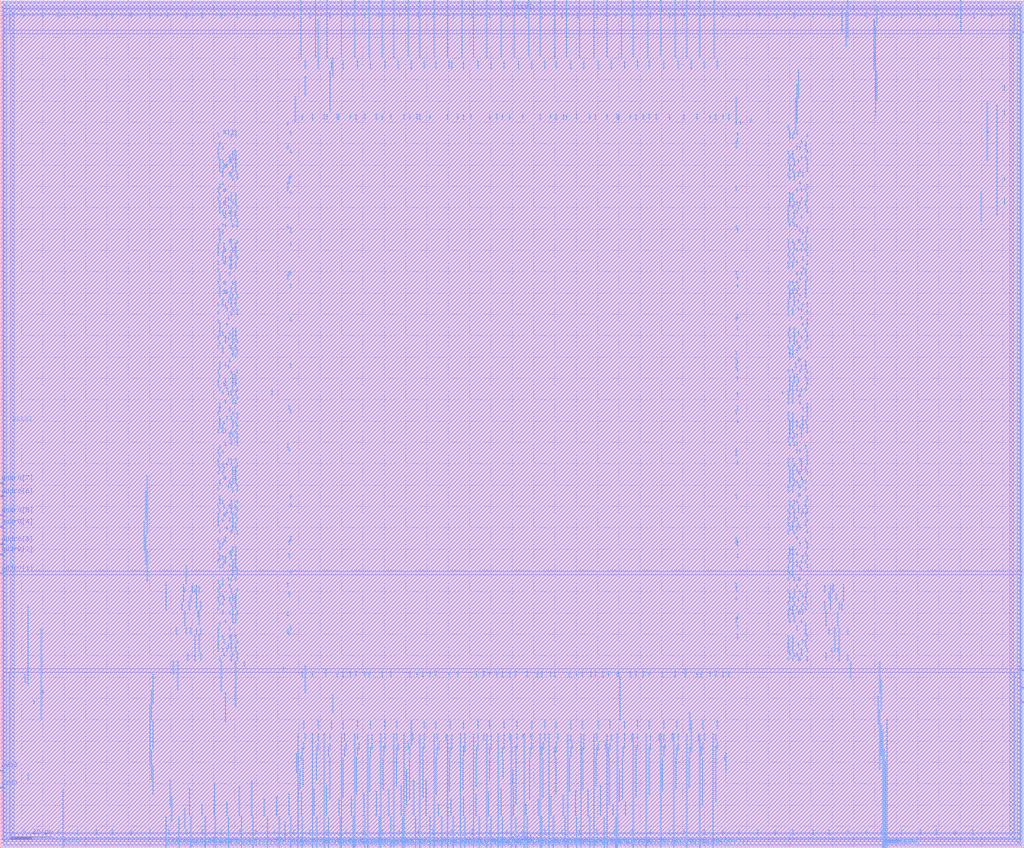
<source format=lef>
VERSION 5.4 ;
NAMESCASESENSITIVE ON ;
BUSBITCHARS "[]" ;
DIVIDERCHAR "/" ;
UNITS
  DATABASE MICRONS 2000 ;
END UNITS
MACRO sky130_sram_1kbyte_1rw1r_32x256_8
   CLASS BLOCK ;
   SIZE 479.78 BY 397.5 ;
   SYMMETRY X Y R90 ;
   PIN din0[0]
      DIRECTION INPUT ;
      PORT
         LAYER met4 ;
         RECT  106.76 0.0 107.14 1.06 ;
      END
   END din0[0]
   PIN din0[1]
      DIRECTION INPUT ;
      PORT
         LAYER met4 ;
         RECT  112.88 0.0 113.26 1.06 ;
      END
   END din0[1]
   PIN din0[2]
      DIRECTION INPUT ;
      PORT
         LAYER met4 ;
         RECT  118.32 0.0 118.7 1.06 ;
      END
   END din0[2]
   PIN din0[3]
      DIRECTION INPUT ;
      PORT
         LAYER met4 ;
         RECT  125.12 0.0 125.5 1.06 ;
      END
   END din0[3]
   PIN din0[4]
      DIRECTION INPUT ;
      PORT
         LAYER met4 ;
         RECT  130.56 0.0 130.94 1.06 ;
      END
   END din0[4]
   PIN din0[5]
      DIRECTION INPUT ;
      PORT
         LAYER met4 ;
         RECT  136.0 0.0 136.38 1.06 ;
      END
   END din0[5]
   PIN din0[6]
      DIRECTION INPUT ;
      PORT
         LAYER met4 ;
         RECT  141.44 0.0 141.82 1.06 ;
      END
   END din0[6]
   PIN din0[7]
      DIRECTION INPUT ;
      PORT
         LAYER met4 ;
         RECT  148.24 0.0 148.62 1.06 ;
      END
   END din0[7]
   PIN din0[8]
      DIRECTION INPUT ;
      PORT
         LAYER met4 ;
         RECT  153.68 0.0 154.06 1.06 ;
      END
   END din0[8]
   PIN din0[9]
      DIRECTION INPUT ;
      PORT
         LAYER met4 ;
         RECT  159.12 0.0 159.5 1.06 ;
      END
   END din0[9]
   PIN din0[10]
      DIRECTION INPUT ;
      PORT
         LAYER met4 ;
         RECT  165.24 0.0 165.62 1.06 ;
      END
   END din0[10]
   PIN din0[11]
      DIRECTION INPUT ;
      PORT
         LAYER met4 ;
         RECT  170.68 0.0 171.06 1.06 ;
      END
   END din0[11]
   PIN din0[12]
      DIRECTION INPUT ;
      PORT
         LAYER met4 ;
         RECT  177.48 0.0 177.86 1.06 ;
      END
   END din0[12]
   PIN din0[13]
      DIRECTION INPUT ;
      PORT
         LAYER met4 ;
         RECT  182.92 0.0 183.3 1.06 ;
      END
   END din0[13]
   PIN din0[14]
      DIRECTION INPUT ;
      PORT
         LAYER met4 ;
         RECT  188.36 0.0 188.74 1.06 ;
      END
   END din0[14]
   PIN din0[15]
      DIRECTION INPUT ;
      PORT
         LAYER met4 ;
         RECT  194.48 0.0 194.86 1.06 ;
      END
   END din0[15]
   PIN din0[16]
      DIRECTION INPUT ;
      PORT
         LAYER met4 ;
         RECT  201.28 0.0 201.66 1.06 ;
      END
   END din0[16]
   PIN din0[17]
      DIRECTION INPUT ;
      PORT
         LAYER met4 ;
         RECT  206.72 0.0 207.1 1.06 ;
      END
   END din0[17]
   PIN din0[18]
      DIRECTION INPUT ;
      PORT
         LAYER met4 ;
         RECT  212.16 0.0 212.54 1.06 ;
      END
   END din0[18]
   PIN din0[19]
      DIRECTION INPUT ;
      PORT
         LAYER met4 ;
         RECT  217.6 0.0 217.98 1.06 ;
      END
   END din0[19]
   PIN din0[20]
      DIRECTION INPUT ;
      PORT
         LAYER met4 ;
         RECT  224.4 0.0 224.78 1.06 ;
      END
   END din0[20]
   PIN din0[21]
      DIRECTION INPUT ;
      PORT
         LAYER met4 ;
         RECT  229.84 0.0 230.22 1.06 ;
      END
   END din0[21]
   PIN din0[22]
      DIRECTION INPUT ;
      PORT
         LAYER met4 ;
         RECT  235.28 0.0 235.66 1.06 ;
      END
   END din0[22]
   PIN din0[23]
      DIRECTION INPUT ;
      PORT
         LAYER met4 ;
         RECT  241.4 0.0 241.78 1.06 ;
      END
   END din0[23]
   PIN din0[24]
      DIRECTION INPUT ;
      PORT
         LAYER met4 ;
         RECT  246.84 0.0 247.22 1.06 ;
      END
   END din0[24]
   PIN din0[25]
      DIRECTION INPUT ;
      PORT
         LAYER met4 ;
         RECT  253.64 0.0 254.02 1.06 ;
      END
   END din0[25]
   PIN din0[26]
      DIRECTION INPUT ;
      PORT
         LAYER met4 ;
         RECT  259.08 0.0 259.46 1.06 ;
      END
   END din0[26]
   PIN din0[27]
      DIRECTION INPUT ;
      PORT
         LAYER met4 ;
         RECT  264.52 0.0 264.9 1.06 ;
      END
   END din0[27]
   PIN din0[28]
      DIRECTION INPUT ;
      PORT
         LAYER met4 ;
         RECT  269.96 0.0 270.34 1.06 ;
      END
   END din0[28]
   PIN din0[29]
      DIRECTION INPUT ;
      PORT
         LAYER met4 ;
         RECT  276.08 0.0 276.46 1.06 ;
      END
   END din0[29]
   PIN din0[30]
      DIRECTION INPUT ;
      PORT
         LAYER met4 ;
         RECT  282.88 0.0 283.26 1.06 ;
      END
   END din0[30]
   PIN din0[31]
      DIRECTION INPUT ;
      PORT
         LAYER met4 ;
         RECT  288.32 0.0 288.7 1.06 ;
      END
   END din0[31]
   PIN addr0[0]
      DIRECTION INPUT ;
      PORT
         LAYER met4 ;
         RECT  77.52 0.0 77.9 1.06 ;
      END
   END addr0[0]
   PIN addr0[1]
      DIRECTION INPUT ;
      PORT
         LAYER met3 ;
         RECT  0.0 128.52 1.06 128.9 ;
      END
   END addr0[1]
   PIN addr0[2]
      DIRECTION INPUT ;
      PORT
         LAYER met3 ;
         RECT  0.0 137.36 1.06 137.74 ;
      END
   END addr0[2]
   PIN addr0[3]
      DIRECTION INPUT ;
      PORT
         LAYER met3 ;
         RECT  0.0 142.12 1.06 142.5 ;
      END
   END addr0[3]
   PIN addr0[4]
      DIRECTION INPUT ;
      PORT
         LAYER met3 ;
         RECT  0.0 150.28 1.06 150.66 ;
      END
   END addr0[4]
   PIN addr0[5]
      DIRECTION INPUT ;
      PORT
         LAYER met3 ;
         RECT  0.0 155.72 1.06 156.1 ;
      END
   END addr0[5]
   PIN addr0[6]
      DIRECTION INPUT ;
      PORT
         LAYER met3 ;
         RECT  0.0 164.56 1.06 164.94 ;
      END
   END addr0[6]
   PIN addr0[7]
      DIRECTION INPUT ;
      PORT
         LAYER met3 ;
         RECT  0.0 170.68 1.06 171.06 ;
      END
   END addr0[7]
   PIN addr1[0]
      DIRECTION INPUT ;
      PORT
         LAYER met4 ;
         RECT  397.12 396.44 397.5 397.5 ;
      END
   END addr1[0]
   PIN addr1[1]
      DIRECTION INPUT ;
      PORT
         LAYER met3 ;
         RECT  478.72 82.96 479.78 83.34 ;
      END
   END addr1[1]
   PIN addr1[2]
      DIRECTION INPUT ;
      PORT
         LAYER met3 ;
         RECT  478.72 74.8 479.78 75.18 ;
      END
   END addr1[2]
   PIN addr1[3]
      DIRECTION INPUT ;
      PORT
         LAYER met3 ;
         RECT  478.72 68.0 479.78 68.38 ;
      END
   END addr1[3]
   PIN addr1[4]
      DIRECTION INPUT ;
      PORT
         LAYER met4 ;
         RECT  415.48 0.0 415.86 1.06 ;
      END
   END addr1[4]
   PIN addr1[5]
      DIRECTION INPUT ;
      PORT
         LAYER met4 ;
         RECT  413.44 0.0 413.82 1.06 ;
      END
   END addr1[5]
   PIN addr1[6]
      DIRECTION INPUT ;
      PORT
         LAYER met4 ;
         RECT  414.12 0.0 414.5 1.06 ;
      END
   END addr1[6]
   PIN addr1[7]
      DIRECTION INPUT ;
      PORT
         LAYER met4 ;
         RECT  414.8 0.0 415.18 1.06 ;
      END
   END addr1[7]
   PIN csb0
      DIRECTION INPUT ;
      PORT
         LAYER met3 ;
         RECT  0.0 27.88 1.06 28.26 ;
      END
   END csb0
   PIN csb1
      DIRECTION INPUT ;
      PORT
         LAYER met3 ;
         RECT  478.72 382.16 479.78 382.54 ;
      END
   END csb1
   PIN web0
      DIRECTION INPUT ;
      PORT
         LAYER met3 ;
         RECT  0.0 36.04 1.06 36.42 ;
      END
   END web0
   PIN clk0
      DIRECTION INPUT ;
      PORT
         LAYER met4 ;
         RECT  29.24 0.0 29.62 1.06 ;
      END
   END clk0
   PIN clk1
      DIRECTION INPUT ;
      PORT
         LAYER met4 ;
         RECT  450.16 396.44 450.54 397.5 ;
      END
   END clk1
   PIN wmask0[0]
      DIRECTION INPUT ;
      PORT
         LAYER met4 ;
         RECT  83.64 0.0 84.02 1.06 ;
      END
   END wmask0[0]
   PIN wmask0[1]
      DIRECTION INPUT ;
      PORT
         LAYER met4 ;
         RECT  89.08 0.0 89.46 1.06 ;
      END
   END wmask0[1]
   PIN wmask0[2]
      DIRECTION INPUT ;
      PORT
         LAYER met4 ;
         RECT  95.88 0.0 96.26 1.06 ;
      END
   END wmask0[2]
   PIN wmask0[3]
      DIRECTION INPUT ;
      PORT
         LAYER met4 ;
         RECT  100.64 0.0 101.02 1.06 ;
      END
   END wmask0[3]
   PIN dout0[0]
      DIRECTION OUTPUT ;
      PORT
         LAYER met4 ;
         RECT  139.4 0.0 139.78 1.06 ;
      END
   END dout0[0]
   PIN dout0[1]
      DIRECTION OUTPUT ;
      PORT
         LAYER met4 ;
         RECT  146.2 0.0 146.58 1.06 ;
      END
   END dout0[1]
   PIN dout0[2]
      DIRECTION OUTPUT ;
      PORT
         LAYER met4 ;
         RECT  151.64 0.0 152.02 1.06 ;
      END
   END dout0[2]
   PIN dout0[3]
      DIRECTION OUTPUT ;
      PORT
         LAYER met4 ;
         RECT  159.8 0.0 160.18 1.06 ;
      END
   END dout0[3]
   PIN dout0[4]
      DIRECTION OUTPUT ;
      PORT
         LAYER met4 ;
         RECT  165.92 0.0 166.3 1.06 ;
      END
   END dout0[4]
   PIN dout0[5]
      DIRECTION OUTPUT ;
      PORT
         LAYER met4 ;
         RECT  172.04 0.0 172.42 1.06 ;
      END
   END dout0[5]
   PIN dout0[6]
      DIRECTION OUTPUT ;
      PORT
         LAYER met4 ;
         RECT  178.16 0.0 178.54 1.06 ;
      END
   END dout0[6]
   PIN dout0[7]
      DIRECTION OUTPUT ;
      PORT
         LAYER met4 ;
         RECT  184.28 0.0 184.66 1.06 ;
      END
   END dout0[7]
   PIN dout0[8]
      DIRECTION OUTPUT ;
      PORT
         LAYER met4 ;
         RECT  189.04 0.0 189.42 1.06 ;
      END
   END dout0[8]
   PIN dout0[9]
      DIRECTION OUTPUT ;
      PORT
         LAYER met4 ;
         RECT  196.52 0.0 196.9 1.06 ;
      END
   END dout0[9]
   PIN dout0[10]
      DIRECTION OUTPUT ;
      PORT
         LAYER met4 ;
         RECT  203.32 0.0 203.7 1.06 ;
      END
   END dout0[10]
   PIN dout0[11]
      DIRECTION OUTPUT ;
      PORT
         LAYER met4 ;
         RECT  209.44 0.0 209.82 1.06 ;
      END
   END dout0[11]
   PIN dout0[12]
      DIRECTION OUTPUT ;
      PORT
         LAYER met4 ;
         RECT  215.56 0.0 215.94 1.06 ;
      END
   END dout0[12]
   PIN dout0[13]
      DIRECTION OUTPUT ;
      PORT
         LAYER met4 ;
         RECT  221.68 0.0 222.06 1.06 ;
      END
   END dout0[13]
   PIN dout0[14]
      DIRECTION OUTPUT ;
      PORT
         LAYER met4 ;
         RECT  227.8 0.0 228.18 1.06 ;
      END
   END dout0[14]
   PIN dout0[15]
      DIRECTION OUTPUT ;
      PORT
         LAYER met4 ;
         RECT  233.24 0.0 233.62 1.06 ;
      END
   END dout0[15]
   PIN dout0[16]
      DIRECTION OUTPUT ;
      PORT
         LAYER met4 ;
         RECT  239.36 0.0 239.74 1.06 ;
      END
   END dout0[16]
   PIN dout0[17]
      DIRECTION OUTPUT ;
      PORT
         LAYER met4 ;
         RECT  245.48 0.0 245.86 1.06 ;
      END
   END dout0[17]
   PIN dout0[18]
      DIRECTION OUTPUT ;
      PORT
         LAYER met4 ;
         RECT  252.96 0.0 253.34 1.06 ;
      END
   END dout0[18]
   PIN dout0[19]
      DIRECTION OUTPUT ;
      PORT
         LAYER met4 ;
         RECT  257.04 0.0 257.42 1.06 ;
      END
   END dout0[19]
   PIN dout0[20]
      DIRECTION OUTPUT ;
      PORT
         LAYER met4 ;
         RECT  265.88 0.0 266.26 1.06 ;
      END
   END dout0[20]
   PIN dout0[21]
      DIRECTION OUTPUT ;
      PORT
         LAYER met4 ;
         RECT  272.0 0.0 272.38 1.06 ;
      END
   END dout0[21]
   PIN dout0[22]
      DIRECTION OUTPUT ;
      PORT
         LAYER met4 ;
         RECT  278.12 0.0 278.5 1.06 ;
      END
   END dout0[22]
   PIN dout0[23]
      DIRECTION OUTPUT ;
      PORT
         LAYER met4 ;
         RECT  284.24 0.0 284.62 1.06 ;
      END
   END dout0[23]
   PIN dout0[24]
      DIRECTION OUTPUT ;
      PORT
         LAYER met4 ;
         RECT  289.0 0.0 289.38 1.06 ;
      END
   END dout0[24]
   PIN dout0[25]
      DIRECTION OUTPUT ;
      PORT
         LAYER met4 ;
         RECT  296.48 0.0 296.86 1.06 ;
      END
   END dout0[25]
   PIN dout0[26]
      DIRECTION OUTPUT ;
      PORT
         LAYER met4 ;
         RECT  302.6 0.0 302.98 1.06 ;
      END
   END dout0[26]
   PIN dout0[27]
      DIRECTION OUTPUT ;
      PORT
         LAYER met4 ;
         RECT  309.4 0.0 309.78 1.06 ;
      END
   END dout0[27]
   PIN dout0[28]
      DIRECTION OUTPUT ;
      PORT
         LAYER met4 ;
         RECT  315.52 0.0 315.9 1.06 ;
      END
   END dout0[28]
   PIN dout0[29]
      DIRECTION OUTPUT ;
      PORT
         LAYER met4 ;
         RECT  321.64 0.0 322.02 1.06 ;
      END
   END dout0[29]
   PIN dout0[30]
      DIRECTION OUTPUT ;
      PORT
         LAYER met4 ;
         RECT  327.76 0.0 328.14 1.06 ;
      END
   END dout0[30]
   PIN dout0[31]
      DIRECTION OUTPUT ;
      PORT
         LAYER met4 ;
         RECT  333.88 0.0 334.26 1.06 ;
      END
   END dout0[31]
   PIN dout1[0]
      DIRECTION OUTPUT ;
      PORT
         LAYER met4 ;
         RECT  140.76 396.44 141.14 397.5 ;
      END
   END dout1[0]
   PIN dout1[1]
      DIRECTION OUTPUT ;
      PORT
         LAYER met4 ;
         RECT  147.56 396.44 147.94 397.5 ;
      END
   END dout1[1]
   PIN dout1[2]
      DIRECTION OUTPUT ;
      PORT
         LAYER met4 ;
         RECT  153.0 396.44 153.38 397.5 ;
      END
   END dout1[2]
   PIN dout1[3]
      DIRECTION OUTPUT ;
      PORT
         LAYER met4 ;
         RECT  159.8 396.44 160.18 397.5 ;
      END
   END dout1[3]
   PIN dout1[4]
      DIRECTION OUTPUT ;
      PORT
         LAYER met4 ;
         RECT  165.92 396.44 166.3 397.5 ;
      END
   END dout1[4]
   PIN dout1[5]
      DIRECTION OUTPUT ;
      PORT
         LAYER met4 ;
         RECT  172.72 396.44 173.1 397.5 ;
      END
   END dout1[5]
   PIN dout1[6]
      DIRECTION OUTPUT ;
      PORT
         LAYER met4 ;
         RECT  178.84 396.44 179.22 397.5 ;
      END
   END dout1[6]
   PIN dout1[7]
      DIRECTION OUTPUT ;
      PORT
         LAYER met4 ;
         RECT  184.28 396.44 184.66 397.5 ;
      END
   END dout1[7]
   PIN dout1[8]
      DIRECTION OUTPUT ;
      PORT
         LAYER met4 ;
         RECT  191.08 396.44 191.46 397.5 ;
      END
   END dout1[8]
   PIN dout1[9]
      DIRECTION OUTPUT ;
      PORT
         LAYER met4 ;
         RECT  196.52 396.44 196.9 397.5 ;
      END
   END dout1[9]
   PIN dout1[10]
      DIRECTION OUTPUT ;
      PORT
         LAYER met4 ;
         RECT  203.32 396.44 203.7 397.5 ;
      END
   END dout1[10]
   PIN dout1[11]
      DIRECTION OUTPUT ;
      PORT
         LAYER met4 ;
         RECT  209.44 396.44 209.82 397.5 ;
      END
   END dout1[11]
   PIN dout1[12]
      DIRECTION OUTPUT ;
      PORT
         LAYER met4 ;
         RECT  216.24 396.44 216.62 397.5 ;
      END
   END dout1[12]
   PIN dout1[13]
      DIRECTION OUTPUT ;
      PORT
         LAYER met4 ;
         RECT  221.68 396.44 222.06 397.5 ;
      END
   END dout1[13]
   PIN dout1[14]
      DIRECTION OUTPUT ;
      PORT
         LAYER met4 ;
         RECT  227.8 396.44 228.18 397.5 ;
      END
   END dout1[14]
   PIN dout1[15]
      DIRECTION OUTPUT ;
      PORT
         LAYER met4 ;
         RECT  234.6 396.44 234.98 397.5 ;
      END
   END dout1[15]
   PIN dout1[16]
      DIRECTION OUTPUT ;
      PORT
         LAYER met4 ;
         RECT  240.72 396.44 241.1 397.5 ;
      END
   END dout1[16]
   PIN dout1[17]
      DIRECTION OUTPUT ;
      PORT
         LAYER met4 ;
         RECT  247.52 396.44 247.9 397.5 ;
      END
   END dout1[17]
   PIN dout1[18]
      DIRECTION OUTPUT ;
      PORT
         LAYER met4 ;
         RECT  252.96 396.44 253.34 397.5 ;
      END
   END dout1[18]
   PIN dout1[19]
      DIRECTION OUTPUT ;
      PORT
         LAYER met4 ;
         RECT  259.76 396.44 260.14 397.5 ;
      END
   END dout1[19]
   PIN dout1[20]
      DIRECTION OUTPUT ;
      PORT
         LAYER met4 ;
         RECT  265.2 396.44 265.58 397.5 ;
      END
   END dout1[20]
   PIN dout1[21]
      DIRECTION OUTPUT ;
      PORT
         LAYER met4 ;
         RECT  271.32 396.44 271.7 397.5 ;
      END
   END dout1[21]
   PIN dout1[22]
      DIRECTION OUTPUT ;
      PORT
         LAYER met4 ;
         RECT  278.12 396.44 278.5 397.5 ;
      END
   END dout1[22]
   PIN dout1[23]
      DIRECTION OUTPUT ;
      PORT
         LAYER met4 ;
         RECT  284.24 396.44 284.62 397.5 ;
      END
   END dout1[23]
   PIN dout1[24]
      DIRECTION OUTPUT ;
      PORT
         LAYER met4 ;
         RECT  291.04 396.44 291.42 397.5 ;
      END
   END dout1[24]
   PIN dout1[25]
      DIRECTION OUTPUT ;
      PORT
         LAYER met4 ;
         RECT  296.48 396.44 296.86 397.5 ;
      END
   END dout1[25]
   PIN dout1[26]
      DIRECTION OUTPUT ;
      PORT
         LAYER met4 ;
         RECT  303.28 396.44 303.66 397.5 ;
      END
   END dout1[26]
   PIN dout1[27]
      DIRECTION OUTPUT ;
      PORT
         LAYER met4 ;
         RECT  309.4 396.44 309.78 397.5 ;
      END
   END dout1[27]
   PIN dout1[28]
      DIRECTION OUTPUT ;
      PORT
         LAYER met4 ;
         RECT  316.2 396.44 316.58 397.5 ;
      END
   END dout1[28]
   PIN dout1[29]
      DIRECTION OUTPUT ;
      PORT
         LAYER met4 ;
         RECT  321.64 396.44 322.02 397.5 ;
      END
   END dout1[29]
   PIN dout1[30]
      DIRECTION OUTPUT ;
      PORT
         LAYER met4 ;
         RECT  327.76 396.44 328.14 397.5 ;
      END
   END dout1[30]
   PIN dout1[31]
      DIRECTION OUTPUT ;
      PORT
         LAYER met4 ;
         RECT  334.56 396.44 334.94 397.5 ;
      END
   END dout1[31]
   PIN vccd1
      DIRECTION INOUT ;
      USE POWER ; 
      SHAPE ABUTMENT ; 
      PORT
         LAYER met4 ;
         RECT  473.28 4.76 475.02 392.74 ;
         LAYER met4 ;
         RECT  4.76 4.76 6.5 392.74 ;
         LAYER met3 ;
         RECT  4.76 4.76 475.02 6.5 ;
         LAYER met3 ;
         RECT  4.76 391.0 475.02 392.74 ;
      END
   END vccd1
   PIN vssd1
      DIRECTION INOUT ;
      USE GROUND ; 
      SHAPE ABUTMENT ; 
      PORT
         LAYER met4 ;
         RECT  1.36 1.36 3.1 396.14 ;
         LAYER met3 ;
         RECT  1.36 394.4 478.42 396.14 ;
         LAYER met3 ;
         RECT  1.36 1.36 478.42 3.1 ;
         LAYER met4 ;
         RECT  476.68 1.36 478.42 396.14 ;
      END
   END vssd1
   OBS
   LAYER  met1 ;
      RECT  0.62 0.62 479.16 396.88 ;
   LAYER  met2 ;
      RECT  0.62 0.62 479.16 396.88 ;
   LAYER  met3 ;
      RECT  1.66 127.92 479.16 129.5 ;
      RECT  0.62 129.5 1.66 136.76 ;
      RECT  0.62 138.34 1.66 141.52 ;
      RECT  0.62 143.1 1.66 149.68 ;
      RECT  0.62 151.26 1.66 155.12 ;
      RECT  0.62 156.7 1.66 163.96 ;
      RECT  0.62 165.54 1.66 170.08 ;
      RECT  1.66 82.36 478.12 83.94 ;
      RECT  1.66 83.94 478.12 127.92 ;
      RECT  478.12 83.94 479.16 127.92 ;
      RECT  478.12 75.78 479.16 82.36 ;
      RECT  478.12 68.98 479.16 74.2 ;
      RECT  1.66 129.5 478.12 381.56 ;
      RECT  1.66 381.56 478.12 383.14 ;
      RECT  478.12 129.5 479.16 381.56 ;
      RECT  0.62 28.86 1.66 35.44 ;
      RECT  0.62 37.02 1.66 127.92 ;
      RECT  1.66 4.16 4.16 7.1 ;
      RECT  1.66 7.1 4.16 82.36 ;
      RECT  4.16 7.1 475.62 82.36 ;
      RECT  475.62 4.16 478.12 7.1 ;
      RECT  475.62 7.1 478.12 82.36 ;
      RECT  1.66 383.14 4.16 390.4 ;
      RECT  1.66 390.4 4.16 393.34 ;
      RECT  4.16 383.14 475.62 390.4 ;
      RECT  475.62 383.14 478.12 390.4 ;
      RECT  475.62 390.4 478.12 393.34 ;
      RECT  0.62 171.66 0.76 393.8 ;
      RECT  0.62 393.8 0.76 396.74 ;
      RECT  0.62 396.74 0.76 396.88 ;
      RECT  0.76 171.66 1.66 393.8 ;
      RECT  0.76 396.74 1.66 396.88 ;
      RECT  478.12 383.14 479.02 393.8 ;
      RECT  478.12 396.74 479.02 396.88 ;
      RECT  479.02 383.14 479.16 393.8 ;
      RECT  479.02 393.8 479.16 396.74 ;
      RECT  479.02 396.74 479.16 396.88 ;
      RECT  1.66 393.34 4.16 393.8 ;
      RECT  1.66 396.74 4.16 396.88 ;
      RECT  4.16 393.34 475.62 393.8 ;
      RECT  4.16 396.74 475.62 396.88 ;
      RECT  475.62 393.34 478.12 393.8 ;
      RECT  475.62 396.74 478.12 396.88 ;
      RECT  478.12 0.62 479.02 0.76 ;
      RECT  478.12 3.7 479.02 67.4 ;
      RECT  479.02 0.62 479.16 0.76 ;
      RECT  479.02 0.76 479.16 3.7 ;
      RECT  479.02 3.7 479.16 67.4 ;
      RECT  0.62 0.62 0.76 0.76 ;
      RECT  0.62 0.76 0.76 3.7 ;
      RECT  0.62 3.7 0.76 27.28 ;
      RECT  0.76 0.62 1.66 0.76 ;
      RECT  0.76 3.7 1.66 27.28 ;
      RECT  1.66 0.62 4.16 0.76 ;
      RECT  1.66 3.7 4.16 4.16 ;
      RECT  4.16 0.62 475.62 0.76 ;
      RECT  4.16 3.7 475.62 4.16 ;
      RECT  475.62 0.62 478.12 0.76 ;
      RECT  475.62 3.7 478.12 4.16 ;
   LAYER  met4 ;
      RECT 10.880 389.150 11.260 391.380 ;
      RECT 19.720 389.150 20.100 391.380 ;
      RECT 27.200 389.150 27.580 391.380 ;
      RECT 36.040 389.150 36.420 391.380 ;
      RECT 44.880 389.150 45.260 391.380 ;
      RECT 52.360 389.150 52.740 391.380 ;
      RECT 61.200 389.150 61.580 391.380 ;
      RECT 70.040 389.150 70.420 391.380 ;
      RECT 78.200 389.150 78.580 391.380 ;
      RECT 87.040 389.150 87.420 391.380 ;
      RECT 94.520 389.150 94.900 391.380 ;
      RECT 103.360 389.150 103.740 391.380 ;
      RECT 110.840 389.150 111.220 391.380 ;
      RECT 119.680 389.150 120.060 391.380 ;
      RECT 128.520 389.150 128.900 391.380 ;
      RECT 137.360 389.150 137.740 391.380 ;
      RECT 10.905 388.985 11.235 389.150 ;
      RECT 19.745 388.985 20.075 389.150 ;
      RECT 27.225 388.985 27.555 389.150 ;
      RECT 36.065 388.985 36.395 389.150 ;
      RECT 44.905 388.985 45.235 389.150 ;
      RECT 52.385 388.985 52.715 389.150 ;
      RECT 61.225 388.985 61.555 389.150 ;
      RECT 70.065 388.985 70.395 389.150 ;
      RECT 78.225 388.985 78.555 389.150 ;
      RECT 87.065 388.985 87.395 389.150 ;
      RECT 94.545 388.985 94.875 389.150 ;
      RECT 103.385 388.985 103.715 389.150 ;
      RECT 110.865 388.985 111.195 389.150 ;
      RECT 119.705 388.985 120.035 389.150 ;
      RECT 128.545 388.985 128.875 389.150 ;
      RECT 137.385 388.985 137.715 389.150 ;
      RECT 140.760 370.790 141.140 396.440 ;
      RECT 144.840 389.150 145.220 391.380 ;
      RECT 144.865 388.985 145.195 389.150 ;
      RECT 147.560 370.790 147.940 396.440 ;
      RECT 148.945 388.470 149.275 388.635 ;
      RECT 140.785 370.625 141.115 370.790 ;
      RECT 147.585 370.625 147.915 370.790 ;
      RECT 148.920 369.240 149.300 388.470 ;
      RECT 153.000 370.790 153.380 396.440 ;
      RECT 154.360 389.150 154.740 391.380 ;
      RECT 154.385 388.985 154.715 389.150 ;
      RECT 159.800 370.790 160.180 396.440 ;
      RECT 162.520 389.150 162.900 391.380 ;
      RECT 162.545 388.985 162.875 389.150 ;
      RECT 165.920 370.790 166.300 396.440 ;
      RECT 170.680 389.150 171.060 391.380 ;
      RECT 170.705 388.985 171.035 389.150 ;
      RECT 172.720 370.790 173.100 396.440 ;
      RECT 177.480 389.150 177.860 391.380 ;
      RECT 177.505 388.985 177.835 389.150 ;
      RECT 178.840 370.790 179.220 396.440 ;
      RECT 184.280 370.790 184.660 396.440 ;
      RECT 187.000 389.150 187.380 391.380 ;
      RECT 187.025 388.985 187.355 389.150 ;
      RECT 191.080 370.790 191.460 396.440 ;
      RECT 195.840 389.150 196.220 391.380 ;
      RECT 195.865 388.985 196.195 389.150 ;
      RECT 196.520 370.790 196.900 396.440 ;
      RECT 202.640 389.150 203.020 391.380 ;
      RECT 202.665 388.985 202.995 389.150 ;
      RECT 203.320 370.790 203.700 396.440 ;
      RECT 209.440 370.790 209.820 396.440 ;
      RECT 212.160 389.150 212.540 391.380 ;
      RECT 212.185 388.985 212.515 389.150 ;
      RECT 216.240 370.790 216.620 396.440 ;
      RECT 221.000 389.150 221.380 391.380 ;
      RECT 221.025 388.985 221.355 389.150 ;
      RECT 221.680 370.790 222.060 396.440 ;
      RECT 227.800 370.790 228.180 396.440 ;
      RECT 229.160 389.150 229.540 391.380 ;
      RECT 229.185 388.985 229.515 389.150 ;
      RECT 234.600 370.790 234.980 396.440 ;
      RECT 237.320 389.150 237.700 391.380 ;
      RECT 237.345 388.985 237.675 389.150 ;
      RECT 240.720 370.790 241.100 396.440 ;
      RECT 246.160 389.150 246.540 391.380 ;
      RECT 246.185 388.985 246.515 389.150 ;
      RECT 247.520 370.790 247.900 396.440 ;
      RECT 252.960 370.790 253.340 396.440 ;
      RECT 253.640 389.150 254.020 391.380 ;
      RECT 253.665 388.985 253.995 389.150 ;
      RECT 259.760 370.790 260.140 396.440 ;
      RECT 263.160 389.150 263.540 391.380 ;
      RECT 263.185 388.985 263.515 389.150 ;
      RECT 265.200 370.790 265.580 396.440 ;
      RECT 270.640 389.150 271.020 391.380 ;
      RECT 270.665 388.985 270.995 389.150 ;
      RECT 271.320 370.790 271.700 396.440 ;
      RECT 278.120 370.790 278.500 396.440 ;
      RECT 279.480 389.150 279.860 391.380 ;
      RECT 279.505 388.985 279.835 389.150 ;
      RECT 284.240 370.790 284.620 396.440 ;
      RECT 288.320 389.150 288.700 391.380 ;
      RECT 288.345 388.985 288.675 389.150 ;
      RECT 291.040 370.790 291.420 396.440 ;
      RECT 295.800 389.150 296.180 391.380 ;
      RECT 295.825 388.985 296.155 389.150 ;
      RECT 296.480 370.790 296.860 396.440 ;
      RECT 303.280 370.790 303.660 396.440 ;
      RECT 304.640 389.150 305.020 391.380 ;
      RECT 304.665 388.985 304.995 389.150 ;
      RECT 309.400 370.790 309.780 396.440 ;
      RECT 313.480 389.150 313.860 391.380 ;
      RECT 313.505 388.985 313.835 389.150 ;
      RECT 316.200 370.790 316.580 396.440 ;
      RECT 320.280 389.150 320.660 391.380 ;
      RECT 320.305 388.985 320.635 389.150 ;
      RECT 321.640 370.790 322.020 396.440 ;
      RECT 327.760 370.790 328.140 396.440 ;
      RECT 329.800 389.150 330.180 391.380 ;
      RECT 329.825 388.985 330.155 389.150 ;
      RECT 334.560 370.790 334.940 396.440 ;
      RECT 338.640 389.150 339.020 391.380 ;
      RECT 346.120 389.150 346.500 391.380 ;
      RECT 355.640 389.150 356.020 391.380 ;
      RECT 363.800 389.150 364.180 391.380 ;
      RECT 371.960 389.150 372.340 391.380 ;
      RECT 380.800 389.150 381.180 391.380 ;
      RECT 388.280 389.150 388.660 391.380 ;
      RECT 338.665 388.985 338.995 389.150 ;
      RECT 346.145 388.985 346.475 389.150 ;
      RECT 355.665 388.985 355.995 389.150 ;
      RECT 363.825 388.985 364.155 389.150 ;
      RECT 371.985 388.985 372.315 389.150 ;
      RECT 380.825 388.985 381.155 389.150 ;
      RECT 388.305 388.985 388.635 389.150 ;
      RECT 394.400 382.350 394.780 394.780 ;
      RECT 396.440 389.150 396.820 391.380 ;
      RECT 396.465 388.985 396.795 389.150 ;
      RECT 394.425 382.185 394.755 382.350 ;
      RECT 396.440 375.550 396.820 388.660 ;
      RECT 397.120 379.630 397.500 396.440 ;
      RECT 405.960 389.150 406.340 391.380 ;
      RECT 405.985 388.985 406.315 389.150 ;
      RECT 409.385 388.470 409.715 388.635 ;
      RECT 397.145 379.465 397.475 379.630 ;
      RECT 409.360 378.760 409.740 388.470 ;
      RECT 410.720 385.750 411.100 394.780 ;
      RECT 413.440 389.150 413.820 391.380 ;
      RECT 422.280 389.150 422.660 391.380 ;
      RECT 431.120 389.150 431.500 391.380 ;
      RECT 438.600 389.150 438.980 391.380 ;
      RECT 448.120 389.150 448.500 391.380 ;
      RECT 413.465 388.985 413.795 389.150 ;
      RECT 422.305 388.985 422.635 389.150 ;
      RECT 431.145 388.985 431.475 389.150 ;
      RECT 438.625 388.985 438.955 389.150 ;
      RECT 448.145 388.985 448.475 389.150 ;
      RECT 410.745 385.585 411.075 385.750 ;
      RECT 410.065 385.070 410.395 385.235 ;
      RECT 396.465 375.385 396.795 375.550 ;
      RECT 153.025 370.625 153.355 370.790 ;
      RECT 159.825 370.625 160.155 370.790 ;
      RECT 165.945 370.625 166.275 370.790 ;
      RECT 172.745 370.625 173.075 370.790 ;
      RECT 178.865 370.625 179.195 370.790 ;
      RECT 184.305 370.625 184.635 370.790 ;
      RECT 191.105 370.625 191.435 370.790 ;
      RECT 196.545 370.625 196.875 370.790 ;
      RECT 203.345 370.625 203.675 370.790 ;
      RECT 209.465 370.625 209.795 370.790 ;
      RECT 216.265 370.625 216.595 370.790 ;
      RECT 221.705 370.625 222.035 370.790 ;
      RECT 227.825 370.625 228.155 370.790 ;
      RECT 234.625 370.625 234.955 370.790 ;
      RECT 240.745 370.625 241.075 370.790 ;
      RECT 247.545 370.625 247.875 370.790 ;
      RECT 252.985 370.625 253.315 370.790 ;
      RECT 259.785 370.625 260.115 370.790 ;
      RECT 265.225 370.625 265.555 370.790 ;
      RECT 271.345 370.625 271.675 370.790 ;
      RECT 278.145 370.625 278.475 370.790 ;
      RECT 284.265 370.625 284.595 370.790 ;
      RECT 291.065 370.625 291.395 370.790 ;
      RECT 296.505 370.625 296.835 370.790 ;
      RECT 303.305 370.625 303.635 370.790 ;
      RECT 309.425 370.625 309.755 370.790 ;
      RECT 316.225 370.625 316.555 370.790 ;
      RECT 321.665 370.625 321.995 370.790 ;
      RECT 327.785 370.625 328.115 370.790 ;
      RECT 334.585 370.625 334.915 370.790 ;
      RECT 155.745 370.110 156.075 370.275 ;
      RECT 142.800 365.350 143.180 368.940 ;
      RECT 148.920 365.350 149.300 368.940 ;
      RECT 155.040 365.350 155.420 368.940 ;
      RECT 142.825 365.185 143.155 365.350 ;
      RECT 148.945 365.185 149.275 365.350 ;
      RECT 155.065 365.185 155.395 365.350 ;
      RECT 142.825 361.270 143.155 361.435 ;
      RECT 142.800 352.240 143.180 361.270 ;
      RECT 138.040 340.870 138.420 351.940 ;
      RECT 154.360 344.950 154.740 364.180 ;
      RECT 155.720 361.080 156.100 370.110 ;
      RECT 160.480 365.350 160.860 368.940 ;
      RECT 167.280 365.350 167.660 368.940 ;
      RECT 173.400 365.350 173.780 368.940 ;
      RECT 180.200 365.350 180.580 368.940 ;
      RECT 186.320 365.350 186.700 368.940 ;
      RECT 192.440 365.350 192.820 368.940 ;
      RECT 198.560 365.350 198.940 368.940 ;
      RECT 204.000 365.350 204.380 368.940 ;
      RECT 210.145 368.750 210.475 368.915 ;
      RECT 160.505 365.185 160.835 365.350 ;
      RECT 167.305 365.185 167.635 365.350 ;
      RECT 173.425 365.185 173.755 365.350 ;
      RECT 180.225 365.185 180.555 365.350 ;
      RECT 186.345 365.185 186.675 365.350 ;
      RECT 192.465 365.185 192.795 365.350 ;
      RECT 198.585 365.185 198.915 365.350 ;
      RECT 204.025 365.185 204.355 365.350 ;
      RECT 210.120 365.160 210.500 368.750 ;
      RECT 211.480 365.350 211.860 368.940 ;
      RECT 216.920 365.350 217.300 368.940 ;
      RECT 223.720 365.350 224.100 368.940 ;
      RECT 229.840 365.350 230.220 368.940 ;
      RECT 235.960 365.350 236.340 368.940 ;
      RECT 242.760 365.350 243.140 368.940 ;
      RECT 248.880 365.350 249.260 368.940 ;
      RECT 255.000 365.350 255.380 368.940 ;
      RECT 260.440 365.350 260.820 368.940 ;
      RECT 267.240 365.350 267.620 368.940 ;
      RECT 273.360 365.350 273.740 368.940 ;
      RECT 280.160 365.350 280.540 368.940 ;
      RECT 286.280 365.350 286.660 368.940 ;
      RECT 292.400 365.350 292.780 368.940 ;
      RECT 298.520 365.350 298.900 368.940 ;
      RECT 303.960 365.350 304.340 368.940 ;
      RECT 310.760 365.350 311.140 368.940 ;
      RECT 317.560 365.350 317.940 368.940 ;
      RECT 323.680 365.350 324.060 368.940 ;
      RECT 329.800 365.350 330.180 368.940 ;
      RECT 335.920 365.350 336.300 368.940 ;
      RECT 211.505 365.185 211.835 365.350 ;
      RECT 216.945 365.185 217.275 365.350 ;
      RECT 223.745 365.185 224.075 365.350 ;
      RECT 229.865 365.185 230.195 365.350 ;
      RECT 235.985 365.185 236.315 365.350 ;
      RECT 242.785 365.185 243.115 365.350 ;
      RECT 248.905 365.185 249.235 365.350 ;
      RECT 255.025 365.185 255.355 365.350 ;
      RECT 260.465 365.185 260.795 365.350 ;
      RECT 267.265 365.185 267.595 365.350 ;
      RECT 273.385 365.185 273.715 365.350 ;
      RECT 280.185 365.185 280.515 365.350 ;
      RECT 286.305 365.185 286.635 365.350 ;
      RECT 292.425 365.185 292.755 365.350 ;
      RECT 298.545 365.185 298.875 365.350 ;
      RECT 303.985 365.185 304.315 365.350 ;
      RECT 310.785 365.185 311.115 365.350 ;
      RECT 317.585 365.185 317.915 365.350 ;
      RECT 323.705 365.185 324.035 365.350 ;
      RECT 329.825 365.185 330.155 365.350 ;
      RECT 335.945 365.185 336.275 365.350 ;
      RECT 374.025 364.670 374.355 364.835 ;
      RECT 409.360 364.670 409.740 378.460 ;
      RECT 410.040 371.280 410.420 385.070 ;
      RECT 450.160 382.350 450.540 396.440 ;
      RECT 456.280 389.150 456.660 391.380 ;
      RECT 464.440 389.150 464.820 391.380 ;
      RECT 456.305 388.985 456.635 389.150 ;
      RECT 464.465 388.985 464.795 389.150 ;
      RECT 450.185 382.185 450.515 382.350 ;
      RECT 344.785 351.750 345.115 351.915 ;
      RECT 154.385 344.785 154.715 344.950 ;
      RECT 141.465 343.590 141.795 343.755 ;
      RECT 146.225 343.590 146.555 343.755 ;
      RECT 141.440 341.360 141.820 343.590 ;
      RECT 138.065 340.705 138.395 340.870 ;
      RECT 146.200 340.680 146.580 343.590 ;
      RECT 151.640 341.550 152.020 343.780 ;
      RECT 153.025 343.590 153.355 343.755 ;
      RECT 151.665 341.385 151.995 341.550 ;
      RECT 153.000 341.360 153.380 343.590 ;
      RECT 157.760 341.550 158.140 343.780 ;
      RECT 158.465 343.590 158.795 343.755 ;
      RECT 157.785 341.385 158.115 341.550 ;
      RECT 158.440 341.360 158.820 343.590 ;
      RECT 163.880 341.550 164.260 343.780 ;
      RECT 166.625 343.590 166.955 343.755 ;
      RECT 163.905 341.385 164.235 341.550 ;
      RECT 166.600 341.360 166.980 343.590 ;
      RECT 170.680 341.550 171.060 343.780 ;
      RECT 176.120 341.550 176.500 343.780 ;
      RECT 178.865 343.590 179.195 343.755 ;
      RECT 170.705 341.385 171.035 341.550 ;
      RECT 176.145 341.385 176.475 341.550 ;
      RECT 178.840 341.360 179.220 343.590 ;
      RECT 182.920 341.550 183.300 343.780 ;
      RECT 189.040 341.550 189.420 343.780 ;
      RECT 191.785 343.590 192.115 343.755 ;
      RECT 182.945 341.385 183.275 341.550 ;
      RECT 189.065 341.385 189.395 341.550 ;
      RECT 191.760 341.360 192.140 343.590 ;
      RECT 195.160 341.550 195.540 343.780 ;
      RECT 196.545 343.590 196.875 343.755 ;
      RECT 195.185 341.385 195.515 341.550 ;
      RECT 196.520 341.360 196.900 343.590 ;
      RECT 201.280 341.550 201.660 343.780 ;
      RECT 209.440 341.550 209.820 343.780 ;
      RECT 214.200 341.550 214.580 343.780 ;
      RECT 216.945 343.590 217.275 343.755 ;
      RECT 201.305 341.385 201.635 341.550 ;
      RECT 209.465 341.385 209.795 341.550 ;
      RECT 214.225 341.385 214.555 341.550 ;
      RECT 216.920 341.360 217.300 343.590 ;
      RECT 220.320 341.550 220.700 343.780 ;
      RECT 229.185 343.590 229.515 343.755 ;
      RECT 220.345 341.385 220.675 341.550 ;
      RECT 229.160 341.360 229.540 343.590 ;
      RECT 232.560 341.550 232.940 343.780 ;
      RECT 235.305 343.590 235.635 343.755 ;
      RECT 232.585 341.385 232.915 341.550 ;
      RECT 235.280 341.360 235.660 343.590 ;
      RECT 238.680 341.550 239.060 343.780 ;
      RECT 244.800 341.550 245.180 343.780 ;
      RECT 252.960 341.550 253.340 343.780 ;
      RECT 257.720 341.550 258.100 343.780 ;
      RECT 260.465 343.590 260.795 343.755 ;
      RECT 238.705 341.385 239.035 341.550 ;
      RECT 244.825 341.385 245.155 341.550 ;
      RECT 252.985 341.385 253.315 341.550 ;
      RECT 257.745 341.385 258.075 341.550 ;
      RECT 260.440 341.360 260.820 343.590 ;
      RECT 263.840 341.550 264.220 343.780 ;
      RECT 265.225 343.590 265.555 343.755 ;
      RECT 263.865 341.385 264.195 341.550 ;
      RECT 265.200 341.360 265.580 343.590 ;
      RECT 269.960 341.550 270.340 343.780 ;
      RECT 276.080 341.550 276.460 343.780 ;
      RECT 278.825 343.590 279.155 343.755 ;
      RECT 269.985 341.385 270.315 341.550 ;
      RECT 276.105 341.385 276.435 341.550 ;
      RECT 278.800 341.360 279.180 343.590 ;
      RECT 284.240 341.550 284.620 343.780 ;
      RECT 289.000 341.550 289.380 343.780 ;
      RECT 289.705 343.590 290.035 343.755 ;
      RECT 284.265 341.385 284.595 341.550 ;
      RECT 289.025 341.385 289.355 341.550 ;
      RECT 289.680 341.360 290.060 343.590 ;
      RECT 295.120 341.550 295.500 343.780 ;
      RECT 297.865 343.590 298.195 343.755 ;
      RECT 295.145 341.385 295.475 341.550 ;
      RECT 297.840 341.360 298.220 343.590 ;
      RECT 301.240 341.550 301.620 343.780 ;
      RECT 303.985 343.590 304.315 343.755 ;
      RECT 301.265 341.385 301.595 341.550 ;
      RECT 303.960 341.360 304.340 343.590 ;
      RECT 307.360 341.550 307.740 343.780 ;
      RECT 313.480 341.550 313.860 343.780 ;
      RECT 320.280 341.550 320.660 343.780 ;
      RECT 326.400 341.550 326.780 343.780 ;
      RECT 332.520 341.550 332.900 343.780 ;
      RECT 335.265 343.590 335.595 343.755 ;
      RECT 307.385 341.385 307.715 341.550 ;
      RECT 313.505 341.385 313.835 341.550 ;
      RECT 320.305 341.385 320.635 341.550 ;
      RECT 326.425 341.385 326.755 341.550 ;
      RECT 332.545 341.385 332.875 341.550 ;
      RECT 335.240 341.360 335.620 343.590 ;
      RECT 338.640 341.550 339.020 343.780 ;
      RECT 341.385 343.590 341.715 343.755 ;
      RECT 338.665 341.385 338.995 341.550 ;
      RECT 341.360 341.360 341.740 343.590 ;
      RECT 134.665 340.190 134.995 340.355 ;
      RECT 134.640 338.640 135.020 340.190 ;
      RECT 344.760 338.640 345.140 351.750 ;
      RECT 351.585 341.550 351.915 341.715 ;
      RECT 346.800 338.830 347.180 340.380 ;
      RECT 351.560 340.000 351.940 341.550 ;
      RECT 369.265 338.830 369.595 338.995 ;
      RECT 346.825 338.665 347.155 338.830 ;
      RECT 369.240 336.600 369.620 338.830 ;
      RECT 372.640 336.790 373.020 351.260 ;
      RECT 373.320 340.190 373.700 358.060 ;
      RECT 374.000 351.560 374.380 364.670 ;
      RECT 409.385 364.505 409.715 364.670 ;
      RECT 410.040 357.870 410.420 370.980 ;
      RECT 410.745 363.990 411.075 364.155 ;
      RECT 410.065 357.705 410.395 357.870 ;
      RECT 410.065 357.190 410.395 357.355 ;
      RECT 410.040 343.400 410.420 357.190 ;
      RECT 410.720 350.200 411.100 363.990 ;
      RECT 470.585 357.190 470.915 357.355 ;
      RECT 470.560 354.960 470.940 357.190 ;
      RECT 462.425 349.710 462.755 349.875 ;
      RECT 373.345 340.025 373.675 340.190 ;
      RECT 372.665 336.625 372.995 336.790 ;
      RECT 102.000 333.390 102.380 334.940 ;
      RECT 104.720 334.750 105.100 336.300 ;
      RECT 105.400 334.750 105.780 336.300 ;
      RECT 106.785 336.110 107.115 336.275 ;
      RECT 108.825 336.110 109.155 336.275 ;
      RECT 110.185 336.110 110.515 336.275 ;
      RECT 369.945 336.110 370.275 336.275 ;
      RECT 104.745 334.585 105.075 334.750 ;
      RECT 105.425 334.585 105.755 334.750 ;
      RECT 106.760 334.560 107.140 336.110 ;
      RECT 108.800 334.560 109.180 336.110 ;
      RECT 110.160 334.560 110.540 336.110 ;
      RECT 102.025 333.225 102.355 333.390 ;
      RECT 108.120 332.710 108.500 334.260 ;
      RECT 110.160 332.710 110.540 334.260 ;
      RECT 136.000 334.070 136.380 335.620 ;
      RECT 345.440 334.070 345.820 335.620 ;
      RECT 369.920 334.560 370.300 336.110 ;
      RECT 371.960 334.750 372.340 336.300 ;
      RECT 373.345 336.110 373.675 336.275 ;
      RECT 371.985 334.585 372.315 334.750 ;
      RECT 373.320 334.560 373.700 336.110 ;
      RECT 462.400 335.920 462.780 349.710 ;
      RECT 467.120 347.985 467.450 348.315 ;
      RECT 462.400 335.240 463.460 335.620 ;
      RECT 369.945 334.070 370.275 334.235 ;
      RECT 136.025 333.905 136.355 334.070 ;
      RECT 345.465 333.905 345.795 334.070 ;
      RECT 108.145 332.545 108.475 332.710 ;
      RECT 110.185 332.545 110.515 332.710 ;
      RECT 102.680 329.310 103.060 330.860 ;
      RECT 344.760 329.990 345.140 331.540 ;
      RECT 345.440 331.350 345.820 332.900 ;
      RECT 369.920 332.520 370.300 334.070 ;
      RECT 371.280 332.710 371.660 334.260 ;
      RECT 378.080 333.390 378.460 334.940 ;
      RECT 378.105 333.225 378.435 333.390 ;
      RECT 371.305 332.545 371.635 332.710 ;
      RECT 345.465 331.185 345.795 331.350 ;
      RECT 375.360 330.670 375.740 332.220 ;
      RECT 375.385 330.505 375.715 330.670 ;
      RECT 344.785 329.825 345.115 329.990 ;
      RECT 134.665 329.310 134.995 329.475 ;
      RECT 344.785 329.310 345.115 329.475 ;
      RECT 377.400 329.310 377.780 330.860 ;
      RECT 102.705 329.145 103.035 329.310 ;
      RECT 102.000 327.270 102.380 328.820 ;
      RECT 104.040 327.270 104.420 328.820 ;
      RECT 134.640 327.760 135.020 329.310 ;
      RECT 344.760 327.760 345.140 329.310 ;
      RECT 377.425 329.145 377.755 329.310 ;
      RECT 373.345 328.630 373.675 328.795 ;
      RECT 102.025 327.105 102.355 327.270 ;
      RECT 104.065 327.105 104.395 327.270 ;
      RECT 102.000 325.230 102.380 326.780 ;
      RECT 108.800 325.230 109.180 326.780 ;
      RECT 110.160 325.230 110.540 326.780 ;
      RECT 136.000 325.910 136.380 327.460 ;
      RECT 373.320 327.080 373.700 328.630 ;
      RECT 374.680 327.270 375.060 328.820 ;
      RECT 377.425 328.630 377.755 328.795 ;
      RECT 374.705 327.105 375.035 327.270 ;
      RECT 377.400 327.080 377.780 328.630 ;
      RECT 369.265 326.590 369.595 326.755 ;
      RECT 136.025 325.745 136.355 325.910 ;
      RECT 102.025 325.065 102.355 325.230 ;
      RECT 108.825 325.065 109.155 325.230 ;
      RECT 110.185 325.065 110.515 325.230 ;
      RECT 369.240 325.040 369.620 326.590 ;
      RECT 371.280 325.230 371.660 326.780 ;
      RECT 378.105 326.590 378.435 326.755 ;
      RECT 371.305 325.065 371.635 325.230 ;
      RECT 378.080 325.040 378.460 326.590 ;
      RECT 102.025 324.550 102.355 324.715 ;
      RECT 102.000 323.000 102.380 324.550 ;
      RECT 107.440 323.190 107.820 324.740 ;
      RECT 108.825 324.550 109.155 324.715 ;
      RECT 110.185 324.550 110.515 324.715 ;
      RECT 107.465 323.025 107.795 323.190 ;
      RECT 108.800 323.000 109.180 324.550 ;
      RECT 110.160 323.000 110.540 324.550 ;
      RECT 369.920 323.190 370.300 324.740 ;
      RECT 371.305 324.550 371.635 324.715 ;
      RECT 375.385 324.550 375.715 324.715 ;
      RECT 377.425 324.550 377.755 324.715 ;
      RECT 369.945 323.025 370.275 323.190 ;
      RECT 371.280 323.000 371.660 324.550 ;
      RECT 375.360 323.000 375.740 324.550 ;
      RECT 377.400 323.000 377.780 324.550 ;
      RECT 102.680 321.150 103.060 322.700 ;
      RECT 104.065 322.510 104.395 322.675 ;
      RECT 102.705 320.985 103.035 321.150 ;
      RECT 104.040 320.960 104.420 322.510 ;
      RECT 107.440 321.150 107.820 322.700 ;
      RECT 108.120 321.150 108.500 322.700 ;
      RECT 110.185 322.510 110.515 322.675 ;
      RECT 369.265 322.510 369.595 322.675 ;
      RECT 107.465 320.985 107.795 321.150 ;
      RECT 108.145 320.985 108.475 321.150 ;
      RECT 110.160 320.960 110.540 322.510 ;
      RECT 369.240 320.960 369.620 322.510 ;
      RECT 371.960 321.150 372.340 322.700 ;
      RECT 374.000 321.150 374.380 322.700 ;
      RECT 378.080 321.150 378.460 322.700 ;
      RECT 462.400 322.510 462.780 335.240 ;
      RECT 462.425 322.345 462.755 322.510 ;
      RECT 371.985 320.985 372.315 321.150 ;
      RECT 374.025 320.985 374.355 321.150 ;
      RECT 378.105 320.985 378.435 321.150 ;
      RECT 102.680 319.110 103.060 320.660 ;
      RECT 104.720 319.110 105.100 320.660 ;
      RECT 105.400 319.110 105.780 320.660 ;
      RECT 106.105 320.470 106.435 320.635 ;
      RECT 102.705 318.945 103.035 319.110 ;
      RECT 104.745 318.945 105.075 319.110 ;
      RECT 105.425 318.945 105.755 319.110 ;
      RECT 106.080 318.920 106.460 320.470 ;
      RECT 108.800 319.110 109.180 320.660 ;
      RECT 110.160 319.110 110.540 320.660 ;
      RECT 369.920 319.110 370.300 320.660 ;
      RECT 371.985 320.470 372.315 320.635 ;
      RECT 378.105 320.470 378.435 320.635 ;
      RECT 108.825 318.945 109.155 319.110 ;
      RECT 110.185 318.945 110.515 319.110 ;
      RECT 369.945 318.945 370.275 319.110 ;
      RECT 371.960 318.920 372.340 320.470 ;
      RECT 378.080 318.920 378.460 320.470 ;
      RECT 102.705 318.430 103.035 318.595 ;
      RECT 102.680 316.880 103.060 318.430 ;
      RECT 104.040 317.070 104.420 318.620 ;
      RECT 108.825 318.430 109.155 318.595 ;
      RECT 110.185 318.430 110.515 318.595 ;
      RECT 369.945 318.430 370.275 318.595 ;
      RECT 371.305 318.430 371.635 318.595 ;
      RECT 104.065 316.905 104.395 317.070 ;
      RECT 108.800 316.880 109.180 318.430 ;
      RECT 110.160 316.880 110.540 318.430 ;
      RECT 369.920 316.880 370.300 318.430 ;
      RECT 371.280 316.880 371.660 318.430 ;
      RECT 374.680 317.070 375.060 318.620 ;
      RECT 378.080 317.070 378.460 318.620 ;
      RECT 374.705 316.905 375.035 317.070 ;
      RECT 378.105 316.905 378.435 317.070 ;
      RECT 104.065 316.390 104.395 316.555 ;
      RECT 107.465 316.390 107.795 316.555 ;
      RECT 104.040 314.840 104.420 316.390 ;
      RECT 107.440 314.840 107.820 316.390 ;
      RECT 108.120 315.030 108.500 316.580 ;
      RECT 110.840 315.030 111.220 316.580 ;
      RECT 369.265 316.390 369.595 316.555 ;
      RECT 136.025 315.710 136.355 315.875 ;
      RECT 108.145 314.865 108.475 315.030 ;
      RECT 110.865 314.865 111.195 315.030 ;
      RECT 108.825 314.350 109.155 314.515 ;
      RECT 108.800 312.800 109.180 314.350 ;
      RECT 110.840 312.990 111.220 314.540 ;
      RECT 110.865 312.825 111.195 312.990 ;
      RECT 102.680 309.590 103.060 311.140 ;
      RECT 104.040 310.950 104.420 312.500 ;
      RECT 104.065 310.785 104.395 310.950 ;
      RECT 134.640 310.270 135.020 311.820 ;
      RECT 135.320 311.630 135.700 314.540 ;
      RECT 136.000 314.160 136.380 315.710 ;
      RECT 369.240 314.840 369.620 316.390 ;
      RECT 371.960 315.030 372.340 316.580 ;
      RECT 374.000 315.030 374.380 316.580 ;
      RECT 376.040 315.030 376.420 316.580 ;
      RECT 371.985 314.865 372.315 315.030 ;
      RECT 374.025 314.865 374.355 315.030 ;
      RECT 376.065 314.865 376.395 315.030 ;
      RECT 369.920 312.990 370.300 314.540 ;
      RECT 371.960 312.990 372.340 314.540 ;
      RECT 369.945 312.825 370.275 312.990 ;
      RECT 371.985 312.825 372.315 312.990 ;
      RECT 135.345 311.465 135.675 311.630 ;
      RECT 374.680 310.950 375.060 312.500 ;
      RECT 378.105 310.950 378.435 311.115 ;
      RECT 374.705 310.785 375.035 310.950 ;
      RECT 134.665 310.105 134.995 310.270 ;
      RECT 134.665 309.590 134.995 309.755 ;
      RECT 102.705 309.425 103.035 309.590 ;
      RECT 102.025 308.910 102.355 309.075 ;
      RECT 104.745 308.910 105.075 309.075 ;
      RECT 105.425 308.910 105.755 309.075 ;
      RECT 102.000 307.360 102.380 308.910 ;
      RECT 104.720 307.360 105.100 308.910 ;
      RECT 105.400 307.360 105.780 308.910 ;
      RECT 134.640 308.040 135.020 309.590 ;
      RECT 344.760 308.230 345.140 309.780 ;
      RECT 378.080 309.400 378.460 310.950 ;
      RECT 373.345 308.910 373.675 309.075 ;
      RECT 344.785 308.065 345.115 308.230 ;
      RECT 102.705 306.870 103.035 307.035 ;
      RECT 102.680 305.320 103.060 306.870 ;
      RECT 108.120 305.510 108.500 307.060 ;
      RECT 110.160 305.510 110.540 307.060 ;
      RECT 136.000 306.190 136.380 307.740 ;
      RECT 373.320 307.360 373.700 308.910 ;
      RECT 375.360 307.550 375.740 309.100 ;
      RECT 377.400 307.550 377.780 309.100 ;
      RECT 375.385 307.385 375.715 307.550 ;
      RECT 377.425 307.385 377.755 307.550 ;
      RECT 369.945 306.870 370.275 307.035 ;
      RECT 136.025 306.025 136.355 306.190 ;
      RECT 108.145 305.345 108.475 305.510 ;
      RECT 110.185 305.345 110.515 305.510 ;
      RECT 369.920 305.320 370.300 306.870 ;
      RECT 371.280 305.510 371.660 307.060 ;
      RECT 378.080 305.510 378.460 307.060 ;
      RECT 371.305 305.345 371.635 305.510 ;
      RECT 378.105 305.345 378.435 305.510 ;
      RECT 102.025 304.830 102.355 304.995 ;
      RECT 102.000 303.280 102.380 304.830 ;
      RECT 105.400 303.470 105.780 305.020 ;
      RECT 106.760 303.470 107.140 305.020 ;
      RECT 108.145 304.830 108.475 304.995 ;
      RECT 105.425 303.305 105.755 303.470 ;
      RECT 106.785 303.305 107.115 303.470 ;
      RECT 108.120 303.280 108.500 304.830 ;
      RECT 110.160 303.470 110.540 305.020 ;
      RECT 369.920 303.470 370.300 305.020 ;
      RECT 371.305 304.830 371.635 304.995 ;
      RECT 110.185 303.305 110.515 303.470 ;
      RECT 369.945 303.305 370.275 303.470 ;
      RECT 371.280 303.280 371.660 304.830 ;
      RECT 375.360 303.470 375.740 305.020 ;
      RECT 378.105 304.830 378.435 304.995 ;
      RECT 375.385 303.305 375.715 303.470 ;
      RECT 378.080 303.280 378.460 304.830 ;
      RECT 102.680 301.430 103.060 302.980 ;
      RECT 104.745 302.790 105.075 302.955 ;
      RECT 105.425 302.790 105.755 302.955 ;
      RECT 102.705 301.265 103.035 301.430 ;
      RECT 104.720 301.240 105.100 302.790 ;
      RECT 105.400 301.240 105.780 302.790 ;
      RECT 108.800 301.430 109.180 302.980 ;
      RECT 110.185 302.790 110.515 302.955 ;
      RECT 369.945 302.790 370.275 302.955 ;
      RECT 108.825 301.265 109.155 301.430 ;
      RECT 110.160 301.240 110.540 302.790 ;
      RECT 369.920 301.240 370.300 302.790 ;
      RECT 371.960 301.430 372.340 302.980 ;
      RECT 373.345 302.790 373.675 302.955 ;
      RECT 371.985 301.265 372.315 301.430 ;
      RECT 373.320 301.240 373.700 302.790 ;
      RECT 374.680 301.430 375.060 302.980 ;
      RECT 377.400 301.430 377.780 302.980 ;
      RECT 374.705 301.265 375.035 301.430 ;
      RECT 377.425 301.265 377.755 301.430 ;
      RECT 102.680 299.390 103.060 300.940 ;
      RECT 106.785 300.750 107.115 300.915 ;
      RECT 102.705 299.225 103.035 299.390 ;
      RECT 106.760 299.200 107.140 300.750 ;
      RECT 108.120 299.390 108.500 300.940 ;
      RECT 110.840 299.390 111.220 300.940 ;
      RECT 369.240 299.390 369.620 300.940 ;
      RECT 371.305 300.750 371.635 300.915 ;
      RECT 374.025 300.750 374.355 300.915 ;
      RECT 108.145 299.225 108.475 299.390 ;
      RECT 110.865 299.225 111.195 299.390 ;
      RECT 369.265 299.225 369.595 299.390 ;
      RECT 371.280 299.200 371.660 300.750 ;
      RECT 374.000 299.200 374.380 300.750 ;
      RECT 378.080 299.390 378.460 300.940 ;
      RECT 378.105 299.225 378.435 299.390 ;
      RECT 102.680 297.350 103.060 298.900 ;
      RECT 104.065 298.710 104.395 298.875 ;
      RECT 102.705 297.185 103.035 297.350 ;
      RECT 104.040 297.160 104.420 298.710 ;
      RECT 105.400 297.350 105.780 298.900 ;
      RECT 107.440 297.350 107.820 298.900 ;
      RECT 108.145 298.710 108.475 298.875 ;
      RECT 105.425 297.185 105.755 297.350 ;
      RECT 107.465 297.185 107.795 297.350 ;
      RECT 108.120 297.160 108.500 298.710 ;
      RECT 110.160 297.350 110.540 298.900 ;
      RECT 369.265 298.710 369.595 298.875 ;
      RECT 110.185 297.185 110.515 297.350 ;
      RECT 369.240 297.160 369.620 298.710 ;
      RECT 371.960 297.350 372.340 298.900 ;
      RECT 373.320 297.350 373.700 298.900 ;
      RECT 378.105 298.710 378.435 298.875 ;
      RECT 371.985 297.185 372.315 297.350 ;
      RECT 373.345 297.185 373.675 297.350 ;
      RECT 378.080 297.160 378.460 298.710 ;
      RECT 104.745 296.670 105.075 296.835 ;
      RECT 105.425 296.670 105.755 296.835 ;
      RECT 104.720 295.120 105.100 296.670 ;
      RECT 105.400 295.120 105.780 296.670 ;
      RECT 108.120 295.310 108.500 296.860 ;
      RECT 110.185 296.670 110.515 296.835 ;
      RECT 108.145 295.145 108.475 295.310 ;
      RECT 110.160 295.120 110.540 296.670 ;
      RECT 369.240 295.310 369.620 296.860 ;
      RECT 371.985 296.670 372.315 296.835 ;
      RECT 375.385 296.670 375.715 296.835 ;
      RECT 369.265 295.145 369.595 295.310 ;
      RECT 371.960 295.120 372.340 296.670 ;
      RECT 375.360 295.120 375.740 296.670 ;
      RECT 108.120 293.270 108.500 294.820 ;
      RECT 110.840 293.270 111.220 294.820 ;
      RECT 369.265 294.630 369.595 294.795 ;
      RECT 371.305 294.630 371.635 294.795 ;
      RECT 108.145 293.105 108.475 293.270 ;
      RECT 110.865 293.105 111.195 293.270 ;
      RECT 369.240 293.080 369.620 294.630 ;
      RECT 371.280 293.080 371.660 294.630 ;
      RECT 459.680 293.950 460.060 307.740 ;
      RECT 467.135 297.140 467.435 347.985 ;
      RECT 470.560 343.590 470.940 345.820 ;
      RECT 470.585 343.425 470.915 343.590 ;
      RECT 470.585 314.350 470.915 314.515 ;
      RECT 470.560 312.800 470.940 314.350 ;
      RECT 470.560 301.430 470.940 304.340 ;
      RECT 470.585 301.265 470.915 301.430 ;
      RECT 467.120 296.810 467.450 297.140 ;
      RECT 459.705 293.785 460.035 293.950 ;
      RECT 104.065 292.590 104.395 292.755 ;
      RECT 105.425 292.590 105.755 292.755 ;
      RECT 102.025 291.230 102.355 291.395 ;
      RECT 102.000 289.680 102.380 291.230 ;
      RECT 104.040 291.040 104.420 292.590 ;
      RECT 105.400 291.040 105.780 292.590 ;
      RECT 108.800 291.230 109.180 292.780 ;
      RECT 110.840 291.230 111.220 292.780 ;
      RECT 108.825 291.065 109.155 291.230 ;
      RECT 110.865 291.065 111.195 291.230 ;
      RECT 134.640 290.550 135.020 292.100 ;
      RECT 344.785 291.910 345.115 292.075 ;
      RECT 136.025 290.550 136.355 290.715 ;
      RECT 134.665 290.385 134.995 290.550 ;
      RECT 102.680 287.830 103.060 289.380 ;
      RECT 104.065 289.190 104.395 289.355 ;
      RECT 102.705 287.665 103.035 287.830 ;
      RECT 104.040 287.640 104.420 289.190 ;
      RECT 136.000 288.320 136.380 290.550 ;
      RECT 344.760 290.360 345.140 291.910 ;
      RECT 369.920 291.230 370.300 292.780 ;
      RECT 371.960 291.230 372.340 292.780 ;
      RECT 373.320 291.230 373.700 292.780 ;
      RECT 369.945 291.065 370.275 291.230 ;
      RECT 371.985 291.065 372.315 291.230 ;
      RECT 373.345 291.065 373.675 291.230 ;
      RECT 345.440 288.510 345.820 290.060 ;
      RECT 374.680 289.190 375.060 290.740 ;
      RECT 378.080 289.870 378.460 291.420 ;
      RECT 378.105 289.705 378.435 289.870 ;
      RECT 376.065 289.190 376.395 289.355 ;
      RECT 378.105 289.190 378.435 289.355 ;
      RECT 374.705 289.025 375.035 289.190 ;
      RECT 345.465 288.345 345.795 288.510 ;
      RECT 376.040 287.640 376.420 289.190 ;
      RECT 378.080 287.640 378.460 289.190 ;
      RECT 102.680 285.790 103.060 287.340 ;
      RECT 377.400 285.790 377.780 287.340 ;
      RECT 102.705 285.625 103.035 285.790 ;
      RECT 377.425 285.625 377.755 285.790 ;
      RECT 102.705 285.110 103.035 285.275 ;
      RECT 107.465 285.110 107.795 285.275 ;
      RECT 102.680 283.560 103.060 285.110 ;
      RECT 107.440 283.560 107.820 285.110 ;
      RECT 108.120 283.750 108.500 285.300 ;
      RECT 110.865 285.110 111.195 285.275 ;
      RECT 108.145 283.585 108.475 283.750 ;
      RECT 110.840 283.560 111.220 285.110 ;
      RECT 102.000 281.710 102.380 283.260 ;
      RECT 104.720 281.710 105.100 283.260 ;
      RECT 108.145 283.070 108.475 283.235 ;
      RECT 102.025 281.545 102.355 281.710 ;
      RECT 104.745 281.545 105.075 281.710 ;
      RECT 108.120 281.520 108.500 283.070 ;
      RECT 110.160 281.710 110.540 283.260 ;
      RECT 136.000 282.390 136.380 283.940 ;
      RECT 369.240 283.750 369.620 285.300 ;
      RECT 371.280 283.750 371.660 285.300 ;
      RECT 374.000 283.750 374.380 285.300 ;
      RECT 374.680 283.750 375.060 285.300 ;
      RECT 377.425 285.110 377.755 285.275 ;
      RECT 369.265 283.585 369.595 283.750 ;
      RECT 371.305 283.585 371.635 283.750 ;
      RECT 374.025 283.585 374.355 283.750 ;
      RECT 374.705 283.585 375.035 283.750 ;
      RECT 377.400 283.560 377.780 285.110 ;
      RECT 369.265 283.070 369.595 283.235 ;
      RECT 371.985 283.070 372.315 283.235 ;
      RECT 376.065 283.070 376.395 283.235 ;
      RECT 378.105 283.070 378.435 283.235 ;
      RECT 136.025 282.225 136.355 282.390 ;
      RECT 110.185 281.545 110.515 281.710 ;
      RECT 369.240 281.520 369.620 283.070 ;
      RECT 371.960 281.520 372.340 283.070 ;
      RECT 376.040 281.520 376.420 283.070 ;
      RECT 378.080 281.520 378.460 283.070 ;
      RECT 102.025 281.030 102.355 281.195 ;
      RECT 104.745 281.030 105.075 281.195 ;
      RECT 105.425 281.030 105.755 281.195 ;
      RECT 108.825 281.030 109.155 281.195 ;
      RECT 110.185 281.030 110.515 281.195 ;
      RECT 102.000 279.480 102.380 281.030 ;
      RECT 104.720 279.480 105.100 281.030 ;
      RECT 105.400 279.480 105.780 281.030 ;
      RECT 108.800 279.480 109.180 281.030 ;
      RECT 110.160 279.480 110.540 281.030 ;
      RECT 369.920 279.670 370.300 281.220 ;
      RECT 371.960 279.670 372.340 281.220 ;
      RECT 373.345 281.030 373.675 281.195 ;
      RECT 369.945 279.505 370.275 279.670 ;
      RECT 371.985 279.505 372.315 279.670 ;
      RECT 373.320 279.480 373.700 281.030 ;
      RECT 375.360 279.670 375.740 281.220 ;
      RECT 377.400 279.670 377.780 281.220 ;
      RECT 375.385 279.505 375.715 279.670 ;
      RECT 377.425 279.505 377.755 279.670 ;
      RECT 102.025 278.990 102.355 279.155 ;
      RECT 102.000 277.440 102.380 278.990 ;
      RECT 104.040 277.630 104.420 279.180 ;
      RECT 108.120 277.630 108.500 279.180 ;
      RECT 110.185 278.990 110.515 279.155 ;
      RECT 369.265 278.990 369.595 279.155 ;
      RECT 371.305 278.990 371.635 279.155 ;
      RECT 104.065 277.465 104.395 277.630 ;
      RECT 108.145 277.465 108.475 277.630 ;
      RECT 110.160 277.440 110.540 278.990 ;
      RECT 369.240 277.440 369.620 278.990 ;
      RECT 371.280 277.440 371.660 278.990 ;
      RECT 378.080 277.630 378.460 279.180 ;
      RECT 378.105 277.465 378.435 277.630 ;
      RECT 104.065 276.950 104.395 277.115 ;
      RECT 104.040 275.400 104.420 276.950 ;
      RECT 105.400 275.590 105.780 277.140 ;
      RECT 107.440 275.590 107.820 277.140 ;
      RECT 108.145 276.950 108.475 277.115 ;
      RECT 110.865 276.950 111.195 277.115 ;
      RECT 105.425 275.425 105.755 275.590 ;
      RECT 107.465 275.425 107.795 275.590 ;
      RECT 108.120 275.400 108.500 276.950 ;
      RECT 110.840 275.400 111.220 276.950 ;
      RECT 369.920 275.590 370.300 277.140 ;
      RECT 371.985 276.950 372.315 277.115 ;
      RECT 376.065 276.950 376.395 277.115 ;
      RECT 369.945 275.425 370.275 275.590 ;
      RECT 371.960 275.400 372.340 276.950 ;
      RECT 376.040 275.400 376.420 276.950 ;
      RECT 102.000 273.550 102.380 275.100 ;
      RECT 104.745 274.910 105.075 275.075 ;
      RECT 105.425 274.910 105.755 275.075 ;
      RECT 102.025 273.385 102.355 273.550 ;
      RECT 104.720 273.360 105.100 274.910 ;
      RECT 105.400 273.360 105.780 274.910 ;
      RECT 108.120 273.550 108.500 275.100 ;
      RECT 110.160 273.550 110.540 275.100 ;
      RECT 369.240 273.550 369.620 275.100 ;
      RECT 371.280 273.550 371.660 275.100 ;
      RECT 373.345 274.910 373.675 275.075 ;
      RECT 108.145 273.385 108.475 273.550 ;
      RECT 110.185 273.385 110.515 273.550 ;
      RECT 369.265 273.385 369.595 273.550 ;
      RECT 371.305 273.385 371.635 273.550 ;
      RECT 373.320 273.360 373.700 274.910 ;
      RECT 378.080 273.550 378.460 275.100 ;
      RECT 378.105 273.385 378.435 273.550 ;
      RECT 107.465 272.870 107.795 273.035 ;
      RECT 108.145 272.870 108.475 273.035 ;
      RECT 110.185 272.870 110.515 273.035 ;
      RECT 369.265 272.870 369.595 273.035 ;
      RECT 371.305 272.870 371.635 273.035 ;
      RECT 376.065 272.870 376.395 273.035 ;
      RECT 102.000 270.150 102.380 271.700 ;
      RECT 107.440 271.320 107.820 272.870 ;
      RECT 108.120 271.320 108.500 272.870 ;
      RECT 110.160 271.320 110.540 272.870 ;
      RECT 369.240 271.320 369.620 272.870 ;
      RECT 371.280 271.320 371.660 272.870 ;
      RECT 376.040 271.320 376.420 272.870 ;
      RECT 102.025 269.985 102.355 270.150 ;
      RECT 102.705 269.470 103.035 269.635 ;
      RECT 102.680 267.920 103.060 269.470 ;
      RECT 107.440 268.110 107.820 269.660 ;
      RECT 107.465 267.945 107.795 268.110 ;
      RECT 102.680 266.070 103.060 267.620 ;
      RECT 134.640 266.750 135.020 268.300 ;
      RECT 135.320 268.110 135.700 270.340 ;
      RECT 136.025 270.150 136.355 270.315 ;
      RECT 136.000 268.600 136.380 270.150 ;
      RECT 344.760 268.790 345.140 270.340 ;
      RECT 377.400 270.150 377.780 271.700 ;
      RECT 377.425 269.985 377.755 270.150 ;
      RECT 344.785 268.625 345.115 268.790 ;
      RECT 135.345 267.945 135.675 268.110 ;
      RECT 345.440 266.750 345.820 268.300 ;
      RECT 373.320 268.110 373.700 269.660 ;
      RECT 375.385 269.470 375.715 269.635 ;
      RECT 377.425 269.470 377.755 269.635 ;
      RECT 373.345 267.945 373.675 268.110 ;
      RECT 375.360 267.920 375.740 269.470 ;
      RECT 377.400 267.920 377.780 269.470 ;
      RECT 374.705 267.430 375.035 267.595 ;
      RECT 134.665 266.585 134.995 266.750 ;
      RECT 345.465 266.585 345.795 266.750 ;
      RECT 102.705 265.905 103.035 266.070 ;
      RECT 374.680 265.880 375.060 267.430 ;
      RECT 378.080 266.070 378.460 267.620 ;
      RECT 378.105 265.905 378.435 266.070 ;
      RECT 102.025 265.390 102.355 265.555 ;
      RECT 102.000 263.840 102.380 265.390 ;
      RECT 104.720 264.030 105.100 265.580 ;
      RECT 105.400 264.030 105.780 265.580 ;
      RECT 108.800 264.030 109.180 265.580 ;
      RECT 110.185 265.390 110.515 265.555 ;
      RECT 104.745 263.865 105.075 264.030 ;
      RECT 105.425 263.865 105.755 264.030 ;
      RECT 108.825 263.865 109.155 264.030 ;
      RECT 110.160 263.840 110.540 265.390 ;
      RECT 102.680 261.990 103.060 263.540 ;
      RECT 108.120 261.990 108.500 263.540 ;
      RECT 110.160 261.990 110.540 263.540 ;
      RECT 136.000 262.670 136.380 264.220 ;
      RECT 345.440 262.670 345.820 264.220 ;
      RECT 369.920 264.030 370.300 265.580 ;
      RECT 371.305 265.390 371.635 265.555 ;
      RECT 373.345 265.390 373.675 265.555 ;
      RECT 377.425 265.390 377.755 265.555 ;
      RECT 369.945 263.865 370.275 264.030 ;
      RECT 371.280 263.840 371.660 265.390 ;
      RECT 373.320 263.840 373.700 265.390 ;
      RECT 377.400 263.840 377.780 265.390 ;
      RECT 136.025 262.505 136.355 262.670 ;
      RECT 345.465 262.505 345.795 262.670 ;
      RECT 369.240 261.990 369.620 263.540 ;
      RECT 371.985 263.350 372.315 263.515 ;
      RECT 102.705 261.825 103.035 261.990 ;
      RECT 108.145 261.825 108.475 261.990 ;
      RECT 110.185 261.825 110.515 261.990 ;
      RECT 369.265 261.825 369.595 261.990 ;
      RECT 371.960 261.800 372.340 263.350 ;
      RECT 374.000 261.990 374.380 263.540 ;
      RECT 377.425 263.350 377.755 263.515 ;
      RECT 374.025 261.825 374.355 261.990 ;
      RECT 377.400 261.800 377.780 263.350 ;
      RECT 102.705 261.310 103.035 261.475 ;
      RECT 102.680 259.760 103.060 261.310 ;
      RECT 104.720 259.950 105.100 261.500 ;
      RECT 105.400 259.950 105.780 261.500 ;
      RECT 106.105 261.310 106.435 261.475 ;
      RECT 108.145 261.310 108.475 261.475 ;
      RECT 110.185 261.310 110.515 261.475 ;
      RECT 104.745 259.785 105.075 259.950 ;
      RECT 105.425 259.785 105.755 259.950 ;
      RECT 106.080 259.760 106.460 261.310 ;
      RECT 108.120 259.760 108.500 261.310 ;
      RECT 110.160 259.760 110.540 261.310 ;
      RECT 369.920 259.950 370.300 261.500 ;
      RECT 371.280 259.950 371.660 261.500 ;
      RECT 373.320 259.950 373.700 261.500 ;
      RECT 377.400 259.950 377.780 261.500 ;
      RECT 369.945 259.785 370.275 259.950 ;
      RECT 371.305 259.785 371.635 259.950 ;
      RECT 373.345 259.785 373.675 259.950 ;
      RECT 377.425 259.785 377.755 259.950 ;
      RECT 102.680 257.910 103.060 259.460 ;
      RECT 107.440 257.910 107.820 259.460 ;
      RECT 108.825 259.270 109.155 259.435 ;
      RECT 102.705 257.745 103.035 257.910 ;
      RECT 107.465 257.745 107.795 257.910 ;
      RECT 108.800 257.720 109.180 259.270 ;
      RECT 110.840 257.910 111.220 259.460 ;
      RECT 369.945 259.270 370.275 259.435 ;
      RECT 110.865 257.745 111.195 257.910 ;
      RECT 369.920 257.720 370.300 259.270 ;
      RECT 371.960 257.910 372.340 259.460 ;
      RECT 374.705 259.270 375.035 259.435 ;
      RECT 371.985 257.745 372.315 257.910 ;
      RECT 374.680 257.720 375.060 259.270 ;
      RECT 377.400 257.910 377.780 259.460 ;
      RECT 377.425 257.745 377.755 257.910 ;
      RECT 104.065 257.230 104.395 257.395 ;
      RECT 106.785 257.230 107.115 257.395 ;
      RECT 104.040 255.680 104.420 257.230 ;
      RECT 106.760 255.680 107.140 257.230 ;
      RECT 108.120 255.870 108.500 257.420 ;
      RECT 110.185 257.230 110.515 257.395 ;
      RECT 369.265 257.230 369.595 257.395 ;
      RECT 108.145 255.705 108.475 255.870 ;
      RECT 110.160 255.680 110.540 257.230 ;
      RECT 369.240 255.680 369.620 257.230 ;
      RECT 371.960 255.870 372.340 257.420 ;
      RECT 374.000 255.870 374.380 257.420 ;
      RECT 371.985 255.705 372.315 255.870 ;
      RECT 374.025 255.705 374.355 255.870 ;
      RECT 102.000 253.830 102.380 255.380 ;
      RECT 104.065 255.190 104.395 255.355 ;
      RECT 102.025 253.665 102.355 253.830 ;
      RECT 104.040 253.640 104.420 255.190 ;
      RECT 105.400 253.830 105.780 255.380 ;
      RECT 108.145 255.190 108.475 255.355 ;
      RECT 105.425 253.665 105.755 253.830 ;
      RECT 108.120 253.640 108.500 255.190 ;
      RECT 110.160 253.830 110.540 255.380 ;
      RECT 369.265 255.190 369.595 255.355 ;
      RECT 371.985 255.190 372.315 255.355 ;
      RECT 376.065 255.190 376.395 255.355 ;
      RECT 378.105 255.190 378.435 255.355 ;
      RECT 110.185 253.665 110.515 253.830 ;
      RECT 369.240 253.640 369.620 255.190 ;
      RECT 371.960 253.640 372.340 255.190 ;
      RECT 376.040 253.640 376.420 255.190 ;
      RECT 378.080 253.640 378.460 255.190 ;
      RECT 106.105 253.150 106.435 253.315 ;
      RECT 108.825 253.150 109.155 253.315 ;
      RECT 110.865 253.150 111.195 253.315 ;
      RECT 102.025 251.790 102.355 251.955 ;
      RECT 102.000 250.240 102.380 251.790 ;
      RECT 106.080 251.600 106.460 253.150 ;
      RECT 108.800 251.600 109.180 253.150 ;
      RECT 110.840 251.600 111.220 253.150 ;
      RECT 369.240 251.790 369.620 253.340 ;
      RECT 371.305 253.150 371.635 253.315 ;
      RECT 369.265 251.625 369.595 251.790 ;
      RECT 371.280 251.600 371.660 253.150 ;
      RECT 374.000 251.790 374.380 253.340 ;
      RECT 375.385 253.150 375.715 253.315 ;
      RECT 374.025 251.625 374.355 251.790 ;
      RECT 375.360 251.600 375.740 253.150 ;
      RECT 378.105 251.790 378.435 251.955 ;
      RECT 108.120 249.750 108.500 251.300 ;
      RECT 110.840 249.750 111.220 251.300 ;
      RECT 369.265 251.110 369.595 251.275 ;
      RECT 371.305 251.110 371.635 251.275 ;
      RECT 108.145 249.585 108.475 249.750 ;
      RECT 110.865 249.585 111.195 249.750 ;
      RECT 102.025 247.710 102.355 247.875 ;
      RECT 106.760 247.710 107.140 249.260 ;
      RECT 102.000 246.160 102.380 247.710 ;
      RECT 106.785 247.545 107.115 247.710 ;
      RECT 136.000 247.030 136.380 248.580 ;
      RECT 344.785 248.390 345.115 248.555 ;
      RECT 345.440 248.390 345.820 249.940 ;
      RECT 369.240 249.560 369.620 251.110 ;
      RECT 371.280 249.560 371.660 251.110 ;
      RECT 378.080 250.240 378.460 251.790 ;
      RECT 136.025 246.865 136.355 247.030 ;
      RECT 344.760 246.840 345.140 248.390 ;
      RECT 345.465 248.225 345.795 248.390 ;
      RECT 375.360 247.710 375.740 249.260 ;
      RECT 375.385 247.545 375.715 247.710 ;
      RECT 378.080 246.350 378.460 247.900 ;
      RECT 378.105 246.185 378.435 246.350 ;
      RECT 102.680 244.310 103.060 245.860 ;
      RECT 106.105 245.670 106.435 245.835 ;
      RECT 376.065 245.670 376.395 245.835 ;
      RECT 102.705 244.145 103.035 244.310 ;
      RECT 106.080 244.120 106.460 245.670 ;
      RECT 345.465 244.310 345.795 244.475 ;
      RECT 102.680 242.270 103.060 243.820 ;
      RECT 108.825 243.630 109.155 243.795 ;
      RECT 110.185 243.630 110.515 243.795 ;
      RECT 102.705 242.105 103.035 242.270 ;
      RECT 108.800 242.080 109.180 243.630 ;
      RECT 110.160 242.080 110.540 243.630 ;
      RECT 345.440 242.760 345.820 244.310 ;
      RECT 376.040 244.120 376.420 245.670 ;
      RECT 378.080 244.310 378.460 245.860 ;
      RECT 378.105 244.145 378.435 244.310 ;
      RECT 369.920 242.270 370.300 243.820 ;
      RECT 371.960 242.270 372.340 243.820 ;
      RECT 377.400 242.270 377.780 243.820 ;
      RECT 369.945 242.105 370.275 242.270 ;
      RECT 371.985 242.105 372.315 242.270 ;
      RECT 377.425 242.105 377.755 242.270 ;
      RECT 102.705 241.590 103.035 241.755 ;
      RECT 102.680 240.040 103.060 241.590 ;
      RECT 104.040 240.230 104.420 241.780 ;
      RECT 107.465 241.590 107.795 241.755 ;
      RECT 108.825 241.590 109.155 241.755 ;
      RECT 104.065 240.065 104.395 240.230 ;
      RECT 107.440 240.040 107.820 241.590 ;
      RECT 108.800 240.040 109.180 241.590 ;
      RECT 110.160 240.230 110.540 241.780 ;
      RECT 369.240 240.230 369.620 241.780 ;
      RECT 371.985 241.590 372.315 241.755 ;
      RECT 110.185 240.065 110.515 240.230 ;
      RECT 369.265 240.065 369.595 240.230 ;
      RECT 371.960 240.040 372.340 241.590 ;
      RECT 374.000 240.230 374.380 241.780 ;
      RECT 378.080 240.230 378.460 241.780 ;
      RECT 374.025 240.065 374.355 240.230 ;
      RECT 378.105 240.065 378.435 240.230 ;
      RECT 102.000 238.190 102.380 239.740 ;
      RECT 105.400 238.190 105.780 239.740 ;
      RECT 106.760 238.190 107.140 239.740 ;
      RECT 108.800 238.190 109.180 239.740 ;
      RECT 110.160 238.190 110.540 239.740 ;
      RECT 369.920 238.190 370.300 239.740 ;
      RECT 371.985 239.550 372.315 239.715 ;
      RECT 102.025 238.025 102.355 238.190 ;
      RECT 105.425 238.025 105.755 238.190 ;
      RECT 106.785 238.025 107.115 238.190 ;
      RECT 108.825 238.025 109.155 238.190 ;
      RECT 110.185 238.025 110.515 238.190 ;
      RECT 369.945 238.025 370.275 238.190 ;
      RECT 371.960 238.000 372.340 239.550 ;
      RECT 375.360 238.190 375.740 239.740 ;
      RECT 378.105 239.550 378.435 239.715 ;
      RECT 375.385 238.025 375.715 238.190 ;
      RECT 378.080 238.000 378.460 239.550 ;
      RECT 102.680 236.150 103.060 237.700 ;
      RECT 105.425 237.510 105.755 237.675 ;
      RECT 108.825 237.510 109.155 237.675 ;
      RECT 102.705 235.985 103.035 236.150 ;
      RECT 105.400 235.960 105.780 237.510 ;
      RECT 108.800 235.960 109.180 237.510 ;
      RECT 110.840 236.150 111.220 237.700 ;
      RECT 369.945 237.510 370.275 237.675 ;
      RECT 110.865 235.985 111.195 236.150 ;
      RECT 369.920 235.960 370.300 237.510 ;
      RECT 371.960 236.150 372.340 237.700 ;
      RECT 373.345 237.510 373.675 237.675 ;
      RECT 371.985 235.985 372.315 236.150 ;
      RECT 373.320 235.960 373.700 237.510 ;
      RECT 377.400 236.150 377.780 237.700 ;
      RECT 377.425 235.985 377.755 236.150 ;
      RECT 102.025 235.470 102.355 235.635 ;
      RECT 104.065 235.470 104.395 235.635 ;
      RECT 102.000 233.920 102.380 235.470 ;
      RECT 104.040 233.920 104.420 235.470 ;
      RECT 107.440 234.110 107.820 235.660 ;
      RECT 108.120 234.110 108.500 235.660 ;
      RECT 110.185 235.470 110.515 235.635 ;
      RECT 107.465 233.945 107.795 234.110 ;
      RECT 108.145 233.945 108.475 234.110 ;
      RECT 110.160 233.920 110.540 235.470 ;
      RECT 369.240 234.110 369.620 235.660 ;
      RECT 371.305 235.470 371.635 235.635 ;
      RECT 369.265 233.945 369.595 234.110 ;
      RECT 371.280 233.920 371.660 235.470 ;
      RECT 374.000 234.110 374.380 235.660 ;
      RECT 374.680 234.110 375.060 235.660 ;
      RECT 378.105 235.470 378.435 235.635 ;
      RECT 374.025 233.945 374.355 234.110 ;
      RECT 374.705 233.945 375.035 234.110 ;
      RECT 378.080 233.920 378.460 235.470 ;
      RECT 104.065 233.430 104.395 233.595 ;
      RECT 104.040 231.880 104.420 233.430 ;
      RECT 108.800 232.070 109.180 233.620 ;
      RECT 110.865 233.430 111.195 233.595 ;
      RECT 108.825 231.905 109.155 232.070 ;
      RECT 110.840 231.880 111.220 233.430 ;
      RECT 344.785 232.750 345.115 232.915 ;
      RECT 108.825 231.390 109.155 231.555 ;
      RECT 108.800 229.840 109.180 231.390 ;
      RECT 110.160 230.030 110.540 231.580 ;
      RECT 344.760 231.200 345.140 232.750 ;
      RECT 369.920 232.070 370.300 233.620 ;
      RECT 371.280 232.070 371.660 233.620 ;
      RECT 373.320 232.070 373.700 233.620 ;
      RECT 369.945 231.905 370.275 232.070 ;
      RECT 371.305 231.905 371.635 232.070 ;
      RECT 373.345 231.905 373.675 232.070 ;
      RECT 369.945 231.390 370.275 231.555 ;
      RECT 371.305 231.390 371.635 231.555 ;
      RECT 110.185 229.865 110.515 230.030 ;
      RECT 102.705 227.990 103.035 228.155 ;
      RECT 107.440 227.990 107.820 229.540 ;
      RECT 344.760 228.670 345.140 230.220 ;
      RECT 369.920 229.840 370.300 231.390 ;
      RECT 371.280 229.840 371.660 231.390 ;
      RECT 374.025 229.350 374.355 229.515 ;
      RECT 374.705 229.350 375.035 229.515 ;
      RECT 345.465 228.670 345.795 228.835 ;
      RECT 344.785 228.505 345.115 228.670 ;
      RECT 102.680 226.440 103.060 227.990 ;
      RECT 107.465 227.825 107.795 227.990 ;
      RECT 102.705 225.950 103.035 226.115 ;
      RECT 105.400 225.950 105.780 227.500 ;
      RECT 345.440 227.120 345.820 228.670 ;
      RECT 374.000 227.800 374.380 229.350 ;
      RECT 374.680 227.800 375.060 229.350 ;
      RECT 372.665 227.310 372.995 227.475 ;
      RECT 106.785 225.950 107.115 226.115 ;
      RECT 102.680 224.400 103.060 225.950 ;
      RECT 105.425 225.785 105.755 225.950 ;
      RECT 106.760 224.400 107.140 225.950 ;
      RECT 136.000 225.270 136.380 226.820 ;
      RECT 344.785 226.630 345.115 226.795 ;
      RECT 136.025 225.105 136.355 225.270 ;
      RECT 344.760 225.080 345.140 226.630 ;
      RECT 372.640 225.080 373.020 227.310 ;
      RECT 377.400 226.630 377.780 228.180 ;
      RECT 377.425 226.465 377.755 226.630 ;
      RECT 375.385 225.950 375.715 226.115 ;
      RECT 377.425 225.950 377.755 226.115 ;
      RECT 102.025 223.910 102.355 224.075 ;
      RECT 102.000 222.360 102.380 223.910 ;
      RECT 108.120 222.550 108.500 224.100 ;
      RECT 110.840 222.550 111.220 224.100 ;
      RECT 345.440 223.230 345.820 224.780 ;
      RECT 375.360 224.400 375.740 225.950 ;
      RECT 377.400 224.400 377.780 225.950 ;
      RECT 345.465 223.065 345.795 223.230 ;
      RECT 369.240 222.550 369.620 224.100 ;
      RECT 371.305 223.910 371.635 224.075 ;
      RECT 374.705 223.910 375.035 224.075 ;
      RECT 108.145 222.385 108.475 222.550 ;
      RECT 110.865 222.385 111.195 222.550 ;
      RECT 369.265 222.385 369.595 222.550 ;
      RECT 371.280 222.360 371.660 223.910 ;
      RECT 374.680 222.360 375.060 223.910 ;
      RECT 378.080 222.550 378.460 224.100 ;
      RECT 378.105 222.385 378.435 222.550 ;
      RECT 102.680 220.510 103.060 222.060 ;
      RECT 108.800 220.510 109.180 222.060 ;
      RECT 110.185 221.870 110.515 222.035 ;
      RECT 369.945 221.870 370.275 222.035 ;
      RECT 102.705 220.345 103.035 220.510 ;
      RECT 108.825 220.345 109.155 220.510 ;
      RECT 110.160 220.320 110.540 221.870 ;
      RECT 102.000 218.470 102.380 220.020 ;
      RECT 105.425 219.830 105.755 219.995 ;
      RECT 108.825 219.830 109.155 219.995 ;
      RECT 102.025 218.305 102.355 218.470 ;
      RECT 105.400 218.280 105.780 219.830 ;
      RECT 108.800 218.280 109.180 219.830 ;
      RECT 110.160 218.470 110.540 220.020 ;
      RECT 345.440 219.150 345.820 220.700 ;
      RECT 369.920 220.320 370.300 221.870 ;
      RECT 371.960 220.510 372.340 222.060 ;
      RECT 373.345 221.870 373.675 222.035 ;
      RECT 377.425 221.870 377.755 222.035 ;
      RECT 371.985 220.345 372.315 220.510 ;
      RECT 373.320 220.320 373.700 221.870 ;
      RECT 377.400 220.320 377.780 221.870 ;
      RECT 369.945 219.830 370.275 219.995 ;
      RECT 371.985 219.830 372.315 219.995 ;
      RECT 345.465 218.985 345.795 219.150 ;
      RECT 110.185 218.305 110.515 218.470 ;
      RECT 369.920 218.280 370.300 219.830 ;
      RECT 371.960 218.280 372.340 219.830 ;
      RECT 374.000 218.470 374.380 220.020 ;
      RECT 378.080 218.470 378.460 220.020 ;
      RECT 374.025 218.305 374.355 218.470 ;
      RECT 378.105 218.305 378.435 218.470 ;
      RECT 102.000 216.430 102.380 217.980 ;
      RECT 104.720 216.430 105.100 217.980 ;
      RECT 105.400 216.430 105.780 217.980 ;
      RECT 108.800 216.430 109.180 217.980 ;
      RECT 110.185 217.790 110.515 217.955 ;
      RECT 102.025 216.265 102.355 216.430 ;
      RECT 104.745 216.265 105.075 216.430 ;
      RECT 105.425 216.265 105.755 216.430 ;
      RECT 108.825 216.265 109.155 216.430 ;
      RECT 110.160 216.240 110.540 217.790 ;
      RECT 369.920 216.430 370.300 217.980 ;
      RECT 371.280 216.430 371.660 217.980 ;
      RECT 373.320 216.430 373.700 217.980 ;
      RECT 378.105 217.790 378.435 217.955 ;
      RECT 369.945 216.265 370.275 216.430 ;
      RECT 371.305 216.265 371.635 216.430 ;
      RECT 373.345 216.265 373.675 216.430 ;
      RECT 378.080 216.240 378.460 217.790 ;
      RECT 102.680 214.390 103.060 215.940 ;
      RECT 106.105 215.750 106.435 215.915 ;
      RECT 108.825 215.750 109.155 215.915 ;
      RECT 102.705 214.225 103.035 214.390 ;
      RECT 106.080 214.200 106.460 215.750 ;
      RECT 108.800 214.200 109.180 215.750 ;
      RECT 110.840 214.390 111.220 215.940 ;
      RECT 369.945 215.750 370.275 215.915 ;
      RECT 371.305 215.750 371.635 215.915 ;
      RECT 373.345 215.750 373.675 215.915 ;
      RECT 110.865 214.225 111.195 214.390 ;
      RECT 104.040 212.350 104.420 213.900 ;
      RECT 106.785 213.710 107.115 213.875 ;
      RECT 104.065 212.185 104.395 212.350 ;
      RECT 106.760 212.160 107.140 213.710 ;
      RECT 108.120 212.350 108.500 213.900 ;
      RECT 110.185 213.710 110.515 213.875 ;
      RECT 108.145 212.185 108.475 212.350 ;
      RECT 110.160 212.160 110.540 213.710 ;
      RECT 127.160 212.350 127.540 214.580 ;
      RECT 369.920 214.200 370.300 215.750 ;
      RECT 371.280 214.200 371.660 215.750 ;
      RECT 373.320 214.200 373.700 215.750 ;
      RECT 375.360 214.390 375.740 215.940 ;
      RECT 377.425 215.750 377.755 215.915 ;
      RECT 375.385 214.225 375.715 214.390 ;
      RECT 377.400 214.200 377.780 215.750 ;
      RECT 127.185 212.185 127.515 212.350 ;
      RECT 108.800 210.310 109.180 211.860 ;
      RECT 110.865 211.670 111.195 211.835 ;
      RECT 345.440 211.670 345.820 213.220 ;
      RECT 366.520 212.350 366.900 213.900 ;
      RECT 369.240 212.350 369.620 213.900 ;
      RECT 371.305 213.710 371.635 213.875 ;
      RECT 374.705 213.710 375.035 213.875 ;
      RECT 366.545 212.185 366.875 212.350 ;
      RECT 369.265 212.185 369.595 212.350 ;
      RECT 371.280 212.160 371.660 213.710 ;
      RECT 374.680 212.160 375.060 213.710 ;
      RECT 369.265 211.670 369.595 211.835 ;
      RECT 108.825 210.145 109.155 210.310 ;
      RECT 110.840 210.120 111.220 211.670 ;
      RECT 345.465 211.505 345.795 211.670 ;
      RECT 369.240 210.120 369.620 211.670 ;
      RECT 371.280 210.310 371.660 211.860 ;
      RECT 374.190 211.835 375.740 211.860 ;
      RECT 374.025 211.505 375.740 211.835 ;
      RECT 374.190 211.480 375.740 211.505 ;
      RECT 371.305 210.145 371.635 210.310 ;
      RECT 105.425 209.630 105.755 209.795 ;
      RECT 108.825 209.630 109.155 209.795 ;
      RECT 102.680 206.910 103.060 208.460 ;
      RECT 105.400 208.080 105.780 209.630 ;
      RECT 108.800 208.080 109.180 209.630 ;
      RECT 110.160 208.270 110.540 209.820 ;
      RECT 369.240 208.270 369.620 209.820 ;
      RECT 371.280 208.270 371.660 209.820 ;
      RECT 374.680 208.270 375.060 209.820 ;
      RECT 110.185 208.105 110.515 208.270 ;
      RECT 369.265 208.105 369.595 208.270 ;
      RECT 371.305 208.105 371.635 208.270 ;
      RECT 374.705 208.105 375.035 208.270 ;
      RECT 102.705 206.745 103.035 206.910 ;
      RECT 102.705 206.230 103.035 206.395 ;
      RECT 102.680 204.680 103.060 206.230 ;
      RECT 107.440 204.870 107.820 206.420 ;
      RECT 135.320 205.550 135.700 207.100 ;
      RECT 345.465 206.910 345.795 207.075 ;
      RECT 378.080 206.910 378.460 208.460 ;
      RECT 135.345 205.385 135.675 205.550 ;
      RECT 345.440 205.360 345.820 206.910 ;
      RECT 378.105 206.745 378.435 206.910 ;
      RECT 376.065 206.230 376.395 206.395 ;
      RECT 378.105 206.230 378.435 206.395 ;
      RECT 107.465 204.705 107.795 204.870 ;
      RECT 102.000 202.830 102.380 204.380 ;
      RECT 108.825 204.190 109.155 204.355 ;
      RECT 110.865 204.190 111.195 204.355 ;
      RECT 102.025 202.665 102.355 202.830 ;
      RECT 108.800 202.640 109.180 204.190 ;
      RECT 110.840 202.640 111.220 204.190 ;
      RECT 136.000 203.510 136.380 205.060 ;
      RECT 344.785 204.870 345.115 205.035 ;
      RECT 136.025 203.345 136.355 203.510 ;
      RECT 344.760 203.320 345.140 204.870 ;
      RECT 376.040 204.680 376.420 206.230 ;
      RECT 378.080 204.680 378.460 206.230 ;
      RECT 369.240 202.830 369.620 204.380 ;
      RECT 371.280 202.830 371.660 204.380 ;
      RECT 378.080 202.830 378.460 204.380 ;
      RECT 369.265 202.665 369.595 202.830 ;
      RECT 371.305 202.665 371.635 202.830 ;
      RECT 378.105 202.665 378.435 202.830 ;
      RECT 102.680 200.790 103.060 202.340 ;
      RECT 106.080 200.790 106.460 202.340 ;
      RECT 108.120 200.790 108.500 202.340 ;
      RECT 110.840 200.790 111.220 202.340 ;
      RECT 345.465 200.790 345.795 200.955 ;
      RECT 369.240 200.790 369.620 202.340 ;
      RECT 371.305 202.150 371.635 202.315 ;
      RECT 376.065 202.150 376.395 202.315 ;
      RECT 378.105 202.150 378.435 202.315 ;
      RECT 102.705 200.625 103.035 200.790 ;
      RECT 106.105 200.625 106.435 200.790 ;
      RECT 108.145 200.625 108.475 200.790 ;
      RECT 110.865 200.625 111.195 200.790 ;
      RECT 102.680 198.750 103.060 200.300 ;
      RECT 104.745 200.110 105.075 200.275 ;
      RECT 108.825 200.110 109.155 200.275 ;
      RECT 110.185 200.110 110.515 200.275 ;
      RECT 102.705 198.585 103.035 198.750 ;
      RECT 104.720 198.560 105.100 200.110 ;
      RECT 108.800 198.560 109.180 200.110 ;
      RECT 110.160 198.560 110.540 200.110 ;
      RECT 345.440 199.240 345.820 200.790 ;
      RECT 369.265 200.625 369.595 200.790 ;
      RECT 371.280 200.600 371.660 202.150 ;
      RECT 376.040 200.600 376.420 202.150 ;
      RECT 378.080 200.600 378.460 202.150 ;
      RECT 369.945 200.110 370.275 200.275 ;
      RECT 371.305 200.110 371.635 200.275 ;
      RECT 373.345 200.110 373.675 200.275 ;
      RECT 376.065 200.110 376.395 200.275 ;
      RECT 377.425 200.110 377.755 200.275 ;
      RECT 369.920 198.560 370.300 200.110 ;
      RECT 371.280 198.560 371.660 200.110 ;
      RECT 373.320 198.560 373.700 200.110 ;
      RECT 376.040 198.560 376.420 200.110 ;
      RECT 377.400 198.560 377.780 200.110 ;
      RECT 102.705 198.070 103.035 198.235 ;
      RECT 102.680 196.520 103.060 198.070 ;
      RECT 104.040 196.710 104.420 198.260 ;
      RECT 108.825 198.070 109.155 198.235 ;
      RECT 110.865 198.070 111.195 198.235 ;
      RECT 369.945 198.070 370.275 198.235 ;
      RECT 104.065 196.545 104.395 196.710 ;
      RECT 108.800 196.520 109.180 198.070 ;
      RECT 110.840 196.520 111.220 198.070 ;
      RECT 369.920 196.520 370.300 198.070 ;
      RECT 371.280 196.710 371.660 198.260 ;
      RECT 373.345 198.070 373.675 198.235 ;
      RECT 371.305 196.545 371.635 196.710 ;
      RECT 373.320 196.520 373.700 198.070 ;
      RECT 374.680 196.710 375.060 198.260 ;
      RECT 376.040 196.710 376.420 198.260 ;
      RECT 378.080 196.710 378.460 198.260 ;
      RECT 374.705 196.545 375.035 196.710 ;
      RECT 376.065 196.545 376.395 196.710 ;
      RECT 378.105 196.545 378.435 196.710 ;
      RECT 102.000 194.670 102.380 196.220 ;
      RECT 104.065 196.030 104.395 196.195 ;
      RECT 102.025 194.505 102.355 194.670 ;
      RECT 104.040 194.480 104.420 196.030 ;
      RECT 105.400 194.670 105.780 196.220 ;
      RECT 108.145 196.030 108.475 196.195 ;
      RECT 105.425 194.505 105.755 194.670 ;
      RECT 108.120 194.480 108.500 196.030 ;
      RECT 110.160 194.670 110.540 196.220 ;
      RECT 369.920 194.670 370.300 196.220 ;
      RECT 371.280 194.670 371.660 196.220 ;
      RECT 375.360 194.670 375.740 196.220 ;
      RECT 378.105 196.030 378.435 196.195 ;
      RECT 110.185 194.505 110.515 194.670 ;
      RECT 369.945 194.505 370.275 194.670 ;
      RECT 371.305 194.505 371.635 194.670 ;
      RECT 375.385 194.505 375.715 194.670 ;
      RECT 378.080 194.480 378.460 196.030 ;
      RECT 107.440 192.630 107.820 194.180 ;
      RECT 108.800 192.630 109.180 194.180 ;
      RECT 110.840 192.630 111.220 194.180 ;
      RECT 369.920 192.630 370.300 194.180 ;
      RECT 371.960 192.630 372.340 194.180 ;
      RECT 373.345 193.990 373.675 194.155 ;
      RECT 107.465 192.465 107.795 192.630 ;
      RECT 108.825 192.465 109.155 192.630 ;
      RECT 110.865 192.465 111.195 192.630 ;
      RECT 369.945 192.465 370.275 192.630 ;
      RECT 371.985 192.465 372.315 192.630 ;
      RECT 373.320 192.440 373.700 193.990 ;
      RECT 375.360 192.630 375.740 194.180 ;
      RECT 375.385 192.465 375.715 192.630 ;
      RECT 108.120 190.590 108.500 192.140 ;
      RECT 110.840 190.590 111.220 192.140 ;
      RECT 369.240 190.590 369.620 192.140 ;
      RECT 371.305 191.950 371.635 192.115 ;
      RECT 108.145 190.425 108.475 190.590 ;
      RECT 110.865 190.425 111.195 190.590 ;
      RECT 369.265 190.425 369.595 190.590 ;
      RECT 371.280 190.400 371.660 191.950 ;
      RECT 102.680 187.190 103.060 188.740 ;
      RECT 105.400 188.550 105.780 190.100 ;
      RECT 108.145 189.910 108.475 190.075 ;
      RECT 110.865 189.910 111.195 190.075 ;
      RECT 105.425 188.385 105.755 188.550 ;
      RECT 108.120 188.360 108.500 189.910 ;
      RECT 110.840 188.360 111.220 189.910 ;
      RECT 134.665 189.230 134.995 189.395 ;
      RECT 134.640 187.680 135.020 189.230 ;
      RECT 369.920 188.550 370.300 190.100 ;
      RECT 371.985 189.910 372.315 190.075 ;
      RECT 369.945 188.385 370.275 188.550 ;
      RECT 371.960 188.360 372.340 189.910 ;
      RECT 373.320 188.550 373.700 190.100 ;
      RECT 373.345 188.385 373.675 188.550 ;
      RECT 135.345 187.190 135.675 187.355 ;
      RECT 344.785 187.190 345.115 187.355 ;
      RECT 377.400 187.190 377.780 188.740 ;
      RECT 102.705 187.025 103.035 187.190 ;
      RECT 102.025 186.510 102.355 186.675 ;
      RECT 104.065 186.510 104.395 186.675 ;
      RECT 102.000 184.960 102.380 186.510 ;
      RECT 104.040 184.960 104.420 186.510 ;
      RECT 135.320 185.640 135.700 187.190 ;
      RECT 344.760 185.640 345.140 187.190 ;
      RECT 377.425 187.025 377.755 187.190 ;
      RECT 102.705 184.470 103.035 184.635 ;
      RECT 102.680 182.920 103.060 184.470 ;
      RECT 344.760 183.790 345.140 185.340 ;
      RECT 373.320 185.150 373.700 186.700 ;
      RECT 374.680 185.150 375.060 186.700 ;
      RECT 378.105 186.510 378.435 186.675 ;
      RECT 373.345 184.985 373.675 185.150 ;
      RECT 374.705 184.985 375.035 185.150 ;
      RECT 378.080 184.960 378.460 186.510 ;
      RECT 378.105 184.470 378.435 184.635 ;
      RECT 344.785 183.625 345.115 183.790 ;
      RECT 378.080 182.920 378.460 184.470 ;
      RECT 102.000 181.070 102.380 182.620 ;
      RECT 106.785 182.430 107.115 182.595 ;
      RECT 102.025 180.905 102.355 181.070 ;
      RECT 106.760 180.880 107.140 182.430 ;
      RECT 108.120 181.070 108.500 182.620 ;
      RECT 110.185 182.430 110.515 182.595 ;
      RECT 108.145 180.905 108.475 181.070 ;
      RECT 110.160 180.880 110.540 182.430 ;
      RECT 102.025 180.390 102.355 180.555 ;
      RECT 104.065 180.390 104.395 180.555 ;
      RECT 106.105 180.390 106.435 180.555 ;
      RECT 108.145 180.390 108.475 180.555 ;
      RECT 102.000 178.840 102.380 180.390 ;
      RECT 104.040 178.840 104.420 180.390 ;
      RECT 106.080 178.840 106.460 180.390 ;
      RECT 108.120 178.840 108.500 180.390 ;
      RECT 110.840 179.030 111.220 180.580 ;
      RECT 345.440 179.710 345.820 181.260 ;
      RECT 369.240 181.070 369.620 182.620 ;
      RECT 371.280 181.070 371.660 182.620 ;
      RECT 374.680 181.070 375.060 182.620 ;
      RECT 375.385 182.430 375.715 182.595 ;
      RECT 369.265 180.905 369.595 181.070 ;
      RECT 371.305 180.905 371.635 181.070 ;
      RECT 374.705 180.905 375.035 181.070 ;
      RECT 375.360 180.880 375.740 182.430 ;
      RECT 378.080 181.070 378.460 182.620 ;
      RECT 378.105 180.905 378.435 181.070 ;
      RECT 345.465 179.545 345.795 179.710 ;
      RECT 369.240 179.030 369.620 180.580 ;
      RECT 371.960 179.030 372.340 180.580 ;
      RECT 375.360 179.030 375.740 180.580 ;
      RECT 378.105 180.390 378.435 180.555 ;
      RECT 110.865 178.865 111.195 179.030 ;
      RECT 369.265 178.865 369.595 179.030 ;
      RECT 371.985 178.865 372.315 179.030 ;
      RECT 375.385 178.865 375.715 179.030 ;
      RECT 378.080 178.840 378.460 180.390 ;
      RECT 102.680 176.990 103.060 178.540 ;
      RECT 104.745 178.350 105.075 178.515 ;
      RECT 102.705 176.825 103.035 176.990 ;
      RECT 104.720 176.800 105.100 178.350 ;
      RECT 108.800 176.990 109.180 178.540 ;
      RECT 110.185 178.350 110.515 178.515 ;
      RECT 108.825 176.825 109.155 176.990 ;
      RECT 110.160 176.800 110.540 178.350 ;
      RECT 369.920 176.990 370.300 178.540 ;
      RECT 371.305 178.350 371.635 178.515 ;
      RECT 373.345 178.350 373.675 178.515 ;
      RECT 369.945 176.825 370.275 176.990 ;
      RECT 371.280 176.800 371.660 178.350 ;
      RECT 373.320 176.800 373.700 178.350 ;
      RECT 375.360 176.990 375.740 178.540 ;
      RECT 377.425 178.350 377.755 178.515 ;
      RECT 375.385 176.825 375.715 176.990 ;
      RECT 377.400 176.800 377.780 178.350 ;
      RECT 102.000 174.950 102.380 176.500 ;
      RECT 104.040 174.950 104.420 176.500 ;
      RECT 108.825 176.310 109.155 176.475 ;
      RECT 102.025 174.785 102.355 174.950 ;
      RECT 104.065 174.785 104.395 174.950 ;
      RECT 108.800 174.760 109.180 176.310 ;
      RECT 110.160 174.950 110.540 176.500 ;
      RECT 369.945 176.310 370.275 176.475 ;
      RECT 110.185 174.785 110.515 174.950 ;
      RECT 369.920 174.760 370.300 176.310 ;
      RECT 371.280 174.950 371.660 176.500 ;
      RECT 374.000 174.950 374.380 176.500 ;
      RECT 374.680 174.950 375.060 176.500 ;
      RECT 378.080 174.950 378.460 176.500 ;
      RECT 371.305 174.785 371.635 174.950 ;
      RECT 374.025 174.785 374.355 174.950 ;
      RECT 374.705 174.785 375.035 174.950 ;
      RECT 378.105 174.785 378.435 174.950 ;
      RECT 68.025 167.470 68.355 167.635 ;
      RECT 68.000 153.680 68.380 167.470 ;
      RECT 68.680 160.670 69.060 174.460 ;
      RECT 104.720 172.910 105.100 174.460 ;
      RECT 105.400 172.910 105.780 174.460 ;
      RECT 108.800 172.910 109.180 174.460 ;
      RECT 110.160 172.910 110.540 174.460 ;
      RECT 369.920 172.910 370.300 174.460 ;
      RECT 371.280 172.910 371.660 174.460 ;
      RECT 375.360 172.910 375.740 174.460 ;
      RECT 104.745 172.745 105.075 172.910 ;
      RECT 105.425 172.745 105.755 172.910 ;
      RECT 108.825 172.745 109.155 172.910 ;
      RECT 110.185 172.745 110.515 172.910 ;
      RECT 369.945 172.745 370.275 172.910 ;
      RECT 371.305 172.745 371.635 172.910 ;
      RECT 375.385 172.745 375.715 172.910 ;
      RECT 102.680 170.870 103.060 172.420 ;
      RECT 107.440 170.870 107.820 172.420 ;
      RECT 108.800 170.870 109.180 172.420 ;
      RECT 110.185 172.230 110.515 172.395 ;
      RECT 102.705 170.705 103.035 170.870 ;
      RECT 107.465 170.705 107.795 170.870 ;
      RECT 108.825 170.705 109.155 170.870 ;
      RECT 110.160 170.680 110.540 172.230 ;
      RECT 369.920 170.870 370.300 172.420 ;
      RECT 371.960 170.870 372.340 172.420 ;
      RECT 373.345 172.230 373.675 172.395 ;
      RECT 369.945 170.705 370.275 170.870 ;
      RECT 371.985 170.705 372.315 170.870 ;
      RECT 373.320 170.680 373.700 172.230 ;
      RECT 376.040 170.870 376.420 172.420 ;
      RECT 377.425 172.230 377.755 172.395 ;
      RECT 376.065 170.705 376.395 170.870 ;
      RECT 377.400 170.680 377.780 172.230 ;
      RECT 106.785 170.190 107.115 170.355 ;
      RECT 108.145 170.190 108.475 170.355 ;
      RECT 102.000 167.470 102.380 169.020 ;
      RECT 106.760 168.640 107.140 170.190 ;
      RECT 108.120 168.640 108.500 170.190 ;
      RECT 110.840 168.830 111.220 170.380 ;
      RECT 369.240 168.830 369.620 170.380 ;
      RECT 371.305 170.190 371.635 170.355 ;
      RECT 110.865 168.665 111.195 168.830 ;
      RECT 369.265 168.665 369.595 168.830 ;
      RECT 371.280 168.640 371.660 170.190 ;
      RECT 374.000 168.830 374.380 170.380 ;
      RECT 374.680 168.830 375.060 170.380 ;
      RECT 374.025 168.665 374.355 168.830 ;
      RECT 374.705 168.665 375.035 168.830 ;
      RECT 102.025 167.305 102.355 167.470 ;
      RECT 108.800 166.790 109.180 168.340 ;
      RECT 110.865 168.150 111.195 168.315 ;
      RECT 369.265 168.150 369.595 168.315 ;
      RECT 108.825 166.625 109.155 166.790 ;
      RECT 110.840 166.600 111.220 168.150 ;
      RECT 369.240 166.600 369.620 168.150 ;
      RECT 371.280 166.790 371.660 168.340 ;
      RECT 377.400 167.470 377.780 169.020 ;
      RECT 377.425 167.305 377.755 167.470 ;
      RECT 371.305 166.625 371.635 166.790 ;
      RECT 102.680 163.390 103.060 164.940 ;
      RECT 136.000 164.070 136.380 165.620 ;
      RECT 344.785 165.430 345.115 165.595 ;
      RECT 136.025 163.905 136.355 164.070 ;
      RECT 344.760 163.880 345.140 165.430 ;
      RECT 374.000 164.750 374.380 166.300 ;
      RECT 374.680 164.750 375.060 166.300 ;
      RECT 374.025 164.585 374.355 164.750 ;
      RECT 374.705 164.585 375.035 164.750 ;
      RECT 378.080 163.390 378.460 164.940 ;
      RECT 102.705 163.225 103.035 163.390 ;
      RECT 378.105 163.225 378.435 163.390 ;
      RECT 102.705 162.710 103.035 162.875 ;
      RECT 104.065 162.710 104.395 162.875 ;
      RECT 108.145 162.710 108.475 162.875 ;
      RECT 110.865 162.710 111.195 162.875 ;
      RECT 102.680 161.160 103.060 162.710 ;
      RECT 104.040 161.160 104.420 162.710 ;
      RECT 108.120 161.160 108.500 162.710 ;
      RECT 110.840 161.160 111.220 162.710 ;
      RECT 102.025 160.670 102.355 160.835 ;
      RECT 104.745 160.670 105.075 160.835 ;
      RECT 68.705 160.505 69.035 160.670 ;
      RECT 68.705 159.990 69.035 160.155 ;
      RECT 67.345 153.190 67.675 153.355 ;
      RECT 67.320 139.400 67.700 153.190 ;
      RECT 68.680 146.880 69.060 159.990 ;
      RECT 102.000 159.120 102.380 160.670 ;
      RECT 104.720 159.120 105.100 160.670 ;
      RECT 107.440 159.310 107.820 160.860 ;
      RECT 108.120 159.310 108.500 160.860 ;
      RECT 110.160 159.310 110.540 160.860 ;
      RECT 136.000 159.990 136.380 161.540 ;
      RECT 369.920 161.350 370.300 162.900 ;
      RECT 371.985 162.710 372.315 162.875 ;
      RECT 369.945 161.185 370.275 161.350 ;
      RECT 371.960 161.160 372.340 162.710 ;
      RECT 373.320 161.350 373.700 162.900 ;
      RECT 377.400 161.350 377.780 162.900 ;
      RECT 373.345 161.185 373.675 161.350 ;
      RECT 377.425 161.185 377.755 161.350 ;
      RECT 369.945 160.670 370.275 160.835 ;
      RECT 136.025 159.825 136.355 159.990 ;
      RECT 107.465 159.145 107.795 159.310 ;
      RECT 108.145 159.145 108.475 159.310 ;
      RECT 110.185 159.145 110.515 159.310 ;
      RECT 369.920 159.120 370.300 160.670 ;
      RECT 371.280 159.310 371.660 160.860 ;
      RECT 374.000 159.310 374.380 160.860 ;
      RECT 377.425 160.670 377.755 160.835 ;
      RECT 371.305 159.145 371.635 159.310 ;
      RECT 374.025 159.145 374.355 159.310 ;
      RECT 377.400 159.120 377.780 160.670 ;
      RECT 102.680 157.270 103.060 158.820 ;
      RECT 106.105 158.630 106.435 158.795 ;
      RECT 102.705 157.105 103.035 157.270 ;
      RECT 106.080 157.080 106.460 158.630 ;
      RECT 108.120 157.270 108.500 158.820 ;
      RECT 110.840 157.270 111.220 158.820 ;
      RECT 369.240 157.270 369.620 158.820 ;
      RECT 371.960 157.270 372.340 158.820 ;
      RECT 374.025 158.630 374.355 158.795 ;
      RECT 376.065 158.630 376.395 158.795 ;
      RECT 108.145 157.105 108.475 157.270 ;
      RECT 110.865 157.105 111.195 157.270 ;
      RECT 369.265 157.105 369.595 157.270 ;
      RECT 371.985 157.105 372.315 157.270 ;
      RECT 374.000 157.080 374.380 158.630 ;
      RECT 376.040 157.080 376.420 158.630 ;
      RECT 378.080 157.270 378.460 158.820 ;
      RECT 378.105 157.105 378.435 157.270 ;
      RECT 102.025 156.590 102.355 156.755 ;
      RECT 104.745 156.590 105.075 156.755 ;
      RECT 105.425 156.590 105.755 156.755 ;
      RECT 108.825 156.590 109.155 156.755 ;
      RECT 110.185 156.590 110.515 156.755 ;
      RECT 102.000 155.040 102.380 156.590 ;
      RECT 104.720 155.040 105.100 156.590 ;
      RECT 105.400 155.040 105.780 156.590 ;
      RECT 108.800 155.040 109.180 156.590 ;
      RECT 110.160 155.040 110.540 156.590 ;
      RECT 369.920 155.230 370.300 156.780 ;
      RECT 371.960 155.230 372.340 156.780 ;
      RECT 375.360 155.230 375.740 156.780 ;
      RECT 377.425 156.590 377.755 156.755 ;
      RECT 369.945 155.065 370.275 155.230 ;
      RECT 371.985 155.065 372.315 155.230 ;
      RECT 375.385 155.065 375.715 155.230 ;
      RECT 377.400 155.040 377.780 156.590 ;
      RECT 102.000 153.190 102.380 154.740 ;
      RECT 104.040 153.190 104.420 154.740 ;
      RECT 107.465 154.550 107.795 154.715 ;
      RECT 108.825 154.550 109.155 154.715 ;
      RECT 102.025 153.025 102.355 153.190 ;
      RECT 104.065 153.025 104.395 153.190 ;
      RECT 107.440 153.000 107.820 154.550 ;
      RECT 108.800 153.000 109.180 154.550 ;
      RECT 110.840 153.190 111.220 154.740 ;
      RECT 369.240 153.190 369.620 154.740 ;
      RECT 371.985 154.550 372.315 154.715 ;
      RECT 373.345 154.550 373.675 154.715 ;
      RECT 110.865 153.025 111.195 153.190 ;
      RECT 369.265 153.025 369.595 153.190 ;
      RECT 371.960 153.000 372.340 154.550 ;
      RECT 373.320 153.000 373.700 154.550 ;
      RECT 378.080 153.190 378.460 154.740 ;
      RECT 378.105 153.025 378.435 153.190 ;
      RECT 102.000 151.150 102.380 152.700 ;
      RECT 108.800 151.150 109.180 152.700 ;
      RECT 110.185 152.510 110.515 152.675 ;
      RECT 369.265 152.510 369.595 152.675 ;
      RECT 102.025 150.985 102.355 151.150 ;
      RECT 108.825 150.985 109.155 151.150 ;
      RECT 110.160 150.960 110.540 152.510 ;
      RECT 369.240 150.960 369.620 152.510 ;
      RECT 371.280 151.150 371.660 152.700 ;
      RECT 374.025 152.510 374.355 152.675 ;
      RECT 371.305 150.985 371.635 151.150 ;
      RECT 374.000 150.960 374.380 152.510 ;
      RECT 377.400 151.150 377.780 152.700 ;
      RECT 377.425 150.985 377.755 151.150 ;
      RECT 106.105 150.470 106.435 150.635 ;
      RECT 108.825 150.470 109.155 150.635 ;
      RECT 110.185 150.470 110.515 150.635 ;
      RECT 369.945 150.470 370.275 150.635 ;
      RECT 371.305 150.470 371.635 150.635 ;
      RECT 102.680 147.750 103.060 149.300 ;
      RECT 106.080 148.920 106.460 150.470 ;
      RECT 108.800 148.920 109.180 150.470 ;
      RECT 110.160 148.920 110.540 150.470 ;
      RECT 369.920 148.920 370.300 150.470 ;
      RECT 371.280 148.920 371.660 150.470 ;
      RECT 373.320 149.110 373.700 150.660 ;
      RECT 374.680 149.110 375.060 150.660 ;
      RECT 373.345 148.945 373.675 149.110 ;
      RECT 374.705 148.945 375.035 149.110 ;
      RECT 108.145 148.430 108.475 148.595 ;
      RECT 102.705 147.585 103.035 147.750 ;
      RECT 108.120 146.880 108.500 148.430 ;
      RECT 110.840 147.070 111.220 148.620 ;
      RECT 369.240 147.070 369.620 148.620 ;
      RECT 371.960 147.070 372.340 148.620 ;
      RECT 378.080 147.750 378.460 149.300 ;
      RECT 378.105 147.585 378.435 147.750 ;
      RECT 110.865 146.905 111.195 147.070 ;
      RECT 369.265 146.905 369.595 147.070 ;
      RECT 371.985 146.905 372.315 147.070 ;
      RECT 68.000 132.790 68.380 146.580 ;
      RECT 102.025 145.030 102.355 145.195 ;
      RECT 105.400 145.030 105.780 146.580 ;
      RECT 102.000 143.480 102.380 145.030 ;
      RECT 105.425 144.865 105.755 145.030 ;
      RECT 104.745 144.350 105.075 144.515 ;
      RECT 136.000 144.350 136.380 145.900 ;
      RECT 344.785 145.710 345.115 145.875 ;
      RECT 104.720 143.860 105.100 144.350 ;
      RECT 136.025 144.185 136.355 144.350 ;
      RECT 344.760 144.160 345.140 145.710 ;
      RECT 373.320 145.030 373.700 146.580 ;
      RECT 377.425 145.030 377.755 145.195 ;
      RECT 373.345 144.865 373.675 145.030 ;
      RECT 104.720 143.480 105.780 143.860 ;
      RECT 135.345 143.670 135.675 143.835 ;
      RECT 102.680 141.630 103.060 143.180 ;
      RECT 104.065 142.990 104.395 143.155 ;
      RECT 102.705 141.465 103.035 141.630 ;
      RECT 104.040 141.440 104.420 142.990 ;
      RECT 135.320 142.120 135.700 143.670 ;
      RECT 344.760 142.310 345.140 143.860 ;
      RECT 344.785 142.145 345.115 142.310 ;
      RECT 345.440 141.630 345.820 143.860 ;
      RECT 377.400 143.480 377.780 145.030 ;
      RECT 374.705 142.990 375.035 143.155 ;
      RECT 378.105 142.990 378.435 143.155 ;
      RECT 345.465 141.465 345.795 141.630 ;
      RECT 374.680 141.440 375.060 142.990 ;
      RECT 378.080 141.440 378.460 142.990 ;
      RECT 102.705 140.950 103.035 141.115 ;
      RECT 102.680 139.400 103.060 140.950 ;
      RECT 108.800 139.590 109.180 141.140 ;
      RECT 110.160 139.590 110.540 141.140 ;
      RECT 369.920 139.590 370.300 141.140 ;
      RECT 371.280 139.590 371.660 141.140 ;
      RECT 378.105 140.950 378.435 141.115 ;
      RECT 108.825 139.425 109.155 139.590 ;
      RECT 110.185 139.425 110.515 139.590 ;
      RECT 369.945 139.425 370.275 139.590 ;
      RECT 371.305 139.425 371.635 139.590 ;
      RECT 378.080 139.400 378.460 140.950 ;
      RECT 68.025 132.625 68.355 132.790 ;
      RECT 68.680 125.310 69.060 139.100 ;
      RECT 102.000 137.550 102.380 139.100 ;
      RECT 107.440 137.550 107.820 139.100 ;
      RECT 108.120 137.550 108.500 139.100 ;
      RECT 110.185 138.910 110.515 139.075 ;
      RECT 369.945 138.910 370.275 139.075 ;
      RECT 102.025 137.385 102.355 137.550 ;
      RECT 107.465 137.385 107.795 137.550 ;
      RECT 108.145 137.385 108.475 137.550 ;
      RECT 110.160 137.360 110.540 138.910 ;
      RECT 135.345 137.550 135.675 137.715 ;
      RECT 102.680 135.510 103.060 137.060 ;
      RECT 104.065 136.870 104.395 137.035 ;
      RECT 102.705 135.345 103.035 135.510 ;
      RECT 104.040 135.320 104.420 136.870 ;
      RECT 105.400 135.510 105.780 137.060 ;
      RECT 108.145 136.870 108.475 137.035 ;
      RECT 110.185 136.870 110.515 137.035 ;
      RECT 105.425 135.345 105.755 135.510 ;
      RECT 108.120 135.320 108.500 136.870 ;
      RECT 110.160 135.320 110.540 136.870 ;
      RECT 135.320 136.000 135.700 137.550 ;
      RECT 345.440 136.190 345.820 137.740 ;
      RECT 369.920 137.360 370.300 138.910 ;
      RECT 371.280 137.550 371.660 139.100 ;
      RECT 373.345 138.910 373.675 139.075 ;
      RECT 377.425 138.910 377.755 139.075 ;
      RECT 371.305 137.385 371.635 137.550 ;
      RECT 373.320 137.360 373.700 138.910 ;
      RECT 377.400 137.360 377.780 138.910 ;
      RECT 369.265 136.870 369.595 137.035 ;
      RECT 371.305 136.870 371.635 137.035 ;
      RECT 376.065 136.870 376.395 137.035 ;
      RECT 345.465 136.025 345.795 136.190 ;
      RECT 369.240 135.320 369.620 136.870 ;
      RECT 371.280 135.320 371.660 136.870 ;
      RECT 376.040 135.320 376.420 136.870 ;
      RECT 378.080 135.510 378.460 137.060 ;
      RECT 378.105 135.345 378.435 135.510 ;
      RECT 102.025 134.830 102.355 134.995 ;
      RECT 102.000 133.280 102.380 134.830 ;
      RECT 104.720 133.470 105.100 135.020 ;
      RECT 105.425 134.830 105.755 134.995 ;
      RECT 104.745 133.305 105.075 133.470 ;
      RECT 105.400 133.280 105.780 134.830 ;
      RECT 108.800 133.470 109.180 135.020 ;
      RECT 110.185 134.830 110.515 134.995 ;
      RECT 369.945 134.830 370.275 134.995 ;
      RECT 371.305 134.830 371.635 134.995 ;
      RECT 373.345 134.830 373.675 134.995 ;
      RECT 108.825 133.305 109.155 133.470 ;
      RECT 110.160 133.280 110.540 134.830 ;
      RECT 369.920 133.280 370.300 134.830 ;
      RECT 371.280 133.280 371.660 134.830 ;
      RECT 373.320 133.280 373.700 134.830 ;
      RECT 375.360 133.470 375.740 135.020 ;
      RECT 377.425 134.830 377.755 134.995 ;
      RECT 375.385 133.305 375.715 133.470 ;
      RECT 377.400 133.280 377.780 134.830 ;
      RECT 102.705 132.790 103.035 132.955 ;
      RECT 87.065 132.110 87.395 132.275 ;
      RECT 68.705 125.145 69.035 125.310 ;
      RECT 77.545 124.630 77.875 124.795 ;
      RECT 12.800 113.020 13.130 113.350 ;
      RECT 11.560 77.710 11.940 81.300 ;
      RECT 11.585 77.545 11.915 77.710 ;
      RECT 12.815 76.315 13.115 113.020 ;
      RECT 77.520 111.520 77.900 124.630 ;
      RECT 87.040 123.760 87.420 132.110 ;
      RECT 102.680 131.240 103.060 132.790 ;
      RECT 104.040 131.430 104.420 132.980 ;
      RECT 107.465 132.790 107.795 132.955 ;
      RECT 108.825 132.790 109.155 132.955 ;
      RECT 104.065 131.265 104.395 131.430 ;
      RECT 107.440 131.240 107.820 132.790 ;
      RECT 108.800 131.240 109.180 132.790 ;
      RECT 110.160 131.430 110.540 132.980 ;
      RECT 369.240 131.430 369.620 132.980 ;
      RECT 371.280 131.430 371.660 132.980 ;
      RECT 373.345 132.790 373.675 132.955 ;
      RECT 110.185 131.265 110.515 131.430 ;
      RECT 369.265 131.265 369.595 131.430 ;
      RECT 371.305 131.265 371.635 131.430 ;
      RECT 373.320 131.240 373.700 132.790 ;
      RECT 374.680 131.430 375.060 132.980 ;
      RECT 378.080 131.430 378.460 132.980 ;
      RECT 374.705 131.265 375.035 131.430 ;
      RECT 378.105 131.265 378.435 131.430 ;
      RECT 108.800 129.390 109.180 130.940 ;
      RECT 110.865 130.750 111.195 130.915 ;
      RECT 369.265 130.750 369.595 130.915 ;
      RECT 108.825 129.225 109.155 129.390 ;
      RECT 110.840 129.200 111.220 130.750 ;
      RECT 108.825 128.710 109.155 128.875 ;
      RECT 108.800 127.160 109.180 128.710 ;
      RECT 110.840 127.350 111.220 128.900 ;
      RECT 136.000 128.710 136.380 130.260 ;
      RECT 369.240 129.200 369.620 130.750 ;
      RECT 371.280 129.390 371.660 130.940 ;
      RECT 375.360 129.390 375.740 130.940 ;
      RECT 371.305 129.225 371.635 129.390 ;
      RECT 375.385 129.225 375.715 129.390 ;
      RECT 369.945 128.710 370.275 128.875 ;
      RECT 371.305 128.710 371.635 128.875 ;
      RECT 136.025 128.545 136.355 128.710 ;
      RECT 110.865 127.185 111.195 127.350 ;
      RECT 369.920 127.160 370.300 128.710 ;
      RECT 371.280 127.160 371.660 128.710 ;
      RECT 102.000 123.950 102.380 125.500 ;
      RECT 102.025 123.785 102.355 123.950 ;
      RECT 85.680 119.870 86.060 123.460 ;
      RECT 86.360 119.870 86.740 121.420 ;
      RECT 89.760 119.870 90.140 123.460 ;
      RECT 91.825 122.590 92.155 122.755 ;
      RECT 93.185 122.590 93.515 122.755 ;
      RECT 91.145 121.230 91.475 121.395 ;
      RECT 85.705 119.705 86.035 119.870 ;
      RECT 86.385 119.705 86.715 119.870 ;
      RECT 89.785 119.705 90.115 119.870 ;
      RECT 91.120 119.680 91.500 121.230 ;
      RECT 91.800 119.680 92.180 122.590 ;
      RECT 93.160 119.680 93.540 122.590 ;
      RECT 102.680 121.910 103.060 123.460 ;
      RECT 104.040 122.590 104.420 126.860 ;
      RECT 106.785 126.670 107.115 126.835 ;
      RECT 108.145 126.670 108.475 126.835 ;
      RECT 110.185 126.670 110.515 126.835 ;
      RECT 369.265 126.670 369.595 126.835 ;
      RECT 106.760 125.120 107.140 126.670 ;
      RECT 108.120 125.120 108.500 126.670 ;
      RECT 110.160 125.120 110.540 126.670 ;
      RECT 369.240 125.120 369.620 126.670 ;
      RECT 371.960 125.310 372.340 126.860 ;
      RECT 374.000 125.310 374.380 126.860 ;
      RECT 374.680 125.310 375.060 126.860 ;
      RECT 378.105 125.310 378.435 125.475 ;
      RECT 371.985 125.145 372.315 125.310 ;
      RECT 374.025 125.145 374.355 125.310 ;
      RECT 374.705 125.145 375.035 125.310 ;
      RECT 134.665 123.950 134.995 124.115 ;
      RECT 344.785 123.950 345.115 124.115 ;
      RECT 107.465 123.270 107.795 123.435 ;
      RECT 104.065 122.425 104.395 122.590 ;
      RECT 102.705 121.745 103.035 121.910 ;
      RECT 107.440 121.720 107.820 123.270 ;
      RECT 134.640 122.400 135.020 123.950 ;
      RECT 344.760 122.400 345.140 123.950 ;
      RECT 378.080 123.760 378.460 125.310 ;
      RECT 373.345 123.270 373.675 123.435 ;
      RECT 344.785 121.910 345.115 122.075 ;
      RECT 102.025 121.230 102.355 121.395 ;
      RECT 108.145 121.230 108.475 121.395 ;
      RECT 102.000 119.680 102.380 121.230 ;
      RECT 108.120 119.680 108.500 121.230 ;
      RECT 110.840 119.870 111.220 121.420 ;
      RECT 344.760 120.360 345.140 121.910 ;
      RECT 373.320 121.720 373.700 123.270 ;
      RECT 377.400 121.910 377.780 123.460 ;
      RECT 390.345 123.270 390.675 123.435 ;
      RECT 386.265 122.590 386.595 122.755 ;
      RECT 377.425 121.745 377.755 121.910 ;
      RECT 369.265 121.230 369.595 121.395 ;
      RECT 110.865 119.705 111.195 119.870 ;
      RECT 85.705 119.190 86.035 119.355 ;
      RECT 91.825 119.190 92.155 119.355 ;
      RECT 102.705 119.190 103.035 119.355 ;
      RECT 104.065 119.190 104.395 119.355 ;
      RECT 85.680 115.600 86.060 119.190 ;
      RECT 89.105 118.510 89.435 118.675 ;
      RECT 89.080 115.600 89.460 118.510 ;
      RECT 91.800 115.600 92.180 119.190 ;
      RECT 102.680 117.640 103.060 119.190 ;
      RECT 104.040 117.640 104.420 119.190 ;
      RECT 108.800 117.830 109.180 119.380 ;
      RECT 110.160 117.830 110.540 119.380 ;
      RECT 135.320 117.830 135.700 120.060 ;
      RECT 369.240 119.680 369.620 121.230 ;
      RECT 371.960 119.870 372.340 121.420 ;
      RECT 371.985 119.705 372.315 119.870 ;
      RECT 344.785 117.830 345.115 117.995 ;
      RECT 369.920 117.830 370.300 119.380 ;
      RECT 371.985 119.190 372.315 119.355 ;
      RECT 374.680 119.190 375.060 120.740 ;
      RECT 378.080 119.870 378.460 121.420 ;
      RECT 378.105 119.705 378.435 119.870 ;
      RECT 386.240 119.680 386.620 122.590 ;
      RECT 388.960 119.870 389.340 122.780 ;
      RECT 388.985 119.705 389.315 119.870 ;
      RECT 390.320 119.680 390.700 123.270 ;
      RECT 395.080 119.870 395.460 123.460 ;
      RECT 395.105 119.705 395.435 119.870 ;
      RECT 376.065 119.190 376.395 119.355 ;
      RECT 108.825 117.665 109.155 117.830 ;
      RECT 110.185 117.665 110.515 117.830 ;
      RECT 135.345 117.665 135.675 117.830 ;
      RECT 102.025 117.150 102.355 117.315 ;
      RECT 104.745 117.150 105.075 117.315 ;
      RECT 102.000 115.600 102.380 117.150 ;
      RECT 104.720 115.600 105.100 117.150 ;
      RECT 107.440 115.790 107.820 117.340 ;
      RECT 108.825 117.150 109.155 117.315 ;
      RECT 107.465 115.625 107.795 115.790 ;
      RECT 108.800 115.600 109.180 117.150 ;
      RECT 110.160 115.790 110.540 117.340 ;
      RECT 344.760 116.280 345.140 117.830 ;
      RECT 369.945 117.665 370.275 117.830 ;
      RECT 371.960 117.640 372.340 119.190 ;
      RECT 374.705 119.025 375.035 119.190 ;
      RECT 376.040 117.640 376.420 119.190 ;
      RECT 377.400 117.830 377.780 119.380 ;
      RECT 377.425 117.665 377.755 117.830 ;
      RECT 369.945 117.150 370.275 117.315 ;
      RECT 371.305 117.150 371.635 117.315 ;
      RECT 110.185 115.625 110.515 115.790 ;
      RECT 369.920 115.600 370.300 117.150 ;
      RECT 371.280 115.600 371.660 117.150 ;
      RECT 374.000 115.790 374.380 117.340 ;
      RECT 377.425 117.150 377.755 117.315 ;
      RECT 374.025 115.625 374.355 115.790 ;
      RECT 377.400 115.600 377.780 117.150 ;
      RECT 388.280 116.470 388.660 119.380 ;
      RECT 388.985 119.190 389.315 119.355 ;
      RECT 391.705 119.190 392.035 119.355 ;
      RECT 388.305 116.305 388.635 116.470 ;
      RECT 388.960 115.600 389.340 119.190 ;
      RECT 391.680 115.600 392.060 119.190 ;
      RECT 395.080 115.790 395.460 119.380 ;
      RECT 395.105 115.625 395.435 115.790 ;
      RECT 85.000 111.710 85.380 115.300 ;
      RECT 88.400 111.710 88.780 115.300 ;
      RECT 91.800 111.710 92.180 115.300 ;
      RECT 93.840 111.710 94.220 115.300 ;
      RECT 102.680 113.750 103.060 115.300 ;
      RECT 104.040 113.750 104.420 115.300 ;
      RECT 108.120 113.750 108.500 115.300 ;
      RECT 110.185 115.110 110.515 115.275 ;
      RECT 102.705 113.585 103.035 113.750 ;
      RECT 104.065 113.585 104.395 113.750 ;
      RECT 108.145 113.585 108.475 113.750 ;
      RECT 110.160 113.560 110.540 115.110 ;
      RECT 369.240 113.750 369.620 115.300 ;
      RECT 371.960 113.750 372.340 115.300 ;
      RECT 376.065 115.110 376.395 115.275 ;
      RECT 378.105 115.110 378.435 115.275 ;
      RECT 369.265 113.585 369.595 113.750 ;
      RECT 371.985 113.585 372.315 113.750 ;
      RECT 376.040 113.560 376.420 115.110 ;
      RECT 378.080 113.560 378.460 115.110 ;
      RECT 102.025 113.070 102.355 113.235 ;
      RECT 85.025 111.545 85.355 111.710 ;
      RECT 88.425 111.545 88.755 111.710 ;
      RECT 91.825 111.545 92.155 111.710 ;
      RECT 93.865 111.545 94.195 111.710 ;
      RECT 102.000 111.520 102.380 113.070 ;
      RECT 108.800 111.710 109.180 113.260 ;
      RECT 110.185 113.070 110.515 113.235 ;
      RECT 108.825 111.545 109.155 111.710 ;
      RECT 110.160 111.520 110.540 113.070 ;
      RECT 369.920 111.710 370.300 113.260 ;
      RECT 371.305 113.070 371.635 113.235 ;
      RECT 373.345 113.070 373.675 113.235 ;
      RECT 369.945 111.545 370.275 111.710 ;
      RECT 371.280 111.520 371.660 113.070 ;
      RECT 373.320 111.520 373.700 113.070 ;
      RECT 375.360 111.710 375.740 113.260 ;
      RECT 377.400 111.710 377.780 113.260 ;
      RECT 386.240 111.710 386.620 115.300 ;
      RECT 388.985 115.110 389.315 115.275 ;
      RECT 375.385 111.545 375.715 111.710 ;
      RECT 377.425 111.545 377.755 111.710 ;
      RECT 386.265 111.545 386.595 111.710 ;
      RECT 388.960 111.520 389.340 115.110 ;
      RECT 393.040 111.710 393.420 115.300 ;
      RECT 394.425 115.110 394.755 115.275 ;
      RECT 393.065 111.545 393.395 111.710 ;
      RECT 394.400 111.520 394.780 115.110 ;
      RECT 86.385 111.030 86.715 111.195 ;
      RECT 92.505 111.030 92.835 111.195 ;
      RECT 86.360 104.040 86.740 111.030 ;
      RECT 92.480 108.120 92.860 111.030 ;
      RECT 93.160 104.230 93.540 111.220 ;
      RECT 104.040 109.670 104.420 111.220 ;
      RECT 107.465 111.030 107.795 111.195 ;
      RECT 108.825 111.030 109.155 111.195 ;
      RECT 110.865 111.030 111.195 111.195 ;
      RECT 104.065 109.505 104.395 109.670 ;
      RECT 107.440 109.480 107.820 111.030 ;
      RECT 108.800 109.480 109.180 111.030 ;
      RECT 110.840 109.480 111.220 111.030 ;
      RECT 108.800 107.630 109.180 109.180 ;
      RECT 110.160 107.630 110.540 109.180 ;
      RECT 134.640 108.990 135.020 110.540 ;
      RECT 369.240 109.670 369.620 111.220 ;
      RECT 371.280 109.670 371.660 111.220 ;
      RECT 374.000 109.670 374.380 111.220 ;
      RECT 374.680 109.670 375.060 111.220 ;
      RECT 376.040 109.670 376.420 111.220 ;
      RECT 369.265 109.505 369.595 109.670 ;
      RECT 371.305 109.505 371.635 109.670 ;
      RECT 374.025 109.505 374.355 109.670 ;
      RECT 374.705 109.505 375.035 109.670 ;
      RECT 376.065 109.505 376.395 109.670 ;
      RECT 345.465 108.990 345.795 109.155 ;
      RECT 369.265 108.990 369.595 109.155 ;
      RECT 371.985 108.990 372.315 109.155 ;
      RECT 134.665 108.825 134.995 108.990 ;
      RECT 108.825 107.465 109.155 107.630 ;
      RECT 110.185 107.465 110.515 107.630 ;
      RECT 105.425 106.950 105.755 107.115 ;
      RECT 102.705 105.590 103.035 105.755 ;
      RECT 93.185 104.065 93.515 104.230 ;
      RECT 102.680 104.040 103.060 105.590 ;
      RECT 105.400 105.400 105.780 106.950 ;
      RECT 108.800 105.590 109.180 107.140 ;
      RECT 110.185 106.950 110.515 107.115 ;
      RECT 108.825 105.425 109.155 105.590 ;
      RECT 110.160 105.400 110.540 106.950 ;
      RECT 344.760 105.590 345.140 107.820 ;
      RECT 345.440 106.760 345.820 108.990 ;
      RECT 369.240 107.440 369.620 108.990 ;
      RECT 371.960 107.440 372.340 108.990 ;
      RECT 369.945 106.950 370.275 107.115 ;
      RECT 344.785 105.425 345.115 105.590 ;
      RECT 369.920 105.400 370.300 106.950 ;
      RECT 371.960 105.590 372.340 107.140 ;
      RECT 375.360 105.590 375.740 107.140 ;
      RECT 377.425 105.590 377.755 105.755 ;
      RECT 371.985 105.425 372.315 105.590 ;
      RECT 375.385 105.425 375.715 105.590 ;
      RECT 136.025 104.230 136.355 104.395 ;
      RECT 345.465 104.230 345.795 104.395 ;
      RECT 19.040 88.590 19.420 102.380 ;
      RECT 82.280 100.150 82.660 103.060 ;
      RECT 87.040 100.150 87.420 103.060 ;
      RECT 89.080 100.150 89.460 103.060 ;
      RECT 91.800 100.150 92.180 103.060 ;
      RECT 93.840 100.150 94.220 103.060 ;
      RECT 102.000 102.190 102.380 103.740 ;
      RECT 107.465 103.550 107.795 103.715 ;
      RECT 102.025 102.025 102.355 102.190 ;
      RECT 107.440 102.000 107.820 103.550 ;
      RECT 134.665 102.190 134.995 102.355 ;
      RECT 102.025 101.510 102.355 101.675 ;
      RECT 82.305 99.985 82.635 100.150 ;
      RECT 87.065 99.985 87.395 100.150 ;
      RECT 89.105 99.985 89.435 100.150 ;
      RECT 91.825 99.985 92.155 100.150 ;
      RECT 93.865 99.985 94.195 100.150 ;
      RECT 102.000 99.960 102.380 101.510 ;
      RECT 134.640 100.640 135.020 102.190 ;
      RECT 136.000 102.000 136.380 104.230 ;
      RECT 345.440 102.680 345.820 104.230 ;
      RECT 377.400 104.040 377.780 105.590 ;
      RECT 386.920 104.230 387.300 111.220 ;
      RECT 392.385 110.350 392.715 110.515 ;
      RECT 386.945 104.065 387.275 104.230 ;
      RECT 392.360 104.040 392.740 110.350 ;
      RECT 373.320 102.190 373.700 103.740 ;
      RECT 377.400 102.190 377.780 103.740 ;
      RECT 373.345 102.025 373.675 102.190 ;
      RECT 377.425 102.025 377.755 102.190 ;
      RECT 377.425 101.510 377.755 101.675 ;
      RECT 91.145 99.470 91.475 99.635 ;
      RECT 93.185 99.470 93.515 99.635 ;
      RECT 102.025 99.470 102.355 99.635 ;
      RECT 104.065 99.470 104.395 99.635 ;
      RECT 91.120 91.800 91.500 99.470 ;
      RECT 93.160 91.800 93.540 99.470 ;
      RECT 102.000 97.920 102.380 99.470 ;
      RECT 104.040 97.920 104.420 99.470 ;
      RECT 107.440 98.110 107.820 99.660 ;
      RECT 108.120 98.110 108.500 99.660 ;
      RECT 110.185 99.470 110.515 99.635 ;
      RECT 135.320 99.470 135.700 101.020 ;
      RECT 107.465 97.945 107.795 98.110 ;
      RECT 108.145 97.945 108.475 98.110 ;
      RECT 110.160 97.920 110.540 99.470 ;
      RECT 135.345 99.305 135.675 99.470 ;
      RECT 345.440 98.110 345.820 100.340 ;
      RECT 377.400 99.960 377.780 101.510 ;
      RECT 388.280 100.150 388.660 103.060 ;
      RECT 391.000 100.150 391.380 103.060 ;
      RECT 393.040 100.150 393.420 103.060 ;
      RECT 397.145 102.190 397.475 102.355 ;
      RECT 388.305 99.985 388.635 100.150 ;
      RECT 391.025 99.985 391.355 100.150 ;
      RECT 393.065 99.985 393.395 100.150 ;
      RECT 397.120 99.960 397.500 102.190 ;
      RECT 369.240 98.110 369.620 99.660 ;
      RECT 371.305 99.470 371.635 99.635 ;
      RECT 378.105 99.470 378.435 99.635 ;
      RECT 345.465 97.945 345.795 98.110 ;
      RECT 369.265 97.945 369.595 98.110 ;
      RECT 371.280 97.920 371.660 99.470 ;
      RECT 378.080 97.920 378.460 99.470 ;
      RECT 102.000 96.070 102.380 97.620 ;
      RECT 104.720 96.070 105.100 97.620 ;
      RECT 108.145 97.430 108.475 97.595 ;
      RECT 110.865 97.430 111.195 97.595 ;
      RECT 369.265 97.430 369.595 97.595 ;
      RECT 102.025 95.905 102.355 96.070 ;
      RECT 104.745 95.905 105.075 96.070 ;
      RECT 108.120 95.880 108.500 97.430 ;
      RECT 110.840 95.880 111.220 97.430 ;
      RECT 369.240 95.880 369.620 97.430 ;
      RECT 371.280 96.070 371.660 97.620 ;
      RECT 376.065 97.430 376.395 97.595 ;
      RECT 371.305 95.905 371.635 96.070 ;
      RECT 376.040 95.880 376.420 97.430 ;
      RECT 377.400 96.070 377.780 97.620 ;
      RECT 377.425 95.905 377.755 96.070 ;
      RECT 102.025 95.390 102.355 95.555 ;
      RECT 106.785 95.390 107.115 95.555 ;
      RECT 102.000 93.840 102.380 95.390 ;
      RECT 106.760 93.840 107.140 95.390 ;
      RECT 108.120 94.030 108.500 95.580 ;
      RECT 110.160 94.030 110.540 95.580 ;
      RECT 369.240 94.030 369.620 95.580 ;
      RECT 371.280 94.030 371.660 95.580 ;
      RECT 374.000 94.030 374.380 95.580 ;
      RECT 377.425 95.390 377.755 95.555 ;
      RECT 108.145 93.865 108.475 94.030 ;
      RECT 110.185 93.865 110.515 94.030 ;
      RECT 369.265 93.865 369.595 94.030 ;
      RECT 371.305 93.865 371.635 94.030 ;
      RECT 374.025 93.865 374.355 94.030 ;
      RECT 377.400 93.840 377.780 95.390 ;
      RECT 102.025 93.350 102.355 93.515 ;
      RECT 104.065 93.350 104.395 93.515 ;
      RECT 106.105 93.350 106.435 93.515 ;
      RECT 102.000 91.800 102.380 93.350 ;
      RECT 104.040 91.800 104.420 93.350 ;
      RECT 106.080 91.800 106.460 93.350 ;
      RECT 108.120 91.990 108.500 93.540 ;
      RECT 110.185 93.350 110.515 93.515 ;
      RECT 369.265 93.350 369.595 93.515 ;
      RECT 371.305 93.350 371.635 93.515 ;
      RECT 108.145 91.825 108.475 91.990 ;
      RECT 110.160 91.800 110.540 93.350 ;
      RECT 369.240 91.800 369.620 93.350 ;
      RECT 371.280 91.800 371.660 93.350 ;
      RECT 375.360 91.990 375.740 93.540 ;
      RECT 378.080 91.990 378.460 93.540 ;
      RECT 389.640 91.990 390.020 93.540 ;
      RECT 391.000 91.990 391.380 99.660 ;
      RECT 393.065 99.470 393.395 99.635 ;
      RECT 392.385 93.350 392.715 93.515 ;
      RECT 375.385 91.825 375.715 91.990 ;
      RECT 378.105 91.825 378.435 91.990 ;
      RECT 389.665 91.825 389.995 91.990 ;
      RECT 391.025 91.825 391.355 91.990 ;
      RECT 392.360 91.800 392.740 93.350 ;
      RECT 393.040 91.800 393.420 99.470 ;
      RECT 19.065 88.425 19.395 88.590 ;
      RECT 12.800 75.985 13.130 76.315 ;
      RECT 19.040 73.630 19.420 88.100 ;
      RECT 87.720 87.910 88.100 91.500 ;
      RECT 91.120 87.910 91.500 91.500 ;
      RECT 93.865 91.310 94.195 91.475 ;
      RECT 87.745 87.745 88.075 87.910 ;
      RECT 91.145 87.745 91.475 87.910 ;
      RECT 93.840 87.720 94.220 91.310 ;
      RECT 104.720 89.950 105.100 91.500 ;
      RECT 108.825 91.310 109.155 91.475 ;
      RECT 104.745 89.785 105.075 89.950 ;
      RECT 108.800 89.760 109.180 91.310 ;
      RECT 110.840 89.950 111.220 91.500 ;
      RECT 369.920 89.950 370.300 91.500 ;
      RECT 371.960 89.950 372.340 91.500 ;
      RECT 373.345 91.310 373.675 91.475 ;
      RECT 375.385 91.310 375.715 91.475 ;
      RECT 110.865 89.785 111.195 89.950 ;
      RECT 369.945 89.785 370.275 89.950 ;
      RECT 371.985 89.785 372.315 89.950 ;
      RECT 373.320 89.760 373.700 91.310 ;
      RECT 375.360 89.760 375.740 91.310 ;
      RECT 102.680 87.910 103.060 89.460 ;
      RECT 108.120 87.910 108.500 89.460 ;
      RECT 110.865 89.270 111.195 89.435 ;
      RECT 102.705 87.745 103.035 87.910 ;
      RECT 108.145 87.745 108.475 87.910 ;
      RECT 110.840 87.720 111.220 89.270 ;
      RECT 369.240 87.910 369.620 89.460 ;
      RECT 371.280 87.910 371.660 89.460 ;
      RECT 374.000 87.910 374.380 89.460 ;
      RECT 374.680 87.910 375.060 89.460 ;
      RECT 378.080 87.910 378.460 89.460 ;
      RECT 386.920 87.910 387.300 91.500 ;
      RECT 393.065 91.310 393.395 91.475 ;
      RECT 369.265 87.745 369.595 87.910 ;
      RECT 371.305 87.745 371.635 87.910 ;
      RECT 374.025 87.745 374.355 87.910 ;
      RECT 374.705 87.745 375.035 87.910 ;
      RECT 378.105 87.745 378.435 87.910 ;
      RECT 386.945 87.745 387.275 87.910 ;
      RECT 393.040 87.720 393.420 91.310 ;
      RECT 397.145 90.630 397.475 90.795 ;
      RECT 397.120 87.720 397.500 90.630 ;
      RECT 80.920 81.790 81.300 87.420 ;
      RECT 80.945 81.625 81.275 81.790 ;
      RECT 19.065 73.465 19.395 73.630 ;
      RECT 19.720 73.140 20.100 73.820 ;
      RECT 19.040 72.760 20.100 73.140 ;
      RECT 15.665 68.870 15.995 69.035 ;
      RECT 15.640 67.320 16.020 68.870 ;
      RECT 19.040 60.030 19.420 72.760 ;
      RECT 19.065 59.865 19.395 60.030 ;
      RECT 70.040 53.230 70.420 67.020 ;
      RECT 70.720 60.030 71.100 73.820 ;
      RECT 71.400 67.510 71.780 81.300 ;
      RECT 82.960 74.310 83.340 87.420 ;
      RECT 103.385 87.230 103.715 87.395 ;
      RECT 110.185 87.230 110.515 87.395 ;
      RECT 114.265 87.230 114.595 87.395 ;
      RECT 398.505 87.230 398.835 87.395 ;
      RECT 412.105 87.230 412.435 87.395 ;
      RECT 82.985 74.145 83.315 74.310 ;
      RECT 103.360 73.440 103.740 87.230 ;
      RECT 110.160 85.000 110.540 87.230 ;
      RECT 114.240 85.000 114.620 87.230 ;
      RECT 142.825 85.190 143.155 85.355 ;
      RECT 105.425 72.950 105.755 73.115 ;
      RECT 71.425 67.345 71.755 67.510 ;
      RECT 70.745 59.865 71.075 60.030 ;
      RECT 71.425 59.350 71.755 59.515 ;
      RECT 70.065 53.065 70.395 53.230 ;
      RECT 70.065 52.550 70.395 52.715 ;
      RECT 70.040 38.760 70.420 52.550 ;
      RECT 71.400 46.240 71.780 59.350 ;
      RECT 105.400 59.160 105.780 72.950 ;
      RECT 110.160 66.150 110.540 84.700 ;
      RECT 132.625 84.510 132.955 84.675 ;
      RECT 132.600 82.960 132.980 84.510 ;
      RECT 141.440 80.430 141.820 82.660 ;
      RECT 141.465 80.265 141.795 80.430 ;
      RECT 142.800 72.760 143.180 85.190 ;
      RECT 146.200 80.430 146.580 82.660 ;
      RECT 152.320 80.430 152.700 83.340 ;
      RECT 157.785 82.470 158.115 82.635 ;
      RECT 146.225 80.265 146.555 80.430 ;
      RECT 152.345 80.265 152.675 80.430 ;
      RECT 157.760 80.240 158.140 82.470 ;
      RECT 160.480 80.430 160.860 82.660 ;
      RECT 163.905 82.470 164.235 82.635 ;
      RECT 160.505 80.265 160.835 80.430 ;
      RECT 163.880 80.240 164.260 82.470 ;
      RECT 166.600 80.430 166.980 82.660 ;
      RECT 170.705 82.470 171.035 82.635 ;
      RECT 166.625 80.265 166.955 80.430 ;
      RECT 170.680 80.240 171.060 82.470 ;
      RECT 172.720 80.430 173.100 82.660 ;
      RECT 178.840 80.430 179.220 82.660 ;
      RECT 182.945 82.470 183.275 82.635 ;
      RECT 172.745 80.265 173.075 80.430 ;
      RECT 178.865 80.265 179.195 80.430 ;
      RECT 182.920 80.240 183.300 82.470 ;
      RECT 191.760 80.430 192.140 82.660 ;
      RECT 195.185 82.470 195.515 82.635 ;
      RECT 191.785 80.265 192.115 80.430 ;
      RECT 195.160 80.240 195.540 82.470 ;
      RECT 197.880 80.430 198.260 82.660 ;
      RECT 201.305 82.470 201.635 82.635 ;
      RECT 197.905 80.265 198.235 80.430 ;
      RECT 201.280 80.240 201.660 82.470 ;
      RECT 204.000 80.430 204.380 82.660 ;
      RECT 210.120 80.430 210.500 82.660 ;
      RECT 214.225 82.470 214.555 82.635 ;
      RECT 204.025 80.265 204.355 80.430 ;
      RECT 210.145 80.265 210.475 80.430 ;
      RECT 214.200 80.240 214.580 82.470 ;
      RECT 223.040 80.430 223.420 82.660 ;
      RECT 226.465 82.470 226.795 82.635 ;
      RECT 223.065 80.265 223.395 80.430 ;
      RECT 226.440 80.240 226.820 82.470 ;
      RECT 229.160 80.430 229.540 82.660 ;
      RECT 232.585 82.470 232.915 82.635 ;
      RECT 229.185 80.265 229.515 80.430 ;
      RECT 232.560 80.240 232.940 82.470 ;
      RECT 235.280 80.430 235.660 82.660 ;
      RECT 238.705 82.470 239.035 82.635 ;
      RECT 235.305 80.265 235.635 80.430 ;
      RECT 238.680 80.240 239.060 82.470 ;
      RECT 241.400 80.430 241.780 82.660 ;
      RECT 246.865 82.470 247.195 82.635 ;
      RECT 251.625 82.470 251.955 82.635 ;
      RECT 241.425 80.265 241.755 80.430 ;
      RECT 246.840 80.240 247.220 82.470 ;
      RECT 251.600 80.240 251.980 82.470 ;
      RECT 253.640 80.430 254.020 82.660 ;
      RECT 257.745 82.470 258.075 82.635 ;
      RECT 253.665 80.265 253.995 80.430 ;
      RECT 257.720 80.240 258.100 82.470 ;
      RECT 259.760 80.430 260.140 82.660 ;
      RECT 266.560 80.430 266.940 82.660 ;
      RECT 269.985 82.470 270.315 82.635 ;
      RECT 259.785 80.265 260.115 80.430 ;
      RECT 266.585 80.265 266.915 80.430 ;
      RECT 269.960 80.240 270.340 82.470 ;
      RECT 272.680 80.430 273.060 82.660 ;
      RECT 276.785 82.470 277.115 82.635 ;
      RECT 272.705 80.265 273.035 80.430 ;
      RECT 276.760 80.240 277.140 82.470 ;
      RECT 278.800 80.430 279.180 82.660 ;
      RECT 282.225 82.470 282.555 82.635 ;
      RECT 278.825 80.265 279.155 80.430 ;
      RECT 282.200 80.240 282.580 82.470 ;
      RECT 284.920 80.430 285.300 82.660 ;
      RECT 289.025 82.470 289.355 82.635 ;
      RECT 284.945 80.265 285.275 80.430 ;
      RECT 289.000 80.240 289.380 82.470 ;
      RECT 289.680 80.430 290.060 82.660 ;
      RECT 295.145 82.470 295.475 82.635 ;
      RECT 289.705 80.265 290.035 80.430 ;
      RECT 295.120 80.240 295.500 82.470 ;
      RECT 297.840 80.430 298.220 82.660 ;
      RECT 301.265 82.470 301.595 82.635 ;
      RECT 297.865 80.265 298.195 80.430 ;
      RECT 301.240 80.240 301.620 82.470 ;
      RECT 303.960 80.430 304.340 82.660 ;
      RECT 310.080 80.430 310.460 82.660 ;
      RECT 316.200 80.430 316.580 82.660 ;
      RECT 320.960 80.430 321.340 83.340 ;
      RECT 326.425 82.470 326.755 82.635 ;
      RECT 303.985 80.265 304.315 80.430 ;
      RECT 310.105 80.265 310.435 80.430 ;
      RECT 316.225 80.265 316.555 80.430 ;
      RECT 320.985 80.265 321.315 80.430 ;
      RECT 326.400 80.240 326.780 82.470 ;
      RECT 328.440 80.430 328.820 82.660 ;
      RECT 332.545 82.470 332.875 82.635 ;
      RECT 328.465 80.265 328.795 80.430 ;
      RECT 332.520 80.240 332.900 82.470 ;
      RECT 335.240 80.430 335.620 82.660 ;
      RECT 338.665 82.470 338.995 82.635 ;
      RECT 335.265 80.265 335.595 80.430 ;
      RECT 338.640 80.240 339.020 82.470 ;
      RECT 341.360 80.430 341.740 82.660 ;
      RECT 341.385 80.265 341.715 80.430 ;
      RECT 110.185 65.985 110.515 66.150 ;
      RECT 155.720 63.430 156.100 71.780 ;
      RECT 155.745 63.265 156.075 63.430 ;
      RECT 290.360 60.030 290.740 79.940 ;
      RECT 398.480 78.880 398.860 87.230 ;
      RECT 412.080 85.680 412.460 87.230 ;
      RECT 412.080 72.270 412.460 85.380 ;
      RECT 412.785 78.390 413.115 78.555 ;
      RECT 412.105 72.105 412.435 72.270 ;
      RECT 411.425 70.910 411.755 71.075 ;
      RECT 290.385 59.865 290.715 60.030 ;
      RECT 142.145 59.350 142.475 59.515 ;
      RECT 148.945 59.350 149.275 59.515 ;
      RECT 155.065 59.350 155.395 59.515 ;
      RECT 160.505 59.350 160.835 59.515 ;
      RECT 167.305 59.350 167.635 59.515 ;
      RECT 173.425 59.350 173.755 59.515 ;
      RECT 180.225 59.350 180.555 59.515 ;
      RECT 185.665 59.350 185.995 59.515 ;
      RECT 192.465 59.350 192.795 59.515 ;
      RECT 198.585 59.350 198.915 59.515 ;
      RECT 204.025 59.350 204.355 59.515 ;
      RECT 210.825 59.350 211.155 59.515 ;
      RECT 216.945 59.350 217.275 59.515 ;
      RECT 223.745 59.350 224.075 59.515 ;
      RECT 229.185 59.350 229.515 59.515 ;
      RECT 235.985 59.350 236.315 59.515 ;
      RECT 242.105 59.350 242.435 59.515 ;
      RECT 248.905 59.350 249.235 59.515 ;
      RECT 255.025 59.350 255.355 59.515 ;
      RECT 260.465 59.350 260.795 59.515 ;
      RECT 267.265 59.350 267.595 59.515 ;
      RECT 272.705 59.350 273.035 59.515 ;
      RECT 280.185 59.350 280.515 59.515 ;
      RECT 285.625 59.350 285.955 59.515 ;
      RECT 292.425 59.350 292.755 59.515 ;
      RECT 298.545 59.350 298.875 59.515 ;
      RECT 303.985 59.350 304.315 59.515 ;
      RECT 310.785 59.350 311.115 59.515 ;
      RECT 316.905 59.350 317.235 59.515 ;
      RECT 142.120 55.760 142.500 59.350 ;
      RECT 148.920 55.760 149.300 59.350 ;
      RECT 155.040 55.760 155.420 59.350 ;
      RECT 160.480 55.760 160.860 59.350 ;
      RECT 167.280 55.760 167.660 59.350 ;
      RECT 173.400 55.760 173.780 59.350 ;
      RECT 180.200 55.760 180.580 59.350 ;
      RECT 185.640 55.760 186.020 59.350 ;
      RECT 192.440 55.760 192.820 59.350 ;
      RECT 198.560 55.760 198.940 59.350 ;
      RECT 204.000 55.760 204.380 59.350 ;
      RECT 210.800 55.760 211.180 59.350 ;
      RECT 216.920 55.760 217.300 59.350 ;
      RECT 223.720 55.760 224.100 59.350 ;
      RECT 229.160 55.760 229.540 59.350 ;
      RECT 235.960 55.760 236.340 59.350 ;
      RECT 242.080 55.760 242.460 59.350 ;
      RECT 248.880 55.760 249.260 59.350 ;
      RECT 255.000 55.760 255.380 59.350 ;
      RECT 260.440 55.760 260.820 59.350 ;
      RECT 267.240 55.760 267.620 59.350 ;
      RECT 272.680 55.760 273.060 59.350 ;
      RECT 280.160 55.760 280.540 59.350 ;
      RECT 285.600 55.760 285.980 59.350 ;
      RECT 292.400 55.760 292.780 59.350 ;
      RECT 298.520 55.760 298.900 59.350 ;
      RECT 303.960 55.760 304.340 59.350 ;
      RECT 310.760 55.760 311.140 59.350 ;
      RECT 316.880 55.760 317.260 59.350 ;
      RECT 323.000 55.460 323.380 63.620 ;
      RECT 323.705 59.350 324.035 59.515 ;
      RECT 329.145 59.350 329.475 59.515 ;
      RECT 335.945 59.350 336.275 59.515 ;
      RECT 323.680 55.760 324.060 59.350 ;
      RECT 329.120 55.760 329.500 59.350 ;
      RECT 335.920 55.760 336.300 59.350 ;
      RECT 411.400 57.800 411.780 70.910 ;
      RECT 412.760 64.600 413.140 78.390 ;
      RECT 412.105 64.110 412.435 64.275 ;
      RECT 139.425 53.230 139.755 53.395 ;
      RECT 12.945 34.870 13.275 35.035 ;
      RECT 12.920 31.960 13.300 34.870 ;
      RECT 70.720 32.150 71.100 45.940 ;
      RECT 71.425 38.270 71.755 38.435 ;
      RECT 70.745 31.985 71.075 32.150 ;
      RECT 29.265 27.390 29.595 27.555 ;
      RECT 10.905 8.350 11.235 8.515 ;
      RECT 19.745 8.350 20.075 8.515 ;
      RECT 27.225 8.350 27.555 8.515 ;
      RECT 10.880 6.120 11.260 8.350 ;
      RECT 19.720 6.120 20.100 8.350 ;
      RECT 27.200 6.120 27.580 8.350 ;
      RECT 29.240 1.060 29.620 27.390 ;
      RECT 71.400 25.160 71.780 38.270 ;
      RECT 138.720 35.550 139.100 44.580 ;
      RECT 138.745 35.385 139.075 35.550 ;
      RECT 79.585 31.470 79.915 31.635 ;
      RECT 79.560 19.040 79.940 31.470 ;
      RECT 117.720 31.065 118.050 31.395 ;
      RECT 100.200 29.845 100.530 30.175 ;
      RECT 88.520 27.405 88.850 27.735 ;
      RECT 80.265 23.990 80.595 24.155 ;
      RECT 77.545 14.470 77.875 14.635 ;
      RECT 36.065 8.350 36.395 8.515 ;
      RECT 44.905 8.350 45.235 8.515 ;
      RECT 52.385 8.350 52.715 8.515 ;
      RECT 61.225 8.350 61.555 8.515 ;
      RECT 70.065 8.350 70.395 8.515 ;
      RECT 36.040 6.120 36.420 8.350 ;
      RECT 44.880 6.120 45.260 8.350 ;
      RECT 52.360 6.120 52.740 8.350 ;
      RECT 61.200 6.120 61.580 8.350 ;
      RECT 70.040 6.120 70.420 8.350 ;
      RECT 77.520 1.060 77.900 14.470 ;
      RECT 80.240 12.240 80.620 23.990 ;
      RECT 86.385 18.550 86.715 18.715 ;
      RECT 83.665 14.470 83.995 14.635 ;
      RECT 78.905 8.350 79.235 8.515 ;
      RECT 78.880 6.120 79.260 8.350 ;
      RECT 83.640 1.060 84.020 14.470 ;
      RECT 86.360 8.840 86.740 18.550 ;
      RECT 88.535 15.410 88.835 27.405 ;
      RECT 94.360 20.085 94.690 20.415 ;
      RECT 94.375 15.410 94.675 20.085 ;
      RECT 100.215 15.410 100.515 29.845 ;
      RECT 111.880 28.625 112.210 28.955 ;
      RECT 106.040 21.305 106.370 21.635 ;
      RECT 106.055 15.410 106.355 21.305 ;
      RECT 111.895 15.410 112.195 28.625 ;
      RECT 117.735 15.410 118.035 31.065 ;
      RECT 135.240 24.965 135.570 25.295 ;
      RECT 129.400 23.745 129.730 24.075 ;
      RECT 123.560 22.525 123.890 22.855 ;
      RECT 123.575 15.410 123.875 22.525 ;
      RECT 129.415 15.410 129.715 23.745 ;
      RECT 135.255 15.410 135.555 24.965 ;
      RECT 88.520 15.080 88.850 15.410 ;
      RECT 94.360 15.080 94.690 15.410 ;
      RECT 100.200 15.080 100.530 15.410 ;
      RECT 106.040 15.080 106.370 15.410 ;
      RECT 111.880 15.080 112.210 15.410 ;
      RECT 117.720 15.080 118.050 15.410 ;
      RECT 123.560 15.080 123.890 15.410 ;
      RECT 129.400 15.080 129.730 15.410 ;
      RECT 135.240 15.080 135.570 15.410 ;
      RECT 89.105 14.470 89.435 14.635 ;
      RECT 95.905 14.470 96.235 14.635 ;
      RECT 100.665 14.470 100.995 14.635 ;
      RECT 106.785 14.470 107.115 14.635 ;
      RECT 112.905 14.470 113.235 14.635 ;
      RECT 118.345 14.470 118.675 14.635 ;
      RECT 125.145 14.470 125.475 14.635 ;
      RECT 130.585 14.470 130.915 14.635 ;
      RECT 136.025 14.470 136.355 14.635 ;
      RECT 87.065 8.350 87.395 8.515 ;
      RECT 87.040 6.120 87.420 8.350 ;
      RECT 89.080 1.060 89.460 14.470 ;
      RECT 94.545 8.350 94.875 8.515 ;
      RECT 94.520 6.120 94.900 8.350 ;
      RECT 95.880 1.060 96.260 14.470 ;
      RECT 100.640 1.060 101.020 14.470 ;
      RECT 103.385 8.350 103.715 8.515 ;
      RECT 103.360 6.120 103.740 8.350 ;
      RECT 106.760 1.060 107.140 14.470 ;
      RECT 112.225 8.350 112.555 8.515 ;
      RECT 112.200 6.120 112.580 8.350 ;
      RECT 112.880 1.060 113.260 14.470 ;
      RECT 118.320 1.060 118.700 14.470 ;
      RECT 119.705 8.350 120.035 8.515 ;
      RECT 119.680 6.120 120.060 8.350 ;
      RECT 125.120 1.060 125.500 14.470 ;
      RECT 128.545 8.350 128.875 8.515 ;
      RECT 128.520 6.120 128.900 8.350 ;
      RECT 130.560 1.060 130.940 14.470 ;
      RECT 133.305 11.750 133.635 11.915 ;
      RECT 133.280 2.720 133.660 11.750 ;
      RECT 136.000 1.060 136.380 14.470 ;
      RECT 137.385 8.350 137.715 8.515 ;
      RECT 137.360 6.120 137.740 8.350 ;
      RECT 139.400 1.060 139.780 53.230 ;
      RECT 142.800 50.510 143.180 53.420 ;
      RECT 146.225 53.230 146.555 53.395 ;
      RECT 142.825 50.345 143.155 50.510 ;
      RECT 142.145 49.150 142.475 49.315 ;
      RECT 141.465 47.110 141.795 47.275 ;
      RECT 140.760 40.990 141.140 43.220 ;
      RECT 141.440 42.840 141.820 47.110 ;
      RECT 142.120 46.240 142.500 49.150 ;
      RECT 141.815 41.830 142.145 42.160 ;
      RECT 140.785 40.825 141.115 40.990 ;
      RECT 140.390 36.230 140.720 36.560 ;
      RECT 140.405 27.735 140.705 36.230 ;
      RECT 141.830 28.955 142.130 41.830 ;
      RECT 141.815 28.625 142.145 28.955 ;
      RECT 140.390 27.405 140.720 27.735 ;
      RECT 141.080 26.185 141.410 26.515 ;
      RECT 141.095 15.410 141.395 26.185 ;
      RECT 141.080 15.080 141.410 15.410 ;
      RECT 141.465 14.470 141.795 14.635 ;
      RECT 141.440 1.060 141.820 14.470 ;
      RECT 144.865 8.350 145.195 8.515 ;
      RECT 144.840 6.120 145.220 8.350 ;
      RECT 146.200 1.060 146.580 53.230 ;
      RECT 148.920 50.510 149.300 53.420 ;
      RECT 151.665 53.230 151.995 53.395 ;
      RECT 148.945 50.345 149.275 50.510 ;
      RECT 148.945 49.150 149.275 49.315 ;
      RECT 148.265 47.110 148.595 47.275 ;
      RECT 148.240 42.840 148.620 47.110 ;
      RECT 148.920 46.240 149.300 49.150 ;
      RECT 148.055 41.830 148.385 42.160 ;
      RECT 148.070 31.395 148.370 41.830 ;
      RECT 148.055 31.065 148.385 31.395 ;
      RECT 146.920 27.405 147.250 27.735 ;
      RECT 146.935 15.410 147.235 27.405 ;
      RECT 146.920 15.080 147.250 15.410 ;
      RECT 148.265 14.470 148.595 14.635 ;
      RECT 148.240 1.060 148.620 14.470 ;
      RECT 151.640 1.060 152.020 53.230 ;
      RECT 154.360 50.510 154.740 53.420 ;
      RECT 159.825 53.230 160.155 53.395 ;
      RECT 154.385 50.345 154.715 50.510 ;
      RECT 154.385 49.150 154.715 49.315 ;
      RECT 153.705 47.110 154.035 47.275 ;
      RECT 153.680 42.840 154.060 47.110 ;
      RECT 154.360 46.240 154.740 49.150 ;
      RECT 154.295 41.830 154.625 42.160 ;
      RECT 152.760 28.625 153.090 28.955 ;
      RECT 152.775 15.410 153.075 28.625 ;
      RECT 154.310 22.855 154.610 41.830 ;
      RECT 154.295 22.525 154.625 22.855 ;
      RECT 158.600 22.525 158.930 22.855 ;
      RECT 158.615 15.410 158.915 22.525 ;
      RECT 152.760 15.080 153.090 15.410 ;
      RECT 158.600 15.080 158.930 15.410 ;
      RECT 153.705 14.470 154.035 14.635 ;
      RECT 159.145 14.470 159.475 14.635 ;
      RECT 153.025 8.350 153.355 8.515 ;
      RECT 153.000 6.120 153.380 8.350 ;
      RECT 153.680 1.060 154.060 14.470 ;
      RECT 159.120 1.060 159.500 14.470 ;
      RECT 159.800 1.060 160.180 53.230 ;
      RECT 161.160 50.510 161.540 53.420 ;
      RECT 165.945 53.230 166.275 53.395 ;
      RECT 161.185 50.345 161.515 50.510 ;
      RECT 161.865 49.150 162.195 49.315 ;
      RECT 161.185 47.110 161.515 47.275 ;
      RECT 161.160 42.840 161.540 47.110 ;
      RECT 161.840 46.240 162.220 49.150 ;
      RECT 160.535 41.830 160.865 42.160 ;
      RECT 160.550 24.075 160.850 41.830 ;
      RECT 160.535 23.745 160.865 24.075 ;
      RECT 164.440 23.745 164.770 24.075 ;
      RECT 164.455 15.410 164.755 23.745 ;
      RECT 164.440 15.080 164.770 15.410 ;
      RECT 165.265 14.470 165.595 14.635 ;
      RECT 161.865 8.350 162.195 8.515 ;
      RECT 161.840 6.120 162.220 8.350 ;
      RECT 165.240 1.060 165.620 14.470 ;
      RECT 165.920 1.060 166.300 53.230 ;
      RECT 167.280 50.510 167.660 53.420 ;
      RECT 172.065 53.230 172.395 53.395 ;
      RECT 167.305 50.345 167.635 50.510 ;
      RECT 167.985 49.150 168.315 49.315 ;
      RECT 167.305 47.110 167.635 47.275 ;
      RECT 167.280 42.840 167.660 47.110 ;
      RECT 167.960 46.240 168.340 49.150 ;
      RECT 166.775 41.830 167.105 42.160 ;
      RECT 166.790 25.295 167.090 41.830 ;
      RECT 166.775 24.965 167.105 25.295 ;
      RECT 170.280 24.965 170.610 25.295 ;
      RECT 170.295 15.410 170.595 24.965 ;
      RECT 170.280 15.080 170.610 15.410 ;
      RECT 170.705 14.470 171.035 14.635 ;
      RECT 170.025 8.350 170.355 8.515 ;
      RECT 170.000 6.120 170.380 8.350 ;
      RECT 170.680 1.060 171.060 14.470 ;
      RECT 172.040 1.060 172.420 53.230 ;
      RECT 174.080 50.510 174.460 53.420 ;
      RECT 178.185 53.230 178.515 53.395 ;
      RECT 174.105 50.345 174.435 50.510 ;
      RECT 174.105 49.150 174.435 49.315 ;
      RECT 173.425 47.110 173.755 47.275 ;
      RECT 173.400 42.840 173.780 47.110 ;
      RECT 174.080 46.240 174.460 49.150 ;
      RECT 173.015 41.830 173.345 42.160 ;
      RECT 173.030 26.515 173.330 41.830 ;
      RECT 173.015 26.185 173.345 26.515 ;
      RECT 176.120 26.185 176.450 26.515 ;
      RECT 176.135 15.410 176.435 26.185 ;
      RECT 176.120 15.080 176.450 15.410 ;
      RECT 177.505 14.470 177.835 14.635 ;
      RECT 177.480 1.060 177.860 14.470 ;
      RECT 178.160 1.060 178.540 53.230 ;
      RECT 180.200 50.510 180.580 53.420 ;
      RECT 184.305 53.230 184.635 53.395 ;
      RECT 180.225 50.345 180.555 50.510 ;
      RECT 180.225 49.150 180.555 49.315 ;
      RECT 179.545 47.110 179.875 47.275 ;
      RECT 179.520 42.840 179.900 47.110 ;
      RECT 180.200 46.240 180.580 49.150 ;
      RECT 179.255 41.830 179.585 42.160 ;
      RECT 179.270 27.735 179.570 41.830 ;
      RECT 179.255 27.405 179.585 27.735 ;
      RECT 181.960 27.405 182.290 27.735 ;
      RECT 181.975 15.410 182.275 27.405 ;
      RECT 181.960 15.080 182.290 15.410 ;
      RECT 182.945 14.470 183.275 14.635 ;
      RECT 178.865 8.350 179.195 8.515 ;
      RECT 178.840 6.120 179.220 8.350 ;
      RECT 182.920 1.060 183.300 14.470 ;
      RECT 184.280 1.060 184.660 53.230 ;
      RECT 185.640 50.510 186.020 53.420 ;
      RECT 189.065 53.230 189.395 53.395 ;
      RECT 185.665 50.345 185.995 50.510 ;
      RECT 186.345 49.150 186.675 49.315 ;
      RECT 185.665 47.110 185.995 47.275 ;
      RECT 185.640 42.840 186.020 47.110 ;
      RECT 186.320 46.240 186.700 49.150 ;
      RECT 185.495 41.830 185.825 42.160 ;
      RECT 185.510 28.955 185.810 41.830 ;
      RECT 185.495 28.625 185.825 28.955 ;
      RECT 187.800 28.625 188.130 28.955 ;
      RECT 187.815 15.410 188.115 28.625 ;
      RECT 187.800 15.080 188.130 15.410 ;
      RECT 188.385 14.470 188.715 14.635 ;
      RECT 187.025 8.350 187.355 8.515 ;
      RECT 187.000 6.120 187.380 8.350 ;
      RECT 188.360 1.060 188.740 14.470 ;
      RECT 189.040 1.060 189.420 53.230 ;
      RECT 191.105 49.150 191.435 49.315 ;
      RECT 191.080 46.240 191.460 49.150 ;
      RECT 192.440 47.790 192.820 55.460 ;
      RECT 323.000 55.080 324.060 55.460 ;
      RECT 323.680 53.910 324.060 55.080 ;
      RECT 323.705 53.745 324.035 53.910 ;
      RECT 193.120 50.510 193.500 53.420 ;
      RECT 196.545 53.230 196.875 53.395 ;
      RECT 193.145 50.345 193.475 50.510 ;
      RECT 192.465 47.625 192.795 47.790 ;
      RECT 191.785 47.110 192.115 47.275 ;
      RECT 191.760 42.840 192.140 47.110 ;
      RECT 191.735 41.830 192.065 42.160 ;
      RECT 190.310 36.230 190.640 36.560 ;
      RECT 190.325 20.415 190.625 36.230 ;
      RECT 191.750 22.855 192.050 41.830 ;
      RECT 193.640 31.065 193.970 31.395 ;
      RECT 191.735 22.525 192.065 22.855 ;
      RECT 190.310 20.085 190.640 20.415 ;
      RECT 193.655 15.410 193.955 31.065 ;
      RECT 193.640 15.080 193.970 15.410 ;
      RECT 194.505 14.470 194.835 14.635 ;
      RECT 194.480 1.060 194.860 14.470 ;
      RECT 195.865 8.350 196.195 8.515 ;
      RECT 195.840 6.120 196.220 8.350 ;
      RECT 196.520 1.060 196.900 53.230 ;
      RECT 198.560 50.510 198.940 53.420 ;
      RECT 203.345 53.230 203.675 53.395 ;
      RECT 198.585 50.345 198.915 50.510 ;
      RECT 198.585 49.150 198.915 49.315 ;
      RECT 197.905 47.110 198.235 47.275 ;
      RECT 197.880 42.840 198.260 47.110 ;
      RECT 198.560 46.240 198.940 49.150 ;
      RECT 197.975 41.830 198.305 42.160 ;
      RECT 197.990 24.075 198.290 41.830 ;
      RECT 199.480 32.285 199.810 32.615 ;
      RECT 197.975 23.745 198.305 24.075 ;
      RECT 199.495 15.410 199.795 32.285 ;
      RECT 199.480 15.080 199.810 15.410 ;
      RECT 201.305 14.470 201.635 14.635 ;
      RECT 201.280 1.060 201.660 14.470 ;
      RECT 202.665 8.350 202.995 8.515 ;
      RECT 202.640 6.120 203.020 8.350 ;
      RECT 203.320 1.060 203.700 53.230 ;
      RECT 204.680 50.510 205.060 53.420 ;
      RECT 208.785 53.230 209.115 53.395 ;
      RECT 209.465 53.230 209.795 53.395 ;
      RECT 204.705 50.345 205.035 50.510 ;
      RECT 208.760 50.320 209.140 53.230 ;
      RECT 205.385 49.150 205.715 49.315 ;
      RECT 204.705 47.110 205.035 47.275 ;
      RECT 204.680 42.840 205.060 47.110 ;
      RECT 205.360 46.240 205.740 49.150 ;
      RECT 204.215 41.830 204.545 42.160 ;
      RECT 204.230 25.295 204.530 41.830 ;
      RECT 204.215 24.965 204.545 25.295 ;
      RECT 205.320 20.085 205.650 20.415 ;
      RECT 205.335 15.410 205.635 20.085 ;
      RECT 205.320 15.080 205.650 15.410 ;
      RECT 206.745 14.470 207.075 14.635 ;
      RECT 206.720 1.060 207.100 14.470 ;
      RECT 209.440 1.060 209.820 53.230 ;
      RECT 211.480 50.510 211.860 53.420 ;
      RECT 215.585 53.230 215.915 53.395 ;
      RECT 211.505 50.345 211.835 50.510 ;
      RECT 211.505 49.150 211.835 49.315 ;
      RECT 210.825 47.110 211.155 47.275 ;
      RECT 210.800 42.840 211.180 47.110 ;
      RECT 211.480 46.240 211.860 49.150 ;
      RECT 210.455 41.830 210.785 42.160 ;
      RECT 210.470 26.515 210.770 41.830 ;
      RECT 210.455 26.185 210.785 26.515 ;
      RECT 211.160 22.525 211.490 22.855 ;
      RECT 211.175 15.410 211.475 22.525 ;
      RECT 211.160 15.080 211.490 15.410 ;
      RECT 212.185 14.470 212.515 14.635 ;
      RECT 211.505 8.350 211.835 8.515 ;
      RECT 211.480 6.120 211.860 8.350 ;
      RECT 212.160 1.060 212.540 14.470 ;
      RECT 215.560 1.060 215.940 53.230 ;
      RECT 217.600 50.510 217.980 53.420 ;
      RECT 221.705 53.230 222.035 53.395 ;
      RECT 217.625 50.345 217.955 50.510 ;
      RECT 216.945 47.110 217.275 47.275 ;
      RECT 216.920 42.840 217.300 47.110 ;
      RECT 217.600 45.070 217.980 49.340 ;
      RECT 217.625 44.905 217.955 45.070 ;
      RECT 216.695 41.830 217.025 42.160 ;
      RECT 216.710 27.735 217.010 41.830 ;
      RECT 216.695 27.405 217.025 27.735 ;
      RECT 217.000 23.745 217.330 24.075 ;
      RECT 217.015 15.410 217.315 23.745 ;
      RECT 217.000 15.080 217.330 15.410 ;
      RECT 217.625 14.470 217.955 14.635 ;
      RECT 217.600 1.060 217.980 14.470 ;
      RECT 221.025 8.350 221.355 8.515 ;
      RECT 221.000 6.120 221.380 8.350 ;
      RECT 221.680 1.060 222.060 53.230 ;
      RECT 223.720 50.510 224.100 53.420 ;
      RECT 226.465 53.230 226.795 53.395 ;
      RECT 227.825 53.230 228.155 53.395 ;
      RECT 223.745 50.345 224.075 50.510 ;
      RECT 226.440 50.320 226.820 53.230 ;
      RECT 223.745 49.150 224.075 49.315 ;
      RECT 223.065 47.110 223.395 47.275 ;
      RECT 223.040 42.840 223.420 47.110 ;
      RECT 223.720 46.240 224.100 49.150 ;
      RECT 222.935 41.830 223.265 42.160 ;
      RECT 222.950 28.955 223.250 41.830 ;
      RECT 222.935 28.625 223.265 28.955 ;
      RECT 222.840 24.965 223.170 25.295 ;
      RECT 222.855 15.410 223.155 24.965 ;
      RECT 222.840 15.080 223.170 15.410 ;
      RECT 224.425 14.470 224.755 14.635 ;
      RECT 224.400 1.060 224.780 14.470 ;
      RECT 227.800 1.060 228.180 53.230 ;
      RECT 229.840 50.510 230.220 53.420 ;
      RECT 233.265 53.230 233.595 53.395 ;
      RECT 229.865 50.345 230.195 50.510 ;
      RECT 229.865 49.150 230.195 49.315 ;
      RECT 229.185 47.110 229.515 47.275 ;
      RECT 229.160 42.840 229.540 47.110 ;
      RECT 229.840 46.240 230.220 49.150 ;
      RECT 229.175 41.830 229.505 42.160 ;
      RECT 229.190 31.395 229.490 41.830 ;
      RECT 229.175 31.065 229.505 31.395 ;
      RECT 228.680 26.185 229.010 26.515 ;
      RECT 228.695 15.410 228.995 26.185 ;
      RECT 228.680 15.080 229.010 15.410 ;
      RECT 229.865 14.470 230.195 14.635 ;
      RECT 229.185 8.350 229.515 8.515 ;
      RECT 229.160 6.120 229.540 8.350 ;
      RECT 229.840 1.060 230.220 14.470 ;
      RECT 233.240 1.060 233.620 53.230 ;
      RECT 235.960 50.510 236.340 53.420 ;
      RECT 238.705 53.230 239.035 53.395 ;
      RECT 239.385 53.230 239.715 53.395 ;
      RECT 235.985 50.345 236.315 50.510 ;
      RECT 238.680 50.320 239.060 53.230 ;
      RECT 235.985 49.150 236.315 49.315 ;
      RECT 235.305 47.110 235.635 47.275 ;
      RECT 235.280 42.840 235.660 47.110 ;
      RECT 235.960 46.240 236.340 49.150 ;
      RECT 235.415 41.830 235.745 42.160 ;
      RECT 235.430 32.615 235.730 41.830 ;
      RECT 235.415 32.285 235.745 32.615 ;
      RECT 234.520 27.405 234.850 27.735 ;
      RECT 234.535 15.410 234.835 27.405 ;
      RECT 234.520 15.080 234.850 15.410 ;
      RECT 235.305 14.470 235.635 14.635 ;
      RECT 235.280 1.060 235.660 14.470 ;
      RECT 237.345 8.350 237.675 8.515 ;
      RECT 237.320 6.120 237.700 8.350 ;
      RECT 239.360 1.060 239.740 53.230 ;
      RECT 242.080 50.510 242.460 53.420 ;
      RECT 244.825 53.230 245.155 53.395 ;
      RECT 245.505 53.230 245.835 53.395 ;
      RECT 244.800 51.680 245.180 53.230 ;
      RECT 242.105 50.345 242.435 50.510 ;
      RECT 242.105 49.150 242.435 49.315 ;
      RECT 241.425 47.110 241.755 47.275 ;
      RECT 241.400 42.840 241.780 47.110 ;
      RECT 242.080 46.240 242.460 49.150 ;
      RECT 241.655 41.830 241.985 42.160 ;
      RECT 240.230 36.230 240.560 36.560 ;
      RECT 240.245 30.175 240.545 36.230 ;
      RECT 240.230 29.845 240.560 30.175 ;
      RECT 240.360 28.625 240.690 28.955 ;
      RECT 240.375 15.410 240.675 28.625 ;
      RECT 241.670 20.415 241.970 41.830 ;
      RECT 241.655 20.085 241.985 20.415 ;
      RECT 240.360 15.080 240.690 15.410 ;
      RECT 241.425 14.470 241.755 14.635 ;
      RECT 241.400 1.060 241.780 14.470 ;
      RECT 244.825 8.350 245.155 8.515 ;
      RECT 244.800 6.120 245.180 8.350 ;
      RECT 245.480 1.060 245.860 53.230 ;
      RECT 248.200 51.870 248.580 53.420 ;
      RECT 248.225 51.705 248.555 51.870 ;
      RECT 248.880 50.510 249.260 53.420 ;
      RECT 252.985 53.230 253.315 53.395 ;
      RECT 248.905 50.345 249.235 50.510 ;
      RECT 248.905 49.150 249.235 49.315 ;
      RECT 248.225 47.110 248.555 47.275 ;
      RECT 248.200 42.840 248.580 47.110 ;
      RECT 248.880 46.240 249.260 49.150 ;
      RECT 247.895 41.830 248.225 42.160 ;
      RECT 247.910 22.855 248.210 41.830 ;
      RECT 247.895 22.525 248.225 22.855 ;
      RECT 252.040 22.525 252.370 22.855 ;
      RECT 246.200 20.085 246.530 20.415 ;
      RECT 246.215 15.410 246.515 20.085 ;
      RECT 252.055 15.410 252.355 22.525 ;
      RECT 246.200 15.080 246.530 15.410 ;
      RECT 252.040 15.080 252.370 15.410 ;
      RECT 246.865 14.470 247.195 14.635 ;
      RECT 246.840 1.060 247.220 14.470 ;
      RECT 252.960 1.060 253.340 53.230 ;
      RECT 255.000 50.510 255.380 53.420 ;
      RECT 257.065 53.230 257.395 53.395 ;
      RECT 255.025 50.345 255.355 50.510 ;
      RECT 254.345 49.150 254.675 49.315 ;
      RECT 253.665 47.110 253.995 47.275 ;
      RECT 253.640 42.840 254.020 47.110 ;
      RECT 254.320 46.240 254.700 49.150 ;
      RECT 254.135 41.830 254.465 42.160 ;
      RECT 254.150 24.075 254.450 41.830 ;
      RECT 254.135 23.745 254.465 24.075 ;
      RECT 253.665 14.470 253.995 14.635 ;
      RECT 253.640 1.060 254.020 14.470 ;
      RECT 255.025 8.350 255.355 8.515 ;
      RECT 255.000 6.120 255.380 8.350 ;
      RECT 257.040 1.060 257.420 53.230 ;
      RECT 261.120 50.510 261.500 53.420 ;
      RECT 265.905 53.230 266.235 53.395 ;
      RECT 261.145 50.345 261.475 50.510 ;
      RECT 259.785 47.110 260.115 47.275 ;
      RECT 259.760 42.840 260.140 47.110 ;
      RECT 260.440 45.070 260.820 49.340 ;
      RECT 260.465 44.905 260.795 45.070 ;
      RECT 260.375 41.830 260.705 42.160 ;
      RECT 260.390 25.295 260.690 41.830 ;
      RECT 260.375 24.965 260.705 25.295 ;
      RECT 263.720 24.965 264.050 25.295 ;
      RECT 257.880 23.745 258.210 24.075 ;
      RECT 257.895 15.410 258.195 23.745 ;
      RECT 263.735 15.410 264.035 24.965 ;
      RECT 257.880 15.080 258.210 15.410 ;
      RECT 263.720 15.080 264.050 15.410 ;
      RECT 259.105 14.470 259.435 14.635 ;
      RECT 264.545 14.470 264.875 14.635 ;
      RECT 259.080 1.060 259.460 14.470 ;
      RECT 263.185 8.350 263.515 8.515 ;
      RECT 263.160 6.120 263.540 8.350 ;
      RECT 264.520 1.060 264.900 14.470 ;
      RECT 265.880 1.060 266.260 53.230 ;
      RECT 267.240 50.510 267.620 53.420 ;
      RECT 272.025 53.230 272.355 53.395 ;
      RECT 267.265 50.345 267.595 50.510 ;
      RECT 267.945 49.150 268.275 49.315 ;
      RECT 267.265 47.110 267.595 47.275 ;
      RECT 267.240 42.840 267.620 47.110 ;
      RECT 267.920 46.240 268.300 49.150 ;
      RECT 266.615 41.830 266.945 42.160 ;
      RECT 266.630 26.515 266.930 41.830 ;
      RECT 266.615 26.185 266.945 26.515 ;
      RECT 269.560 26.185 269.890 26.515 ;
      RECT 269.575 15.410 269.875 26.185 ;
      RECT 269.560 15.080 269.890 15.410 ;
      RECT 269.985 14.470 270.315 14.635 ;
      RECT 269.960 1.060 270.340 14.470 ;
      RECT 271.345 8.350 271.675 8.515 ;
      RECT 271.320 6.120 271.700 8.350 ;
      RECT 272.000 1.060 272.380 53.230 ;
      RECT 273.360 50.510 273.740 53.420 ;
      RECT 278.145 53.230 278.475 53.395 ;
      RECT 273.385 50.345 273.715 50.510 ;
      RECT 273.385 49.150 273.715 49.315 ;
      RECT 272.705 47.110 273.035 47.275 ;
      RECT 272.680 42.840 273.060 47.110 ;
      RECT 273.360 46.240 273.740 49.150 ;
      RECT 272.855 41.830 273.185 42.160 ;
      RECT 272.870 27.735 273.170 41.830 ;
      RECT 272.855 27.405 273.185 27.735 ;
      RECT 275.400 27.405 275.730 27.735 ;
      RECT 275.415 15.410 275.715 27.405 ;
      RECT 275.400 15.080 275.730 15.410 ;
      RECT 276.105 14.470 276.435 14.635 ;
      RECT 276.080 1.060 276.460 14.470 ;
      RECT 278.120 1.060 278.500 53.230 ;
      RECT 279.480 50.510 279.860 53.420 ;
      RECT 284.265 53.230 284.595 53.395 ;
      RECT 279.505 50.345 279.835 50.510 ;
      RECT 280.185 49.150 280.515 49.315 ;
      RECT 279.505 47.110 279.835 47.275 ;
      RECT 279.480 42.840 279.860 47.110 ;
      RECT 280.160 46.240 280.540 49.150 ;
      RECT 283.560 46.430 283.940 49.340 ;
      RECT 283.585 46.265 283.915 46.430 ;
      RECT 279.095 41.830 279.425 42.160 ;
      RECT 279.110 28.955 279.410 41.830 ;
      RECT 279.095 28.625 279.425 28.955 ;
      RECT 281.240 28.625 281.570 28.955 ;
      RECT 281.255 15.410 281.555 28.625 ;
      RECT 281.240 15.080 281.570 15.410 ;
      RECT 282.905 14.470 283.235 14.635 ;
      RECT 279.505 8.350 279.835 8.515 ;
      RECT 279.480 6.120 279.860 8.350 ;
      RECT 282.880 1.060 283.260 14.470 ;
      RECT 284.240 1.060 284.620 53.230 ;
      RECT 286.280 50.510 286.660 53.420 ;
      RECT 289.025 53.230 289.355 53.395 ;
      RECT 286.305 50.345 286.635 50.510 ;
      RECT 285.625 49.150 285.955 49.315 ;
      RECT 284.945 47.110 285.275 47.275 ;
      RECT 284.920 42.840 285.300 47.110 ;
      RECT 285.600 46.240 285.980 49.150 ;
      RECT 285.335 41.830 285.665 42.160 ;
      RECT 285.350 20.415 285.650 41.830 ;
      RECT 285.335 20.085 285.665 20.415 ;
      RECT 287.080 20.085 287.410 20.415 ;
      RECT 287.095 15.410 287.395 20.085 ;
      RECT 287.080 15.080 287.410 15.410 ;
      RECT 288.345 14.470 288.675 14.635 ;
      RECT 287.665 8.350 287.995 8.515 ;
      RECT 287.640 6.120 288.020 8.350 ;
      RECT 288.320 1.060 288.700 14.470 ;
      RECT 289.000 1.060 289.380 53.230 ;
      RECT 292.400 50.510 292.780 53.420 ;
      RECT 295.825 53.230 296.155 53.395 ;
      RECT 296.505 53.230 296.835 53.395 ;
      RECT 292.425 50.345 292.755 50.510 ;
      RECT 295.800 50.320 296.180 53.230 ;
      RECT 292.425 49.150 292.755 49.315 ;
      RECT 291.745 47.110 292.075 47.275 ;
      RECT 291.720 42.840 292.100 47.110 ;
      RECT 292.400 46.240 292.780 49.150 ;
      RECT 291.575 41.830 291.905 42.160 ;
      RECT 290.150 36.230 290.480 36.560 ;
      RECT 290.165 21.635 290.465 36.230 ;
      RECT 291.590 22.855 291.890 41.830 ;
      RECT 291.575 22.525 291.905 22.855 ;
      RECT 290.150 21.305 290.480 21.635 ;
      RECT 292.920 21.305 293.250 21.635 ;
      RECT 292.935 15.410 293.235 21.305 ;
      RECT 292.920 15.080 293.250 15.410 ;
      RECT 295.825 8.350 296.155 8.515 ;
      RECT 295.800 6.120 296.180 8.350 ;
      RECT 296.480 1.060 296.860 53.230 ;
      RECT 298.520 50.510 298.900 53.420 ;
      RECT 302.625 53.230 302.955 53.395 ;
      RECT 298.545 50.345 298.875 50.510 ;
      RECT 298.545 49.150 298.875 49.315 ;
      RECT 297.865 47.110 298.195 47.275 ;
      RECT 297.840 42.840 298.220 47.110 ;
      RECT 298.520 46.240 298.900 49.150 ;
      RECT 297.815 41.830 298.145 42.160 ;
      RECT 297.830 24.075 298.130 41.830 ;
      RECT 297.815 23.745 298.145 24.075 ;
      RECT 302.600 1.060 302.980 53.230 ;
      RECT 304.640 50.510 305.020 53.420 ;
      RECT 308.745 53.230 309.075 53.395 ;
      RECT 309.425 53.230 309.755 53.395 ;
      RECT 304.665 50.345 304.995 50.510 ;
      RECT 308.720 50.320 309.100 53.230 ;
      RECT 304.665 49.150 304.995 49.315 ;
      RECT 303.985 47.110 304.315 47.275 ;
      RECT 303.960 42.840 304.340 47.110 ;
      RECT 304.640 46.240 305.020 49.150 ;
      RECT 304.055 41.830 304.385 42.160 ;
      RECT 304.070 25.295 304.370 41.830 ;
      RECT 304.055 24.965 304.385 25.295 ;
      RECT 304.665 8.350 304.995 8.515 ;
      RECT 304.640 6.120 305.020 8.350 ;
      RECT 309.400 1.060 309.780 53.230 ;
      RECT 310.760 50.510 311.140 53.420 ;
      RECT 314.865 53.230 315.195 53.395 ;
      RECT 315.545 53.230 315.875 53.395 ;
      RECT 310.785 50.345 311.115 50.510 ;
      RECT 314.840 50.320 315.220 53.230 ;
      RECT 311.465 49.150 311.795 49.315 ;
      RECT 310.785 47.110 311.115 47.275 ;
      RECT 310.760 42.840 311.140 47.110 ;
      RECT 311.440 46.240 311.820 49.150 ;
      RECT 310.295 41.830 310.625 42.160 ;
      RECT 310.310 26.515 310.610 41.830 ;
      RECT 310.295 26.185 310.625 26.515 ;
      RECT 313.505 8.350 313.835 8.515 ;
      RECT 313.480 6.120 313.860 8.350 ;
      RECT 315.520 1.060 315.900 53.230 ;
      RECT 317.560 50.510 317.940 53.420 ;
      RECT 321.665 53.230 321.995 53.395 ;
      RECT 317.585 50.345 317.915 50.510 ;
      RECT 317.585 49.150 317.915 49.315 ;
      RECT 316.905 47.110 317.235 47.275 ;
      RECT 316.880 42.840 317.260 47.110 ;
      RECT 317.560 46.240 317.940 49.150 ;
      RECT 316.535 41.830 316.865 42.160 ;
      RECT 316.550 27.735 316.850 41.830 ;
      RECT 316.535 27.405 316.865 27.735 ;
      RECT 320.305 8.350 320.635 8.515 ;
      RECT 320.280 6.120 320.660 8.350 ;
      RECT 321.640 1.060 322.020 53.230 ;
      RECT 323.680 50.510 324.060 53.420 ;
      RECT 327.105 53.230 327.435 53.395 ;
      RECT 327.785 53.230 328.115 53.395 ;
      RECT 323.705 50.345 324.035 50.510 ;
      RECT 327.080 50.320 327.460 53.230 ;
      RECT 323.025 47.110 323.355 47.275 ;
      RECT 323.000 42.840 323.380 47.110 ;
      RECT 323.680 45.070 324.060 49.340 ;
      RECT 323.705 44.905 324.035 45.070 ;
      RECT 322.775 41.830 323.105 42.160 ;
      RECT 322.790 28.955 323.090 41.830 ;
      RECT 322.775 28.625 323.105 28.955 ;
      RECT 327.760 1.060 328.140 53.230 ;
      RECT 329.800 50.510 330.180 53.420 ;
      RECT 333.905 53.230 334.235 53.395 ;
      RECT 329.825 50.345 330.155 50.510 ;
      RECT 329.145 49.150 329.475 49.315 ;
      RECT 328.465 47.110 328.795 47.275 ;
      RECT 328.440 42.840 328.820 47.110 ;
      RECT 329.120 46.240 329.500 49.150 ;
      RECT 329.015 41.830 329.345 42.160 ;
      RECT 329.030 20.415 329.330 41.830 ;
      RECT 329.015 20.085 329.345 20.415 ;
      RECT 329.825 8.350 330.155 8.515 ;
      RECT 329.800 6.120 330.180 8.350 ;
      RECT 333.880 1.060 334.260 53.230 ;
      RECT 335.240 50.510 335.620 53.420 ;
      RECT 335.265 50.345 335.595 50.510 ;
      RECT 412.080 50.320 412.460 64.110 ;
      RECT 415.505 60.030 415.835 60.195 ;
      RECT 335.945 49.150 336.275 49.315 ;
      RECT 335.265 47.110 335.595 47.275 ;
      RECT 335.240 42.840 335.620 47.110 ;
      RECT 335.920 46.240 336.300 49.150 ;
      RECT 340.025 44.390 340.355 44.555 ;
      RECT 339.345 43.030 339.675 43.195 ;
      RECT 335.255 41.830 335.585 42.160 ;
      RECT 335.270 21.635 335.570 41.830 ;
      RECT 339.320 40.800 339.700 43.030 ;
      RECT 340.000 35.360 340.380 44.390 ;
      RECT 412.080 36.910 412.460 50.020 ;
      RECT 412.760 43.710 413.140 57.500 ;
      RECT 413.465 54.590 413.795 54.755 ;
      RECT 412.785 43.545 413.115 43.710 ;
      RECT 412.105 36.745 412.435 36.910 ;
      RECT 335.255 21.305 335.585 21.635 ;
      RECT 338.665 8.350 338.995 8.515 ;
      RECT 346.145 8.350 346.475 8.515 ;
      RECT 354.985 8.350 355.315 8.515 ;
      RECT 363.145 8.350 363.475 8.515 ;
      RECT 371.305 8.350 371.635 8.515 ;
      RECT 380.825 8.350 381.155 8.515 ;
      RECT 388.305 8.350 388.635 8.515 ;
      RECT 397.145 8.350 397.475 8.515 ;
      RECT 405.985 8.350 406.315 8.515 ;
      RECT 412.785 8.350 413.115 8.515 ;
      RECT 338.640 6.120 339.020 8.350 ;
      RECT 346.120 6.120 346.500 8.350 ;
      RECT 354.960 6.120 355.340 8.350 ;
      RECT 363.120 6.120 363.500 8.350 ;
      RECT 371.280 6.120 371.660 8.350 ;
      RECT 380.800 6.120 381.180 8.350 ;
      RECT 388.280 6.120 388.660 8.350 ;
      RECT 397.120 6.120 397.500 8.350 ;
      RECT 405.960 6.120 406.340 8.350 ;
      RECT 412.760 6.120 413.140 8.350 ;
      RECT 413.440 1.060 413.820 54.590 ;
      RECT 414.145 45.750 414.475 45.915 ;
      RECT 414.120 1.060 414.500 45.750 ;
      RECT 414.825 40.310 415.155 40.475 ;
      RECT 414.800 1.060 415.180 40.310 ;
      RECT 415.480 1.060 415.860 60.030 ;
      RECT 422.305 8.350 422.635 8.515 ;
      RECT 431.145 8.350 431.475 8.515 ;
      RECT 438.625 8.350 438.955 8.515 ;
      RECT 447.465 8.350 447.795 8.515 ;
      RECT 455.625 8.350 455.955 8.515 ;
      RECT 463.785 8.350 464.115 8.515 ;
      RECT 422.280 6.120 422.660 8.350 ;
      RECT 431.120 6.120 431.500 8.350 ;
      RECT 438.600 6.120 438.980 8.350 ;
      RECT 447.440 6.120 447.820 8.350 ;
      RECT 455.600 6.120 455.980 8.350 ;
      RECT 463.760 6.120 464.140 8.350 ;
   END
END    sky130_sram_1kbyte_1rw1r_32x256_8
END    LIBRARY

</source>
